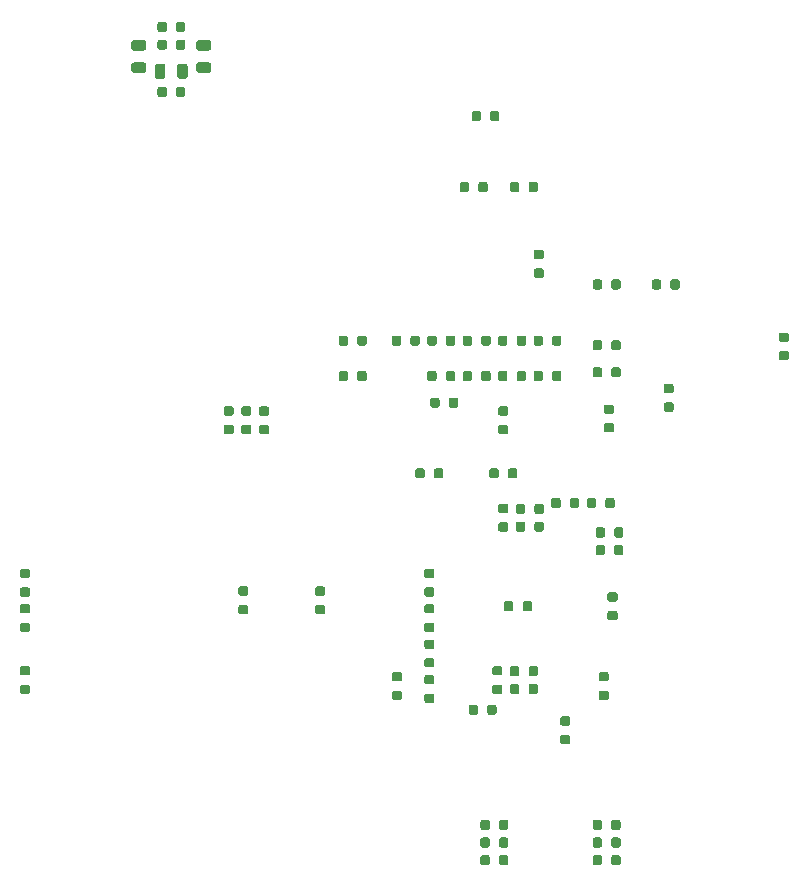
<source format=gbp>
G04 #@! TF.GenerationSoftware,KiCad,Pcbnew,5.1.0*
G04 #@! TF.CreationDate,2019-05-15T13:00:21+02:00*
G04 #@! TF.ProjectId,ice40_breakout,69636534-305f-4627-9265-616b6f75742e,rev?*
G04 #@! TF.SameCoordinates,Original*
G04 #@! TF.FileFunction,Paste,Bot*
G04 #@! TF.FilePolarity,Positive*
%FSLAX46Y46*%
G04 Gerber Fmt 4.6, Leading zero omitted, Abs format (unit mm)*
G04 Created by KiCad (PCBNEW 5.1.0) date 2019-05-15 13:00:21*
%MOMM*%
%LPD*%
G04 APERTURE LIST*
%ADD10C,0.100000*%
%ADD11C,0.787500*%
%ADD12C,0.877500*%
G04 APERTURE END LIST*
D10*
G36*
X167749922Y-74819698D02*
G01*
X167769033Y-74822533D01*
X167787775Y-74827227D01*
X167805966Y-74833736D01*
X167823431Y-74841997D01*
X167840003Y-74851929D01*
X167855521Y-74863439D01*
X167869837Y-74876413D01*
X167882811Y-74890729D01*
X167894321Y-74906247D01*
X167904253Y-74922819D01*
X167912514Y-74940284D01*
X167919023Y-74958475D01*
X167923717Y-74977217D01*
X167926552Y-74996328D01*
X167927500Y-75015625D01*
X167927500Y-75409375D01*
X167926552Y-75428672D01*
X167923717Y-75447783D01*
X167919023Y-75466525D01*
X167912514Y-75484716D01*
X167904253Y-75502181D01*
X167894321Y-75518753D01*
X167882811Y-75534271D01*
X167869837Y-75548587D01*
X167855521Y-75561561D01*
X167840003Y-75573071D01*
X167823431Y-75583003D01*
X167805966Y-75591264D01*
X167787775Y-75597773D01*
X167769033Y-75602467D01*
X167749922Y-75605302D01*
X167730625Y-75606250D01*
X167269375Y-75606250D01*
X167250078Y-75605302D01*
X167230967Y-75602467D01*
X167212225Y-75597773D01*
X167194034Y-75591264D01*
X167176569Y-75583003D01*
X167159997Y-75573071D01*
X167144479Y-75561561D01*
X167130163Y-75548587D01*
X167117189Y-75534271D01*
X167105679Y-75518753D01*
X167095747Y-75502181D01*
X167087486Y-75484716D01*
X167080977Y-75466525D01*
X167076283Y-75447783D01*
X167073448Y-75428672D01*
X167072500Y-75409375D01*
X167072500Y-75015625D01*
X167073448Y-74996328D01*
X167076283Y-74977217D01*
X167080977Y-74958475D01*
X167087486Y-74940284D01*
X167095747Y-74922819D01*
X167105679Y-74906247D01*
X167117189Y-74890729D01*
X167130163Y-74876413D01*
X167144479Y-74863439D01*
X167159997Y-74851929D01*
X167176569Y-74841997D01*
X167194034Y-74833736D01*
X167212225Y-74827227D01*
X167230967Y-74822533D01*
X167250078Y-74819698D01*
X167269375Y-74818750D01*
X167730625Y-74818750D01*
X167749922Y-74819698D01*
X167749922Y-74819698D01*
G37*
D11*
X167500000Y-75212500D03*
D10*
G36*
X167749922Y-76394698D02*
G01*
X167769033Y-76397533D01*
X167787775Y-76402227D01*
X167805966Y-76408736D01*
X167823431Y-76416997D01*
X167840003Y-76426929D01*
X167855521Y-76438439D01*
X167869837Y-76451413D01*
X167882811Y-76465729D01*
X167894321Y-76481247D01*
X167904253Y-76497819D01*
X167912514Y-76515284D01*
X167919023Y-76533475D01*
X167923717Y-76552217D01*
X167926552Y-76571328D01*
X167927500Y-76590625D01*
X167927500Y-76984375D01*
X167926552Y-77003672D01*
X167923717Y-77022783D01*
X167919023Y-77041525D01*
X167912514Y-77059716D01*
X167904253Y-77077181D01*
X167894321Y-77093753D01*
X167882811Y-77109271D01*
X167869837Y-77123587D01*
X167855521Y-77136561D01*
X167840003Y-77148071D01*
X167823431Y-77158003D01*
X167805966Y-77166264D01*
X167787775Y-77172773D01*
X167769033Y-77177467D01*
X167749922Y-77180302D01*
X167730625Y-77181250D01*
X167269375Y-77181250D01*
X167250078Y-77180302D01*
X167230967Y-77177467D01*
X167212225Y-77172773D01*
X167194034Y-77166264D01*
X167176569Y-77158003D01*
X167159997Y-77148071D01*
X167144479Y-77136561D01*
X167130163Y-77123587D01*
X167117189Y-77109271D01*
X167105679Y-77093753D01*
X167095747Y-77077181D01*
X167087486Y-77059716D01*
X167080977Y-77041525D01*
X167076283Y-77022783D01*
X167073448Y-77003672D01*
X167072500Y-76984375D01*
X167072500Y-76590625D01*
X167073448Y-76571328D01*
X167076283Y-76552217D01*
X167080977Y-76533475D01*
X167087486Y-76515284D01*
X167095747Y-76497819D01*
X167105679Y-76481247D01*
X167117189Y-76465729D01*
X167130163Y-76451413D01*
X167144479Y-76438439D01*
X167159997Y-76426929D01*
X167176569Y-76416997D01*
X167194034Y-76408736D01*
X167212225Y-76402227D01*
X167230967Y-76397533D01*
X167250078Y-76394698D01*
X167269375Y-76393750D01*
X167730625Y-76393750D01*
X167749922Y-76394698D01*
X167749922Y-76394698D01*
G37*
D11*
X167500000Y-76787500D03*
D10*
G36*
X153249922Y-98394698D02*
G01*
X153269033Y-98397533D01*
X153287775Y-98402227D01*
X153305966Y-98408736D01*
X153323431Y-98416997D01*
X153340003Y-98426929D01*
X153355521Y-98438439D01*
X153369837Y-98451413D01*
X153382811Y-98465729D01*
X153394321Y-98481247D01*
X153404253Y-98497819D01*
X153412514Y-98515284D01*
X153419023Y-98533475D01*
X153423717Y-98552217D01*
X153426552Y-98571328D01*
X153427500Y-98590625D01*
X153427500Y-98984375D01*
X153426552Y-99003672D01*
X153423717Y-99022783D01*
X153419023Y-99041525D01*
X153412514Y-99059716D01*
X153404253Y-99077181D01*
X153394321Y-99093753D01*
X153382811Y-99109271D01*
X153369837Y-99123587D01*
X153355521Y-99136561D01*
X153340003Y-99148071D01*
X153323431Y-99158003D01*
X153305966Y-99166264D01*
X153287775Y-99172773D01*
X153269033Y-99177467D01*
X153249922Y-99180302D01*
X153230625Y-99181250D01*
X152769375Y-99181250D01*
X152750078Y-99180302D01*
X152730967Y-99177467D01*
X152712225Y-99172773D01*
X152694034Y-99166264D01*
X152676569Y-99158003D01*
X152659997Y-99148071D01*
X152644479Y-99136561D01*
X152630163Y-99123587D01*
X152617189Y-99109271D01*
X152605679Y-99093753D01*
X152595747Y-99077181D01*
X152587486Y-99059716D01*
X152580977Y-99041525D01*
X152576283Y-99022783D01*
X152573448Y-99003672D01*
X152572500Y-98984375D01*
X152572500Y-98590625D01*
X152573448Y-98571328D01*
X152576283Y-98552217D01*
X152580977Y-98533475D01*
X152587486Y-98515284D01*
X152595747Y-98497819D01*
X152605679Y-98481247D01*
X152617189Y-98465729D01*
X152630163Y-98451413D01*
X152644479Y-98438439D01*
X152659997Y-98426929D01*
X152676569Y-98416997D01*
X152694034Y-98408736D01*
X152712225Y-98402227D01*
X152730967Y-98397533D01*
X152750078Y-98394698D01*
X152769375Y-98393750D01*
X153230625Y-98393750D01*
X153249922Y-98394698D01*
X153249922Y-98394698D01*
G37*
D11*
X153000000Y-98787500D03*
D10*
G36*
X153249922Y-96819698D02*
G01*
X153269033Y-96822533D01*
X153287775Y-96827227D01*
X153305966Y-96833736D01*
X153323431Y-96841997D01*
X153340003Y-96851929D01*
X153355521Y-96863439D01*
X153369837Y-96876413D01*
X153382811Y-96890729D01*
X153394321Y-96906247D01*
X153404253Y-96922819D01*
X153412514Y-96940284D01*
X153419023Y-96958475D01*
X153423717Y-96977217D01*
X153426552Y-96996328D01*
X153427500Y-97015625D01*
X153427500Y-97409375D01*
X153426552Y-97428672D01*
X153423717Y-97447783D01*
X153419023Y-97466525D01*
X153412514Y-97484716D01*
X153404253Y-97502181D01*
X153394321Y-97518753D01*
X153382811Y-97534271D01*
X153369837Y-97548587D01*
X153355521Y-97561561D01*
X153340003Y-97573071D01*
X153323431Y-97583003D01*
X153305966Y-97591264D01*
X153287775Y-97597773D01*
X153269033Y-97602467D01*
X153249922Y-97605302D01*
X153230625Y-97606250D01*
X152769375Y-97606250D01*
X152750078Y-97605302D01*
X152730967Y-97602467D01*
X152712225Y-97597773D01*
X152694034Y-97591264D01*
X152676569Y-97583003D01*
X152659997Y-97573071D01*
X152644479Y-97561561D01*
X152630163Y-97548587D01*
X152617189Y-97534271D01*
X152605679Y-97518753D01*
X152595747Y-97502181D01*
X152587486Y-97484716D01*
X152580977Y-97466525D01*
X152576283Y-97447783D01*
X152573448Y-97428672D01*
X152572500Y-97409375D01*
X152572500Y-97015625D01*
X152573448Y-96996328D01*
X152576283Y-96977217D01*
X152580977Y-96958475D01*
X152587486Y-96940284D01*
X152595747Y-96922819D01*
X152605679Y-96906247D01*
X152617189Y-96890729D01*
X152630163Y-96876413D01*
X152644479Y-96863439D01*
X152659997Y-96851929D01*
X152676569Y-96841997D01*
X152694034Y-96833736D01*
X152712225Y-96827227D01*
X152730967Y-96822533D01*
X152750078Y-96819698D01*
X152769375Y-96818750D01*
X153230625Y-96818750D01*
X153249922Y-96819698D01*
X153249922Y-96819698D01*
G37*
D11*
X153000000Y-97212500D03*
D10*
G36*
X114953378Y-52071056D02*
G01*
X114974673Y-52074215D01*
X114995556Y-52079446D01*
X115015826Y-52086699D01*
X115035288Y-52095904D01*
X115053753Y-52106971D01*
X115071045Y-52119796D01*
X115086997Y-52134253D01*
X115101454Y-52150205D01*
X115114279Y-52167497D01*
X115125346Y-52185962D01*
X115134551Y-52205424D01*
X115141804Y-52225694D01*
X115147035Y-52246577D01*
X115150194Y-52267872D01*
X115151250Y-52289375D01*
X115151250Y-53110625D01*
X115150194Y-53132128D01*
X115147035Y-53153423D01*
X115141804Y-53174306D01*
X115134551Y-53194576D01*
X115125346Y-53214038D01*
X115114279Y-53232503D01*
X115101454Y-53249795D01*
X115086997Y-53265747D01*
X115071045Y-53280204D01*
X115053753Y-53293029D01*
X115035288Y-53304096D01*
X115015826Y-53313301D01*
X114995556Y-53320554D01*
X114974673Y-53325785D01*
X114953378Y-53328944D01*
X114931875Y-53330000D01*
X114493125Y-53330000D01*
X114471622Y-53328944D01*
X114450327Y-53325785D01*
X114429444Y-53320554D01*
X114409174Y-53313301D01*
X114389712Y-53304096D01*
X114371247Y-53293029D01*
X114353955Y-53280204D01*
X114338003Y-53265747D01*
X114323546Y-53249795D01*
X114310721Y-53232503D01*
X114299654Y-53214038D01*
X114290449Y-53194576D01*
X114283196Y-53174306D01*
X114277965Y-53153423D01*
X114274806Y-53132128D01*
X114273750Y-53110625D01*
X114273750Y-52289375D01*
X114274806Y-52267872D01*
X114277965Y-52246577D01*
X114283196Y-52225694D01*
X114290449Y-52205424D01*
X114299654Y-52185962D01*
X114310721Y-52167497D01*
X114323546Y-52150205D01*
X114338003Y-52134253D01*
X114353955Y-52119796D01*
X114371247Y-52106971D01*
X114389712Y-52095904D01*
X114409174Y-52086699D01*
X114429444Y-52079446D01*
X114450327Y-52074215D01*
X114471622Y-52071056D01*
X114493125Y-52070000D01*
X114931875Y-52070000D01*
X114953378Y-52071056D01*
X114953378Y-52071056D01*
G37*
D12*
X114712500Y-52700000D03*
D10*
G36*
X116828378Y-52071056D02*
G01*
X116849673Y-52074215D01*
X116870556Y-52079446D01*
X116890826Y-52086699D01*
X116910288Y-52095904D01*
X116928753Y-52106971D01*
X116946045Y-52119796D01*
X116961997Y-52134253D01*
X116976454Y-52150205D01*
X116989279Y-52167497D01*
X117000346Y-52185962D01*
X117009551Y-52205424D01*
X117016804Y-52225694D01*
X117022035Y-52246577D01*
X117025194Y-52267872D01*
X117026250Y-52289375D01*
X117026250Y-53110625D01*
X117025194Y-53132128D01*
X117022035Y-53153423D01*
X117016804Y-53174306D01*
X117009551Y-53194576D01*
X117000346Y-53214038D01*
X116989279Y-53232503D01*
X116976454Y-53249795D01*
X116961997Y-53265747D01*
X116946045Y-53280204D01*
X116928753Y-53293029D01*
X116910288Y-53304096D01*
X116890826Y-53313301D01*
X116870556Y-53320554D01*
X116849673Y-53325785D01*
X116828378Y-53328944D01*
X116806875Y-53330000D01*
X116368125Y-53330000D01*
X116346622Y-53328944D01*
X116325327Y-53325785D01*
X116304444Y-53320554D01*
X116284174Y-53313301D01*
X116264712Y-53304096D01*
X116246247Y-53293029D01*
X116228955Y-53280204D01*
X116213003Y-53265747D01*
X116198546Y-53249795D01*
X116185721Y-53232503D01*
X116174654Y-53214038D01*
X116165449Y-53194576D01*
X116158196Y-53174306D01*
X116152965Y-53153423D01*
X116149806Y-53132128D01*
X116148750Y-53110625D01*
X116148750Y-52289375D01*
X116149806Y-52267872D01*
X116152965Y-52246577D01*
X116158196Y-52225694D01*
X116165449Y-52205424D01*
X116174654Y-52185962D01*
X116185721Y-52167497D01*
X116198546Y-52150205D01*
X116213003Y-52134253D01*
X116228955Y-52119796D01*
X116246247Y-52106971D01*
X116264712Y-52095904D01*
X116284174Y-52086699D01*
X116304444Y-52079446D01*
X116325327Y-52074215D01*
X116346622Y-52071056D01*
X116368125Y-52070000D01*
X116806875Y-52070000D01*
X116828378Y-52071056D01*
X116828378Y-52071056D01*
G37*
D12*
X116587500Y-52700000D03*
D10*
G36*
X118832128Y-50074806D02*
G01*
X118853423Y-50077965D01*
X118874306Y-50083196D01*
X118894576Y-50090449D01*
X118914038Y-50099654D01*
X118932503Y-50110721D01*
X118949795Y-50123546D01*
X118965747Y-50138003D01*
X118980204Y-50153955D01*
X118993029Y-50171247D01*
X119004096Y-50189712D01*
X119013301Y-50209174D01*
X119020554Y-50229444D01*
X119025785Y-50250327D01*
X119028944Y-50271622D01*
X119030000Y-50293125D01*
X119030000Y-50731875D01*
X119028944Y-50753378D01*
X119025785Y-50774673D01*
X119020554Y-50795556D01*
X119013301Y-50815826D01*
X119004096Y-50835288D01*
X118993029Y-50853753D01*
X118980204Y-50871045D01*
X118965747Y-50886997D01*
X118949795Y-50901454D01*
X118932503Y-50914279D01*
X118914038Y-50925346D01*
X118894576Y-50934551D01*
X118874306Y-50941804D01*
X118853423Y-50947035D01*
X118832128Y-50950194D01*
X118810625Y-50951250D01*
X117989375Y-50951250D01*
X117967872Y-50950194D01*
X117946577Y-50947035D01*
X117925694Y-50941804D01*
X117905424Y-50934551D01*
X117885962Y-50925346D01*
X117867497Y-50914279D01*
X117850205Y-50901454D01*
X117834253Y-50886997D01*
X117819796Y-50871045D01*
X117806971Y-50853753D01*
X117795904Y-50835288D01*
X117786699Y-50815826D01*
X117779446Y-50795556D01*
X117774215Y-50774673D01*
X117771056Y-50753378D01*
X117770000Y-50731875D01*
X117770000Y-50293125D01*
X117771056Y-50271622D01*
X117774215Y-50250327D01*
X117779446Y-50229444D01*
X117786699Y-50209174D01*
X117795904Y-50189712D01*
X117806971Y-50171247D01*
X117819796Y-50153955D01*
X117834253Y-50138003D01*
X117850205Y-50123546D01*
X117867497Y-50110721D01*
X117885962Y-50099654D01*
X117905424Y-50090449D01*
X117925694Y-50083196D01*
X117946577Y-50077965D01*
X117967872Y-50074806D01*
X117989375Y-50073750D01*
X118810625Y-50073750D01*
X118832128Y-50074806D01*
X118832128Y-50074806D01*
G37*
D12*
X118400000Y-50512500D03*
D10*
G36*
X118832128Y-51949806D02*
G01*
X118853423Y-51952965D01*
X118874306Y-51958196D01*
X118894576Y-51965449D01*
X118914038Y-51974654D01*
X118932503Y-51985721D01*
X118949795Y-51998546D01*
X118965747Y-52013003D01*
X118980204Y-52028955D01*
X118993029Y-52046247D01*
X119004096Y-52064712D01*
X119013301Y-52084174D01*
X119020554Y-52104444D01*
X119025785Y-52125327D01*
X119028944Y-52146622D01*
X119030000Y-52168125D01*
X119030000Y-52606875D01*
X119028944Y-52628378D01*
X119025785Y-52649673D01*
X119020554Y-52670556D01*
X119013301Y-52690826D01*
X119004096Y-52710288D01*
X118993029Y-52728753D01*
X118980204Y-52746045D01*
X118965747Y-52761997D01*
X118949795Y-52776454D01*
X118932503Y-52789279D01*
X118914038Y-52800346D01*
X118894576Y-52809551D01*
X118874306Y-52816804D01*
X118853423Y-52822035D01*
X118832128Y-52825194D01*
X118810625Y-52826250D01*
X117989375Y-52826250D01*
X117967872Y-52825194D01*
X117946577Y-52822035D01*
X117925694Y-52816804D01*
X117905424Y-52809551D01*
X117885962Y-52800346D01*
X117867497Y-52789279D01*
X117850205Y-52776454D01*
X117834253Y-52761997D01*
X117819796Y-52746045D01*
X117806971Y-52728753D01*
X117795904Y-52710288D01*
X117786699Y-52690826D01*
X117779446Y-52670556D01*
X117774215Y-52649673D01*
X117771056Y-52628378D01*
X117770000Y-52606875D01*
X117770000Y-52168125D01*
X117771056Y-52146622D01*
X117774215Y-52125327D01*
X117779446Y-52104444D01*
X117786699Y-52084174D01*
X117795904Y-52064712D01*
X117806971Y-52046247D01*
X117819796Y-52028955D01*
X117834253Y-52013003D01*
X117850205Y-51998546D01*
X117867497Y-51985721D01*
X117885962Y-51974654D01*
X117905424Y-51965449D01*
X117925694Y-51958196D01*
X117946577Y-51952965D01*
X117967872Y-51949806D01*
X117989375Y-51948750D01*
X118810625Y-51948750D01*
X118832128Y-51949806D01*
X118832128Y-51949806D01*
G37*
D12*
X118400000Y-52387500D03*
D10*
G36*
X113332128Y-50074806D02*
G01*
X113353423Y-50077965D01*
X113374306Y-50083196D01*
X113394576Y-50090449D01*
X113414038Y-50099654D01*
X113432503Y-50110721D01*
X113449795Y-50123546D01*
X113465747Y-50138003D01*
X113480204Y-50153955D01*
X113493029Y-50171247D01*
X113504096Y-50189712D01*
X113513301Y-50209174D01*
X113520554Y-50229444D01*
X113525785Y-50250327D01*
X113528944Y-50271622D01*
X113530000Y-50293125D01*
X113530000Y-50731875D01*
X113528944Y-50753378D01*
X113525785Y-50774673D01*
X113520554Y-50795556D01*
X113513301Y-50815826D01*
X113504096Y-50835288D01*
X113493029Y-50853753D01*
X113480204Y-50871045D01*
X113465747Y-50886997D01*
X113449795Y-50901454D01*
X113432503Y-50914279D01*
X113414038Y-50925346D01*
X113394576Y-50934551D01*
X113374306Y-50941804D01*
X113353423Y-50947035D01*
X113332128Y-50950194D01*
X113310625Y-50951250D01*
X112489375Y-50951250D01*
X112467872Y-50950194D01*
X112446577Y-50947035D01*
X112425694Y-50941804D01*
X112405424Y-50934551D01*
X112385962Y-50925346D01*
X112367497Y-50914279D01*
X112350205Y-50901454D01*
X112334253Y-50886997D01*
X112319796Y-50871045D01*
X112306971Y-50853753D01*
X112295904Y-50835288D01*
X112286699Y-50815826D01*
X112279446Y-50795556D01*
X112274215Y-50774673D01*
X112271056Y-50753378D01*
X112270000Y-50731875D01*
X112270000Y-50293125D01*
X112271056Y-50271622D01*
X112274215Y-50250327D01*
X112279446Y-50229444D01*
X112286699Y-50209174D01*
X112295904Y-50189712D01*
X112306971Y-50171247D01*
X112319796Y-50153955D01*
X112334253Y-50138003D01*
X112350205Y-50123546D01*
X112367497Y-50110721D01*
X112385962Y-50099654D01*
X112405424Y-50090449D01*
X112425694Y-50083196D01*
X112446577Y-50077965D01*
X112467872Y-50074806D01*
X112489375Y-50073750D01*
X113310625Y-50073750D01*
X113332128Y-50074806D01*
X113332128Y-50074806D01*
G37*
D12*
X112900000Y-50512500D03*
D10*
G36*
X113332128Y-51949806D02*
G01*
X113353423Y-51952965D01*
X113374306Y-51958196D01*
X113394576Y-51965449D01*
X113414038Y-51974654D01*
X113432503Y-51985721D01*
X113449795Y-51998546D01*
X113465747Y-52013003D01*
X113480204Y-52028955D01*
X113493029Y-52046247D01*
X113504096Y-52064712D01*
X113513301Y-52084174D01*
X113520554Y-52104444D01*
X113525785Y-52125327D01*
X113528944Y-52146622D01*
X113530000Y-52168125D01*
X113530000Y-52606875D01*
X113528944Y-52628378D01*
X113525785Y-52649673D01*
X113520554Y-52670556D01*
X113513301Y-52690826D01*
X113504096Y-52710288D01*
X113493029Y-52728753D01*
X113480204Y-52746045D01*
X113465747Y-52761997D01*
X113449795Y-52776454D01*
X113432503Y-52789279D01*
X113414038Y-52800346D01*
X113394576Y-52809551D01*
X113374306Y-52816804D01*
X113353423Y-52822035D01*
X113332128Y-52825194D01*
X113310625Y-52826250D01*
X112489375Y-52826250D01*
X112467872Y-52825194D01*
X112446577Y-52822035D01*
X112425694Y-52816804D01*
X112405424Y-52809551D01*
X112385962Y-52800346D01*
X112367497Y-52789279D01*
X112350205Y-52776454D01*
X112334253Y-52761997D01*
X112319796Y-52746045D01*
X112306971Y-52728753D01*
X112295904Y-52710288D01*
X112286699Y-52690826D01*
X112279446Y-52670556D01*
X112274215Y-52649673D01*
X112271056Y-52628378D01*
X112270000Y-52606875D01*
X112270000Y-52168125D01*
X112271056Y-52146622D01*
X112274215Y-52125327D01*
X112279446Y-52104444D01*
X112286699Y-52084174D01*
X112295904Y-52064712D01*
X112306971Y-52046247D01*
X112319796Y-52028955D01*
X112334253Y-52013003D01*
X112350205Y-51998546D01*
X112367497Y-51985721D01*
X112385962Y-51974654D01*
X112405424Y-51965449D01*
X112425694Y-51958196D01*
X112446577Y-51952965D01*
X112467872Y-51949806D01*
X112489375Y-51948750D01*
X113310625Y-51948750D01*
X113332128Y-51949806D01*
X113332128Y-51949806D01*
G37*
D12*
X112900000Y-52387500D03*
D10*
G36*
X134999922Y-103569698D02*
G01*
X135019033Y-103572533D01*
X135037775Y-103577227D01*
X135055966Y-103583736D01*
X135073431Y-103591997D01*
X135090003Y-103601929D01*
X135105521Y-103613439D01*
X135119837Y-103626413D01*
X135132811Y-103640729D01*
X135144321Y-103656247D01*
X135154253Y-103672819D01*
X135162514Y-103690284D01*
X135169023Y-103708475D01*
X135173717Y-103727217D01*
X135176552Y-103746328D01*
X135177500Y-103765625D01*
X135177500Y-104159375D01*
X135176552Y-104178672D01*
X135173717Y-104197783D01*
X135169023Y-104216525D01*
X135162514Y-104234716D01*
X135154253Y-104252181D01*
X135144321Y-104268753D01*
X135132811Y-104284271D01*
X135119837Y-104298587D01*
X135105521Y-104311561D01*
X135090003Y-104323071D01*
X135073431Y-104333003D01*
X135055966Y-104341264D01*
X135037775Y-104347773D01*
X135019033Y-104352467D01*
X134999922Y-104355302D01*
X134980625Y-104356250D01*
X134519375Y-104356250D01*
X134500078Y-104355302D01*
X134480967Y-104352467D01*
X134462225Y-104347773D01*
X134444034Y-104341264D01*
X134426569Y-104333003D01*
X134409997Y-104323071D01*
X134394479Y-104311561D01*
X134380163Y-104298587D01*
X134367189Y-104284271D01*
X134355679Y-104268753D01*
X134345747Y-104252181D01*
X134337486Y-104234716D01*
X134330977Y-104216525D01*
X134326283Y-104197783D01*
X134323448Y-104178672D01*
X134322500Y-104159375D01*
X134322500Y-103765625D01*
X134323448Y-103746328D01*
X134326283Y-103727217D01*
X134330977Y-103708475D01*
X134337486Y-103690284D01*
X134345747Y-103672819D01*
X134355679Y-103656247D01*
X134367189Y-103640729D01*
X134380163Y-103626413D01*
X134394479Y-103613439D01*
X134409997Y-103601929D01*
X134426569Y-103591997D01*
X134444034Y-103583736D01*
X134462225Y-103577227D01*
X134480967Y-103572533D01*
X134500078Y-103569698D01*
X134519375Y-103568750D01*
X134980625Y-103568750D01*
X134999922Y-103569698D01*
X134999922Y-103569698D01*
G37*
D11*
X134750000Y-103962500D03*
D10*
G36*
X134999922Y-105144698D02*
G01*
X135019033Y-105147533D01*
X135037775Y-105152227D01*
X135055966Y-105158736D01*
X135073431Y-105166997D01*
X135090003Y-105176929D01*
X135105521Y-105188439D01*
X135119837Y-105201413D01*
X135132811Y-105215729D01*
X135144321Y-105231247D01*
X135154253Y-105247819D01*
X135162514Y-105265284D01*
X135169023Y-105283475D01*
X135173717Y-105302217D01*
X135176552Y-105321328D01*
X135177500Y-105340625D01*
X135177500Y-105734375D01*
X135176552Y-105753672D01*
X135173717Y-105772783D01*
X135169023Y-105791525D01*
X135162514Y-105809716D01*
X135154253Y-105827181D01*
X135144321Y-105843753D01*
X135132811Y-105859271D01*
X135119837Y-105873587D01*
X135105521Y-105886561D01*
X135090003Y-105898071D01*
X135073431Y-105908003D01*
X135055966Y-105916264D01*
X135037775Y-105922773D01*
X135019033Y-105927467D01*
X134999922Y-105930302D01*
X134980625Y-105931250D01*
X134519375Y-105931250D01*
X134500078Y-105930302D01*
X134480967Y-105927467D01*
X134462225Y-105922773D01*
X134444034Y-105916264D01*
X134426569Y-105908003D01*
X134409997Y-105898071D01*
X134394479Y-105886561D01*
X134380163Y-105873587D01*
X134367189Y-105859271D01*
X134355679Y-105843753D01*
X134345747Y-105827181D01*
X134337486Y-105809716D01*
X134330977Y-105791525D01*
X134326283Y-105772783D01*
X134323448Y-105753672D01*
X134322500Y-105734375D01*
X134322500Y-105340625D01*
X134323448Y-105321328D01*
X134326283Y-105302217D01*
X134330977Y-105283475D01*
X134337486Y-105265284D01*
X134345747Y-105247819D01*
X134355679Y-105231247D01*
X134367189Y-105215729D01*
X134380163Y-105201413D01*
X134394479Y-105188439D01*
X134409997Y-105176929D01*
X134426569Y-105166997D01*
X134444034Y-105158736D01*
X134462225Y-105152227D01*
X134480967Y-105147533D01*
X134500078Y-105144698D01*
X134519375Y-105143750D01*
X134980625Y-105143750D01*
X134999922Y-105144698D01*
X134999922Y-105144698D01*
G37*
D11*
X134750000Y-105537500D03*
D10*
G36*
X137749922Y-94819698D02*
G01*
X137769033Y-94822533D01*
X137787775Y-94827227D01*
X137805966Y-94833736D01*
X137823431Y-94841997D01*
X137840003Y-94851929D01*
X137855521Y-94863439D01*
X137869837Y-94876413D01*
X137882811Y-94890729D01*
X137894321Y-94906247D01*
X137904253Y-94922819D01*
X137912514Y-94940284D01*
X137919023Y-94958475D01*
X137923717Y-94977217D01*
X137926552Y-94996328D01*
X137927500Y-95015625D01*
X137927500Y-95409375D01*
X137926552Y-95428672D01*
X137923717Y-95447783D01*
X137919023Y-95466525D01*
X137912514Y-95484716D01*
X137904253Y-95502181D01*
X137894321Y-95518753D01*
X137882811Y-95534271D01*
X137869837Y-95548587D01*
X137855521Y-95561561D01*
X137840003Y-95573071D01*
X137823431Y-95583003D01*
X137805966Y-95591264D01*
X137787775Y-95597773D01*
X137769033Y-95602467D01*
X137749922Y-95605302D01*
X137730625Y-95606250D01*
X137269375Y-95606250D01*
X137250078Y-95605302D01*
X137230967Y-95602467D01*
X137212225Y-95597773D01*
X137194034Y-95591264D01*
X137176569Y-95583003D01*
X137159997Y-95573071D01*
X137144479Y-95561561D01*
X137130163Y-95548587D01*
X137117189Y-95534271D01*
X137105679Y-95518753D01*
X137095747Y-95502181D01*
X137087486Y-95484716D01*
X137080977Y-95466525D01*
X137076283Y-95447783D01*
X137073448Y-95428672D01*
X137072500Y-95409375D01*
X137072500Y-95015625D01*
X137073448Y-94996328D01*
X137076283Y-94977217D01*
X137080977Y-94958475D01*
X137087486Y-94940284D01*
X137095747Y-94922819D01*
X137105679Y-94906247D01*
X137117189Y-94890729D01*
X137130163Y-94876413D01*
X137144479Y-94863439D01*
X137159997Y-94851929D01*
X137176569Y-94841997D01*
X137194034Y-94833736D01*
X137212225Y-94827227D01*
X137230967Y-94822533D01*
X137250078Y-94819698D01*
X137269375Y-94818750D01*
X137730625Y-94818750D01*
X137749922Y-94819698D01*
X137749922Y-94819698D01*
G37*
D11*
X137500000Y-95212500D03*
D10*
G36*
X137749922Y-96394698D02*
G01*
X137769033Y-96397533D01*
X137787775Y-96402227D01*
X137805966Y-96408736D01*
X137823431Y-96416997D01*
X137840003Y-96426929D01*
X137855521Y-96438439D01*
X137869837Y-96451413D01*
X137882811Y-96465729D01*
X137894321Y-96481247D01*
X137904253Y-96497819D01*
X137912514Y-96515284D01*
X137919023Y-96533475D01*
X137923717Y-96552217D01*
X137926552Y-96571328D01*
X137927500Y-96590625D01*
X137927500Y-96984375D01*
X137926552Y-97003672D01*
X137923717Y-97022783D01*
X137919023Y-97041525D01*
X137912514Y-97059716D01*
X137904253Y-97077181D01*
X137894321Y-97093753D01*
X137882811Y-97109271D01*
X137869837Y-97123587D01*
X137855521Y-97136561D01*
X137840003Y-97148071D01*
X137823431Y-97158003D01*
X137805966Y-97166264D01*
X137787775Y-97172773D01*
X137769033Y-97177467D01*
X137749922Y-97180302D01*
X137730625Y-97181250D01*
X137269375Y-97181250D01*
X137250078Y-97180302D01*
X137230967Y-97177467D01*
X137212225Y-97172773D01*
X137194034Y-97166264D01*
X137176569Y-97158003D01*
X137159997Y-97148071D01*
X137144479Y-97136561D01*
X137130163Y-97123587D01*
X137117189Y-97109271D01*
X137105679Y-97093753D01*
X137095747Y-97077181D01*
X137087486Y-97059716D01*
X137080977Y-97041525D01*
X137076283Y-97022783D01*
X137073448Y-97003672D01*
X137072500Y-96984375D01*
X137072500Y-96590625D01*
X137073448Y-96571328D01*
X137076283Y-96552217D01*
X137080977Y-96533475D01*
X137087486Y-96515284D01*
X137095747Y-96497819D01*
X137105679Y-96481247D01*
X137117189Y-96465729D01*
X137130163Y-96451413D01*
X137144479Y-96438439D01*
X137159997Y-96426929D01*
X137176569Y-96416997D01*
X137194034Y-96408736D01*
X137212225Y-96402227D01*
X137230967Y-96397533D01*
X137250078Y-96394698D01*
X137269375Y-96393750D01*
X137730625Y-96393750D01*
X137749922Y-96394698D01*
X137749922Y-96394698D01*
G37*
D11*
X137500000Y-96787500D03*
D10*
G36*
X137749922Y-100819698D02*
G01*
X137769033Y-100822533D01*
X137787775Y-100827227D01*
X137805966Y-100833736D01*
X137823431Y-100841997D01*
X137840003Y-100851929D01*
X137855521Y-100863439D01*
X137869837Y-100876413D01*
X137882811Y-100890729D01*
X137894321Y-100906247D01*
X137904253Y-100922819D01*
X137912514Y-100940284D01*
X137919023Y-100958475D01*
X137923717Y-100977217D01*
X137926552Y-100996328D01*
X137927500Y-101015625D01*
X137927500Y-101409375D01*
X137926552Y-101428672D01*
X137923717Y-101447783D01*
X137919023Y-101466525D01*
X137912514Y-101484716D01*
X137904253Y-101502181D01*
X137894321Y-101518753D01*
X137882811Y-101534271D01*
X137869837Y-101548587D01*
X137855521Y-101561561D01*
X137840003Y-101573071D01*
X137823431Y-101583003D01*
X137805966Y-101591264D01*
X137787775Y-101597773D01*
X137769033Y-101602467D01*
X137749922Y-101605302D01*
X137730625Y-101606250D01*
X137269375Y-101606250D01*
X137250078Y-101605302D01*
X137230967Y-101602467D01*
X137212225Y-101597773D01*
X137194034Y-101591264D01*
X137176569Y-101583003D01*
X137159997Y-101573071D01*
X137144479Y-101561561D01*
X137130163Y-101548587D01*
X137117189Y-101534271D01*
X137105679Y-101518753D01*
X137095747Y-101502181D01*
X137087486Y-101484716D01*
X137080977Y-101466525D01*
X137076283Y-101447783D01*
X137073448Y-101428672D01*
X137072500Y-101409375D01*
X137072500Y-101015625D01*
X137073448Y-100996328D01*
X137076283Y-100977217D01*
X137080977Y-100958475D01*
X137087486Y-100940284D01*
X137095747Y-100922819D01*
X137105679Y-100906247D01*
X137117189Y-100890729D01*
X137130163Y-100876413D01*
X137144479Y-100863439D01*
X137159997Y-100851929D01*
X137176569Y-100841997D01*
X137194034Y-100833736D01*
X137212225Y-100827227D01*
X137230967Y-100822533D01*
X137250078Y-100819698D01*
X137269375Y-100818750D01*
X137730625Y-100818750D01*
X137749922Y-100819698D01*
X137749922Y-100819698D01*
G37*
D11*
X137500000Y-101212500D03*
D10*
G36*
X137749922Y-102394698D02*
G01*
X137769033Y-102397533D01*
X137787775Y-102402227D01*
X137805966Y-102408736D01*
X137823431Y-102416997D01*
X137840003Y-102426929D01*
X137855521Y-102438439D01*
X137869837Y-102451413D01*
X137882811Y-102465729D01*
X137894321Y-102481247D01*
X137904253Y-102497819D01*
X137912514Y-102515284D01*
X137919023Y-102533475D01*
X137923717Y-102552217D01*
X137926552Y-102571328D01*
X137927500Y-102590625D01*
X137927500Y-102984375D01*
X137926552Y-103003672D01*
X137923717Y-103022783D01*
X137919023Y-103041525D01*
X137912514Y-103059716D01*
X137904253Y-103077181D01*
X137894321Y-103093753D01*
X137882811Y-103109271D01*
X137869837Y-103123587D01*
X137855521Y-103136561D01*
X137840003Y-103148071D01*
X137823431Y-103158003D01*
X137805966Y-103166264D01*
X137787775Y-103172773D01*
X137769033Y-103177467D01*
X137749922Y-103180302D01*
X137730625Y-103181250D01*
X137269375Y-103181250D01*
X137250078Y-103180302D01*
X137230967Y-103177467D01*
X137212225Y-103172773D01*
X137194034Y-103166264D01*
X137176569Y-103158003D01*
X137159997Y-103148071D01*
X137144479Y-103136561D01*
X137130163Y-103123587D01*
X137117189Y-103109271D01*
X137105679Y-103093753D01*
X137095747Y-103077181D01*
X137087486Y-103059716D01*
X137080977Y-103041525D01*
X137076283Y-103022783D01*
X137073448Y-103003672D01*
X137072500Y-102984375D01*
X137072500Y-102590625D01*
X137073448Y-102571328D01*
X137076283Y-102552217D01*
X137080977Y-102533475D01*
X137087486Y-102515284D01*
X137095747Y-102497819D01*
X137105679Y-102481247D01*
X137117189Y-102465729D01*
X137130163Y-102451413D01*
X137144479Y-102438439D01*
X137159997Y-102426929D01*
X137176569Y-102416997D01*
X137194034Y-102408736D01*
X137212225Y-102402227D01*
X137230967Y-102397533D01*
X137250078Y-102394698D01*
X137269375Y-102393750D01*
X137730625Y-102393750D01*
X137749922Y-102394698D01*
X137749922Y-102394698D01*
G37*
D11*
X137500000Y-102787500D03*
D10*
G36*
X143178672Y-86323448D02*
G01*
X143197783Y-86326283D01*
X143216525Y-86330977D01*
X143234716Y-86337486D01*
X143252181Y-86345747D01*
X143268753Y-86355679D01*
X143284271Y-86367189D01*
X143298587Y-86380163D01*
X143311561Y-86394479D01*
X143323071Y-86409997D01*
X143333003Y-86426569D01*
X143341264Y-86444034D01*
X143347773Y-86462225D01*
X143352467Y-86480967D01*
X143355302Y-86500078D01*
X143356250Y-86519375D01*
X143356250Y-86980625D01*
X143355302Y-86999922D01*
X143352467Y-87019033D01*
X143347773Y-87037775D01*
X143341264Y-87055966D01*
X143333003Y-87073431D01*
X143323071Y-87090003D01*
X143311561Y-87105521D01*
X143298587Y-87119837D01*
X143284271Y-87132811D01*
X143268753Y-87144321D01*
X143252181Y-87154253D01*
X143234716Y-87162514D01*
X143216525Y-87169023D01*
X143197783Y-87173717D01*
X143178672Y-87176552D01*
X143159375Y-87177500D01*
X142765625Y-87177500D01*
X142746328Y-87176552D01*
X142727217Y-87173717D01*
X142708475Y-87169023D01*
X142690284Y-87162514D01*
X142672819Y-87154253D01*
X142656247Y-87144321D01*
X142640729Y-87132811D01*
X142626413Y-87119837D01*
X142613439Y-87105521D01*
X142601929Y-87090003D01*
X142591997Y-87073431D01*
X142583736Y-87055966D01*
X142577227Y-87037775D01*
X142572533Y-87019033D01*
X142569698Y-86999922D01*
X142568750Y-86980625D01*
X142568750Y-86519375D01*
X142569698Y-86500078D01*
X142572533Y-86480967D01*
X142577227Y-86462225D01*
X142583736Y-86444034D01*
X142591997Y-86426569D01*
X142601929Y-86409997D01*
X142613439Y-86394479D01*
X142626413Y-86380163D01*
X142640729Y-86367189D01*
X142656247Y-86355679D01*
X142672819Y-86345747D01*
X142690284Y-86337486D01*
X142708475Y-86330977D01*
X142727217Y-86326283D01*
X142746328Y-86323448D01*
X142765625Y-86322500D01*
X143159375Y-86322500D01*
X143178672Y-86323448D01*
X143178672Y-86323448D01*
G37*
D11*
X142962500Y-86750000D03*
D10*
G36*
X144753672Y-86323448D02*
G01*
X144772783Y-86326283D01*
X144791525Y-86330977D01*
X144809716Y-86337486D01*
X144827181Y-86345747D01*
X144843753Y-86355679D01*
X144859271Y-86367189D01*
X144873587Y-86380163D01*
X144886561Y-86394479D01*
X144898071Y-86409997D01*
X144908003Y-86426569D01*
X144916264Y-86444034D01*
X144922773Y-86462225D01*
X144927467Y-86480967D01*
X144930302Y-86500078D01*
X144931250Y-86519375D01*
X144931250Y-86980625D01*
X144930302Y-86999922D01*
X144927467Y-87019033D01*
X144922773Y-87037775D01*
X144916264Y-87055966D01*
X144908003Y-87073431D01*
X144898071Y-87090003D01*
X144886561Y-87105521D01*
X144873587Y-87119837D01*
X144859271Y-87132811D01*
X144843753Y-87144321D01*
X144827181Y-87154253D01*
X144809716Y-87162514D01*
X144791525Y-87169023D01*
X144772783Y-87173717D01*
X144753672Y-87176552D01*
X144734375Y-87177500D01*
X144340625Y-87177500D01*
X144321328Y-87176552D01*
X144302217Y-87173717D01*
X144283475Y-87169023D01*
X144265284Y-87162514D01*
X144247819Y-87154253D01*
X144231247Y-87144321D01*
X144215729Y-87132811D01*
X144201413Y-87119837D01*
X144188439Y-87105521D01*
X144176929Y-87090003D01*
X144166997Y-87073431D01*
X144158736Y-87055966D01*
X144152227Y-87037775D01*
X144147533Y-87019033D01*
X144144698Y-86999922D01*
X144143750Y-86980625D01*
X144143750Y-86519375D01*
X144144698Y-86500078D01*
X144147533Y-86480967D01*
X144152227Y-86462225D01*
X144158736Y-86444034D01*
X144166997Y-86426569D01*
X144176929Y-86409997D01*
X144188439Y-86394479D01*
X144201413Y-86380163D01*
X144215729Y-86367189D01*
X144231247Y-86355679D01*
X144247819Y-86345747D01*
X144265284Y-86337486D01*
X144283475Y-86330977D01*
X144302217Y-86326283D01*
X144321328Y-86323448D01*
X144340625Y-86322500D01*
X144734375Y-86322500D01*
X144753672Y-86323448D01*
X144753672Y-86323448D01*
G37*
D11*
X144537500Y-86750000D03*
D10*
G36*
X148428672Y-88823448D02*
G01*
X148447783Y-88826283D01*
X148466525Y-88830977D01*
X148484716Y-88837486D01*
X148502181Y-88845747D01*
X148518753Y-88855679D01*
X148534271Y-88867189D01*
X148548587Y-88880163D01*
X148561561Y-88894479D01*
X148573071Y-88909997D01*
X148583003Y-88926569D01*
X148591264Y-88944034D01*
X148597773Y-88962225D01*
X148602467Y-88980967D01*
X148605302Y-89000078D01*
X148606250Y-89019375D01*
X148606250Y-89480625D01*
X148605302Y-89499922D01*
X148602467Y-89519033D01*
X148597773Y-89537775D01*
X148591264Y-89555966D01*
X148583003Y-89573431D01*
X148573071Y-89590003D01*
X148561561Y-89605521D01*
X148548587Y-89619837D01*
X148534271Y-89632811D01*
X148518753Y-89644321D01*
X148502181Y-89654253D01*
X148484716Y-89662514D01*
X148466525Y-89669023D01*
X148447783Y-89673717D01*
X148428672Y-89676552D01*
X148409375Y-89677500D01*
X148015625Y-89677500D01*
X147996328Y-89676552D01*
X147977217Y-89673717D01*
X147958475Y-89669023D01*
X147940284Y-89662514D01*
X147922819Y-89654253D01*
X147906247Y-89644321D01*
X147890729Y-89632811D01*
X147876413Y-89619837D01*
X147863439Y-89605521D01*
X147851929Y-89590003D01*
X147841997Y-89573431D01*
X147833736Y-89555966D01*
X147827227Y-89537775D01*
X147822533Y-89519033D01*
X147819698Y-89499922D01*
X147818750Y-89480625D01*
X147818750Y-89019375D01*
X147819698Y-89000078D01*
X147822533Y-88980967D01*
X147827227Y-88962225D01*
X147833736Y-88944034D01*
X147841997Y-88926569D01*
X147851929Y-88909997D01*
X147863439Y-88894479D01*
X147876413Y-88880163D01*
X147890729Y-88867189D01*
X147906247Y-88855679D01*
X147922819Y-88845747D01*
X147940284Y-88837486D01*
X147958475Y-88830977D01*
X147977217Y-88826283D01*
X147996328Y-88823448D01*
X148015625Y-88822500D01*
X148409375Y-88822500D01*
X148428672Y-88823448D01*
X148428672Y-88823448D01*
G37*
D11*
X148212500Y-89250000D03*
D10*
G36*
X150003672Y-88823448D02*
G01*
X150022783Y-88826283D01*
X150041525Y-88830977D01*
X150059716Y-88837486D01*
X150077181Y-88845747D01*
X150093753Y-88855679D01*
X150109271Y-88867189D01*
X150123587Y-88880163D01*
X150136561Y-88894479D01*
X150148071Y-88909997D01*
X150158003Y-88926569D01*
X150166264Y-88944034D01*
X150172773Y-88962225D01*
X150177467Y-88980967D01*
X150180302Y-89000078D01*
X150181250Y-89019375D01*
X150181250Y-89480625D01*
X150180302Y-89499922D01*
X150177467Y-89519033D01*
X150172773Y-89537775D01*
X150166264Y-89555966D01*
X150158003Y-89573431D01*
X150148071Y-89590003D01*
X150136561Y-89605521D01*
X150123587Y-89619837D01*
X150109271Y-89632811D01*
X150093753Y-89644321D01*
X150077181Y-89654253D01*
X150059716Y-89662514D01*
X150041525Y-89669023D01*
X150022783Y-89673717D01*
X150003672Y-89676552D01*
X149984375Y-89677500D01*
X149590625Y-89677500D01*
X149571328Y-89676552D01*
X149552217Y-89673717D01*
X149533475Y-89669023D01*
X149515284Y-89662514D01*
X149497819Y-89654253D01*
X149481247Y-89644321D01*
X149465729Y-89632811D01*
X149451413Y-89619837D01*
X149438439Y-89605521D01*
X149426929Y-89590003D01*
X149416997Y-89573431D01*
X149408736Y-89555966D01*
X149402227Y-89537775D01*
X149397533Y-89519033D01*
X149394698Y-89499922D01*
X149393750Y-89480625D01*
X149393750Y-89019375D01*
X149394698Y-89000078D01*
X149397533Y-88980967D01*
X149402227Y-88962225D01*
X149408736Y-88944034D01*
X149416997Y-88926569D01*
X149426929Y-88909997D01*
X149438439Y-88894479D01*
X149451413Y-88880163D01*
X149465729Y-88867189D01*
X149481247Y-88855679D01*
X149497819Y-88845747D01*
X149515284Y-88837486D01*
X149533475Y-88830977D01*
X149552217Y-88826283D01*
X149571328Y-88823448D01*
X149590625Y-88822500D01*
X149984375Y-88822500D01*
X150003672Y-88823448D01*
X150003672Y-88823448D01*
G37*
D11*
X149787500Y-89250000D03*
D10*
G36*
X152178672Y-91323448D02*
G01*
X152197783Y-91326283D01*
X152216525Y-91330977D01*
X152234716Y-91337486D01*
X152252181Y-91345747D01*
X152268753Y-91355679D01*
X152284271Y-91367189D01*
X152298587Y-91380163D01*
X152311561Y-91394479D01*
X152323071Y-91409997D01*
X152333003Y-91426569D01*
X152341264Y-91444034D01*
X152347773Y-91462225D01*
X152352467Y-91480967D01*
X152355302Y-91500078D01*
X152356250Y-91519375D01*
X152356250Y-91980625D01*
X152355302Y-91999922D01*
X152352467Y-92019033D01*
X152347773Y-92037775D01*
X152341264Y-92055966D01*
X152333003Y-92073431D01*
X152323071Y-92090003D01*
X152311561Y-92105521D01*
X152298587Y-92119837D01*
X152284271Y-92132811D01*
X152268753Y-92144321D01*
X152252181Y-92154253D01*
X152234716Y-92162514D01*
X152216525Y-92169023D01*
X152197783Y-92173717D01*
X152178672Y-92176552D01*
X152159375Y-92177500D01*
X151765625Y-92177500D01*
X151746328Y-92176552D01*
X151727217Y-92173717D01*
X151708475Y-92169023D01*
X151690284Y-92162514D01*
X151672819Y-92154253D01*
X151656247Y-92144321D01*
X151640729Y-92132811D01*
X151626413Y-92119837D01*
X151613439Y-92105521D01*
X151601929Y-92090003D01*
X151591997Y-92073431D01*
X151583736Y-92055966D01*
X151577227Y-92037775D01*
X151572533Y-92019033D01*
X151569698Y-91999922D01*
X151568750Y-91980625D01*
X151568750Y-91519375D01*
X151569698Y-91500078D01*
X151572533Y-91480967D01*
X151577227Y-91462225D01*
X151583736Y-91444034D01*
X151591997Y-91426569D01*
X151601929Y-91409997D01*
X151613439Y-91394479D01*
X151626413Y-91380163D01*
X151640729Y-91367189D01*
X151656247Y-91355679D01*
X151672819Y-91345747D01*
X151690284Y-91337486D01*
X151708475Y-91330977D01*
X151727217Y-91326283D01*
X151746328Y-91323448D01*
X151765625Y-91322500D01*
X152159375Y-91322500D01*
X152178672Y-91323448D01*
X152178672Y-91323448D01*
G37*
D11*
X151962500Y-91750000D03*
D10*
G36*
X153753672Y-91323448D02*
G01*
X153772783Y-91326283D01*
X153791525Y-91330977D01*
X153809716Y-91337486D01*
X153827181Y-91345747D01*
X153843753Y-91355679D01*
X153859271Y-91367189D01*
X153873587Y-91380163D01*
X153886561Y-91394479D01*
X153898071Y-91409997D01*
X153908003Y-91426569D01*
X153916264Y-91444034D01*
X153922773Y-91462225D01*
X153927467Y-91480967D01*
X153930302Y-91500078D01*
X153931250Y-91519375D01*
X153931250Y-91980625D01*
X153930302Y-91999922D01*
X153927467Y-92019033D01*
X153922773Y-92037775D01*
X153916264Y-92055966D01*
X153908003Y-92073431D01*
X153898071Y-92090003D01*
X153886561Y-92105521D01*
X153873587Y-92119837D01*
X153859271Y-92132811D01*
X153843753Y-92144321D01*
X153827181Y-92154253D01*
X153809716Y-92162514D01*
X153791525Y-92169023D01*
X153772783Y-92173717D01*
X153753672Y-92176552D01*
X153734375Y-92177500D01*
X153340625Y-92177500D01*
X153321328Y-92176552D01*
X153302217Y-92173717D01*
X153283475Y-92169023D01*
X153265284Y-92162514D01*
X153247819Y-92154253D01*
X153231247Y-92144321D01*
X153215729Y-92132811D01*
X153201413Y-92119837D01*
X153188439Y-92105521D01*
X153176929Y-92090003D01*
X153166997Y-92073431D01*
X153158736Y-92055966D01*
X153152227Y-92037775D01*
X153147533Y-92019033D01*
X153144698Y-91999922D01*
X153143750Y-91980625D01*
X153143750Y-91519375D01*
X153144698Y-91500078D01*
X153147533Y-91480967D01*
X153152227Y-91462225D01*
X153158736Y-91444034D01*
X153166997Y-91426569D01*
X153176929Y-91409997D01*
X153188439Y-91394479D01*
X153201413Y-91380163D01*
X153215729Y-91367189D01*
X153231247Y-91355679D01*
X153247819Y-91345747D01*
X153265284Y-91337486D01*
X153283475Y-91330977D01*
X153302217Y-91326283D01*
X153321328Y-91323448D01*
X153340625Y-91322500D01*
X153734375Y-91322500D01*
X153753672Y-91323448D01*
X153753672Y-91323448D01*
G37*
D11*
X153537500Y-91750000D03*
D10*
G36*
X152499922Y-105144698D02*
G01*
X152519033Y-105147533D01*
X152537775Y-105152227D01*
X152555966Y-105158736D01*
X152573431Y-105166997D01*
X152590003Y-105176929D01*
X152605521Y-105188439D01*
X152619837Y-105201413D01*
X152632811Y-105215729D01*
X152644321Y-105231247D01*
X152654253Y-105247819D01*
X152662514Y-105265284D01*
X152669023Y-105283475D01*
X152673717Y-105302217D01*
X152676552Y-105321328D01*
X152677500Y-105340625D01*
X152677500Y-105734375D01*
X152676552Y-105753672D01*
X152673717Y-105772783D01*
X152669023Y-105791525D01*
X152662514Y-105809716D01*
X152654253Y-105827181D01*
X152644321Y-105843753D01*
X152632811Y-105859271D01*
X152619837Y-105873587D01*
X152605521Y-105886561D01*
X152590003Y-105898071D01*
X152573431Y-105908003D01*
X152555966Y-105916264D01*
X152537775Y-105922773D01*
X152519033Y-105927467D01*
X152499922Y-105930302D01*
X152480625Y-105931250D01*
X152019375Y-105931250D01*
X152000078Y-105930302D01*
X151980967Y-105927467D01*
X151962225Y-105922773D01*
X151944034Y-105916264D01*
X151926569Y-105908003D01*
X151909997Y-105898071D01*
X151894479Y-105886561D01*
X151880163Y-105873587D01*
X151867189Y-105859271D01*
X151855679Y-105843753D01*
X151845747Y-105827181D01*
X151837486Y-105809716D01*
X151830977Y-105791525D01*
X151826283Y-105772783D01*
X151823448Y-105753672D01*
X151822500Y-105734375D01*
X151822500Y-105340625D01*
X151823448Y-105321328D01*
X151826283Y-105302217D01*
X151830977Y-105283475D01*
X151837486Y-105265284D01*
X151845747Y-105247819D01*
X151855679Y-105231247D01*
X151867189Y-105215729D01*
X151880163Y-105201413D01*
X151894479Y-105188439D01*
X151909997Y-105176929D01*
X151926569Y-105166997D01*
X151944034Y-105158736D01*
X151962225Y-105152227D01*
X151980967Y-105147533D01*
X152000078Y-105144698D01*
X152019375Y-105143750D01*
X152480625Y-105143750D01*
X152499922Y-105144698D01*
X152499922Y-105144698D01*
G37*
D11*
X152250000Y-105537500D03*
D10*
G36*
X152499922Y-103569698D02*
G01*
X152519033Y-103572533D01*
X152537775Y-103577227D01*
X152555966Y-103583736D01*
X152573431Y-103591997D01*
X152590003Y-103601929D01*
X152605521Y-103613439D01*
X152619837Y-103626413D01*
X152632811Y-103640729D01*
X152644321Y-103656247D01*
X152654253Y-103672819D01*
X152662514Y-103690284D01*
X152669023Y-103708475D01*
X152673717Y-103727217D01*
X152676552Y-103746328D01*
X152677500Y-103765625D01*
X152677500Y-104159375D01*
X152676552Y-104178672D01*
X152673717Y-104197783D01*
X152669023Y-104216525D01*
X152662514Y-104234716D01*
X152654253Y-104252181D01*
X152644321Y-104268753D01*
X152632811Y-104284271D01*
X152619837Y-104298587D01*
X152605521Y-104311561D01*
X152590003Y-104323071D01*
X152573431Y-104333003D01*
X152555966Y-104341264D01*
X152537775Y-104347773D01*
X152519033Y-104352467D01*
X152499922Y-104355302D01*
X152480625Y-104356250D01*
X152019375Y-104356250D01*
X152000078Y-104355302D01*
X151980967Y-104352467D01*
X151962225Y-104347773D01*
X151944034Y-104341264D01*
X151926569Y-104333003D01*
X151909997Y-104323071D01*
X151894479Y-104311561D01*
X151880163Y-104298587D01*
X151867189Y-104284271D01*
X151855679Y-104268753D01*
X151845747Y-104252181D01*
X151837486Y-104234716D01*
X151830977Y-104216525D01*
X151826283Y-104197783D01*
X151823448Y-104178672D01*
X151822500Y-104159375D01*
X151822500Y-103765625D01*
X151823448Y-103746328D01*
X151826283Y-103727217D01*
X151830977Y-103708475D01*
X151837486Y-103690284D01*
X151845747Y-103672819D01*
X151855679Y-103656247D01*
X151867189Y-103640729D01*
X151880163Y-103626413D01*
X151894479Y-103613439D01*
X151909997Y-103601929D01*
X151926569Y-103591997D01*
X151944034Y-103583736D01*
X151962225Y-103577227D01*
X151980967Y-103572533D01*
X152000078Y-103569698D01*
X152019375Y-103568750D01*
X152480625Y-103568750D01*
X152499922Y-103569698D01*
X152499922Y-103569698D01*
G37*
D11*
X152250000Y-103962500D03*
D10*
G36*
X149249922Y-107319698D02*
G01*
X149269033Y-107322533D01*
X149287775Y-107327227D01*
X149305966Y-107333736D01*
X149323431Y-107341997D01*
X149340003Y-107351929D01*
X149355521Y-107363439D01*
X149369837Y-107376413D01*
X149382811Y-107390729D01*
X149394321Y-107406247D01*
X149404253Y-107422819D01*
X149412514Y-107440284D01*
X149419023Y-107458475D01*
X149423717Y-107477217D01*
X149426552Y-107496328D01*
X149427500Y-107515625D01*
X149427500Y-107909375D01*
X149426552Y-107928672D01*
X149423717Y-107947783D01*
X149419023Y-107966525D01*
X149412514Y-107984716D01*
X149404253Y-108002181D01*
X149394321Y-108018753D01*
X149382811Y-108034271D01*
X149369837Y-108048587D01*
X149355521Y-108061561D01*
X149340003Y-108073071D01*
X149323431Y-108083003D01*
X149305966Y-108091264D01*
X149287775Y-108097773D01*
X149269033Y-108102467D01*
X149249922Y-108105302D01*
X149230625Y-108106250D01*
X148769375Y-108106250D01*
X148750078Y-108105302D01*
X148730967Y-108102467D01*
X148712225Y-108097773D01*
X148694034Y-108091264D01*
X148676569Y-108083003D01*
X148659997Y-108073071D01*
X148644479Y-108061561D01*
X148630163Y-108048587D01*
X148617189Y-108034271D01*
X148605679Y-108018753D01*
X148595747Y-108002181D01*
X148587486Y-107984716D01*
X148580977Y-107966525D01*
X148576283Y-107947783D01*
X148573448Y-107928672D01*
X148572500Y-107909375D01*
X148572500Y-107515625D01*
X148573448Y-107496328D01*
X148576283Y-107477217D01*
X148580977Y-107458475D01*
X148587486Y-107440284D01*
X148595747Y-107422819D01*
X148605679Y-107406247D01*
X148617189Y-107390729D01*
X148630163Y-107376413D01*
X148644479Y-107363439D01*
X148659997Y-107351929D01*
X148676569Y-107341997D01*
X148694034Y-107333736D01*
X148712225Y-107327227D01*
X148730967Y-107322533D01*
X148750078Y-107319698D01*
X148769375Y-107318750D01*
X149230625Y-107318750D01*
X149249922Y-107319698D01*
X149249922Y-107319698D01*
G37*
D11*
X149000000Y-107712500D03*
D10*
G36*
X149249922Y-108894698D02*
G01*
X149269033Y-108897533D01*
X149287775Y-108902227D01*
X149305966Y-108908736D01*
X149323431Y-108916997D01*
X149340003Y-108926929D01*
X149355521Y-108938439D01*
X149369837Y-108951413D01*
X149382811Y-108965729D01*
X149394321Y-108981247D01*
X149404253Y-108997819D01*
X149412514Y-109015284D01*
X149419023Y-109033475D01*
X149423717Y-109052217D01*
X149426552Y-109071328D01*
X149427500Y-109090625D01*
X149427500Y-109484375D01*
X149426552Y-109503672D01*
X149423717Y-109522783D01*
X149419023Y-109541525D01*
X149412514Y-109559716D01*
X149404253Y-109577181D01*
X149394321Y-109593753D01*
X149382811Y-109609271D01*
X149369837Y-109623587D01*
X149355521Y-109636561D01*
X149340003Y-109648071D01*
X149323431Y-109658003D01*
X149305966Y-109666264D01*
X149287775Y-109672773D01*
X149269033Y-109677467D01*
X149249922Y-109680302D01*
X149230625Y-109681250D01*
X148769375Y-109681250D01*
X148750078Y-109680302D01*
X148730967Y-109677467D01*
X148712225Y-109672773D01*
X148694034Y-109666264D01*
X148676569Y-109658003D01*
X148659997Y-109648071D01*
X148644479Y-109636561D01*
X148630163Y-109623587D01*
X148617189Y-109609271D01*
X148605679Y-109593753D01*
X148595747Y-109577181D01*
X148587486Y-109559716D01*
X148580977Y-109541525D01*
X148576283Y-109522783D01*
X148573448Y-109503672D01*
X148572500Y-109484375D01*
X148572500Y-109090625D01*
X148573448Y-109071328D01*
X148576283Y-109052217D01*
X148580977Y-109033475D01*
X148587486Y-109015284D01*
X148595747Y-108997819D01*
X148605679Y-108981247D01*
X148617189Y-108965729D01*
X148630163Y-108951413D01*
X148644479Y-108938439D01*
X148659997Y-108926929D01*
X148676569Y-108916997D01*
X148694034Y-108908736D01*
X148712225Y-108902227D01*
X148730967Y-108897533D01*
X148750078Y-108894698D01*
X148769375Y-108893750D01*
X149230625Y-108893750D01*
X149249922Y-108894698D01*
X149249922Y-108894698D01*
G37*
D11*
X149000000Y-109287500D03*
D10*
G36*
X141428672Y-106323448D02*
G01*
X141447783Y-106326283D01*
X141466525Y-106330977D01*
X141484716Y-106337486D01*
X141502181Y-106345747D01*
X141518753Y-106355679D01*
X141534271Y-106367189D01*
X141548587Y-106380163D01*
X141561561Y-106394479D01*
X141573071Y-106409997D01*
X141583003Y-106426569D01*
X141591264Y-106444034D01*
X141597773Y-106462225D01*
X141602467Y-106480967D01*
X141605302Y-106500078D01*
X141606250Y-106519375D01*
X141606250Y-106980625D01*
X141605302Y-106999922D01*
X141602467Y-107019033D01*
X141597773Y-107037775D01*
X141591264Y-107055966D01*
X141583003Y-107073431D01*
X141573071Y-107090003D01*
X141561561Y-107105521D01*
X141548587Y-107119837D01*
X141534271Y-107132811D01*
X141518753Y-107144321D01*
X141502181Y-107154253D01*
X141484716Y-107162514D01*
X141466525Y-107169023D01*
X141447783Y-107173717D01*
X141428672Y-107176552D01*
X141409375Y-107177500D01*
X141015625Y-107177500D01*
X140996328Y-107176552D01*
X140977217Y-107173717D01*
X140958475Y-107169023D01*
X140940284Y-107162514D01*
X140922819Y-107154253D01*
X140906247Y-107144321D01*
X140890729Y-107132811D01*
X140876413Y-107119837D01*
X140863439Y-107105521D01*
X140851929Y-107090003D01*
X140841997Y-107073431D01*
X140833736Y-107055966D01*
X140827227Y-107037775D01*
X140822533Y-107019033D01*
X140819698Y-106999922D01*
X140818750Y-106980625D01*
X140818750Y-106519375D01*
X140819698Y-106500078D01*
X140822533Y-106480967D01*
X140827227Y-106462225D01*
X140833736Y-106444034D01*
X140841997Y-106426569D01*
X140851929Y-106409997D01*
X140863439Y-106394479D01*
X140876413Y-106380163D01*
X140890729Y-106367189D01*
X140906247Y-106355679D01*
X140922819Y-106345747D01*
X140940284Y-106337486D01*
X140958475Y-106330977D01*
X140977217Y-106326283D01*
X140996328Y-106323448D01*
X141015625Y-106322500D01*
X141409375Y-106322500D01*
X141428672Y-106323448D01*
X141428672Y-106323448D01*
G37*
D11*
X141212500Y-106750000D03*
D10*
G36*
X143003672Y-106323448D02*
G01*
X143022783Y-106326283D01*
X143041525Y-106330977D01*
X143059716Y-106337486D01*
X143077181Y-106345747D01*
X143093753Y-106355679D01*
X143109271Y-106367189D01*
X143123587Y-106380163D01*
X143136561Y-106394479D01*
X143148071Y-106409997D01*
X143158003Y-106426569D01*
X143166264Y-106444034D01*
X143172773Y-106462225D01*
X143177467Y-106480967D01*
X143180302Y-106500078D01*
X143181250Y-106519375D01*
X143181250Y-106980625D01*
X143180302Y-106999922D01*
X143177467Y-107019033D01*
X143172773Y-107037775D01*
X143166264Y-107055966D01*
X143158003Y-107073431D01*
X143148071Y-107090003D01*
X143136561Y-107105521D01*
X143123587Y-107119837D01*
X143109271Y-107132811D01*
X143093753Y-107144321D01*
X143077181Y-107154253D01*
X143059716Y-107162514D01*
X143041525Y-107169023D01*
X143022783Y-107173717D01*
X143003672Y-107176552D01*
X142984375Y-107177500D01*
X142590625Y-107177500D01*
X142571328Y-107176552D01*
X142552217Y-107173717D01*
X142533475Y-107169023D01*
X142515284Y-107162514D01*
X142497819Y-107154253D01*
X142481247Y-107144321D01*
X142465729Y-107132811D01*
X142451413Y-107119837D01*
X142438439Y-107105521D01*
X142426929Y-107090003D01*
X142416997Y-107073431D01*
X142408736Y-107055966D01*
X142402227Y-107037775D01*
X142397533Y-107019033D01*
X142394698Y-106999922D01*
X142393750Y-106980625D01*
X142393750Y-106519375D01*
X142394698Y-106500078D01*
X142397533Y-106480967D01*
X142402227Y-106462225D01*
X142408736Y-106444034D01*
X142416997Y-106426569D01*
X142426929Y-106409997D01*
X142438439Y-106394479D01*
X142451413Y-106380163D01*
X142465729Y-106367189D01*
X142481247Y-106355679D01*
X142497819Y-106345747D01*
X142515284Y-106337486D01*
X142533475Y-106330977D01*
X142552217Y-106326283D01*
X142571328Y-106323448D01*
X142590625Y-106322500D01*
X142984375Y-106322500D01*
X143003672Y-106323448D01*
X143003672Y-106323448D01*
G37*
D11*
X142787500Y-106750000D03*
D10*
G36*
X151428672Y-88823448D02*
G01*
X151447783Y-88826283D01*
X151466525Y-88830977D01*
X151484716Y-88837486D01*
X151502181Y-88845747D01*
X151518753Y-88855679D01*
X151534271Y-88867189D01*
X151548587Y-88880163D01*
X151561561Y-88894479D01*
X151573071Y-88909997D01*
X151583003Y-88926569D01*
X151591264Y-88944034D01*
X151597773Y-88962225D01*
X151602467Y-88980967D01*
X151605302Y-89000078D01*
X151606250Y-89019375D01*
X151606250Y-89480625D01*
X151605302Y-89499922D01*
X151602467Y-89519033D01*
X151597773Y-89537775D01*
X151591264Y-89555966D01*
X151583003Y-89573431D01*
X151573071Y-89590003D01*
X151561561Y-89605521D01*
X151548587Y-89619837D01*
X151534271Y-89632811D01*
X151518753Y-89644321D01*
X151502181Y-89654253D01*
X151484716Y-89662514D01*
X151466525Y-89669023D01*
X151447783Y-89673717D01*
X151428672Y-89676552D01*
X151409375Y-89677500D01*
X151015625Y-89677500D01*
X150996328Y-89676552D01*
X150977217Y-89673717D01*
X150958475Y-89669023D01*
X150940284Y-89662514D01*
X150922819Y-89654253D01*
X150906247Y-89644321D01*
X150890729Y-89632811D01*
X150876413Y-89619837D01*
X150863439Y-89605521D01*
X150851929Y-89590003D01*
X150841997Y-89573431D01*
X150833736Y-89555966D01*
X150827227Y-89537775D01*
X150822533Y-89519033D01*
X150819698Y-89499922D01*
X150818750Y-89480625D01*
X150818750Y-89019375D01*
X150819698Y-89000078D01*
X150822533Y-88980967D01*
X150827227Y-88962225D01*
X150833736Y-88944034D01*
X150841997Y-88926569D01*
X150851929Y-88909997D01*
X150863439Y-88894479D01*
X150876413Y-88880163D01*
X150890729Y-88867189D01*
X150906247Y-88855679D01*
X150922819Y-88845747D01*
X150940284Y-88837486D01*
X150958475Y-88830977D01*
X150977217Y-88826283D01*
X150996328Y-88823448D01*
X151015625Y-88822500D01*
X151409375Y-88822500D01*
X151428672Y-88823448D01*
X151428672Y-88823448D01*
G37*
D11*
X151212500Y-89250000D03*
D10*
G36*
X153003672Y-88823448D02*
G01*
X153022783Y-88826283D01*
X153041525Y-88830977D01*
X153059716Y-88837486D01*
X153077181Y-88845747D01*
X153093753Y-88855679D01*
X153109271Y-88867189D01*
X153123587Y-88880163D01*
X153136561Y-88894479D01*
X153148071Y-88909997D01*
X153158003Y-88926569D01*
X153166264Y-88944034D01*
X153172773Y-88962225D01*
X153177467Y-88980967D01*
X153180302Y-89000078D01*
X153181250Y-89019375D01*
X153181250Y-89480625D01*
X153180302Y-89499922D01*
X153177467Y-89519033D01*
X153172773Y-89537775D01*
X153166264Y-89555966D01*
X153158003Y-89573431D01*
X153148071Y-89590003D01*
X153136561Y-89605521D01*
X153123587Y-89619837D01*
X153109271Y-89632811D01*
X153093753Y-89644321D01*
X153077181Y-89654253D01*
X153059716Y-89662514D01*
X153041525Y-89669023D01*
X153022783Y-89673717D01*
X153003672Y-89676552D01*
X152984375Y-89677500D01*
X152590625Y-89677500D01*
X152571328Y-89676552D01*
X152552217Y-89673717D01*
X152533475Y-89669023D01*
X152515284Y-89662514D01*
X152497819Y-89654253D01*
X152481247Y-89644321D01*
X152465729Y-89632811D01*
X152451413Y-89619837D01*
X152438439Y-89605521D01*
X152426929Y-89590003D01*
X152416997Y-89573431D01*
X152408736Y-89555966D01*
X152402227Y-89537775D01*
X152397533Y-89519033D01*
X152394698Y-89499922D01*
X152393750Y-89480625D01*
X152393750Y-89019375D01*
X152394698Y-89000078D01*
X152397533Y-88980967D01*
X152402227Y-88962225D01*
X152408736Y-88944034D01*
X152416997Y-88926569D01*
X152426929Y-88909997D01*
X152438439Y-88894479D01*
X152451413Y-88880163D01*
X152465729Y-88867189D01*
X152481247Y-88855679D01*
X152497819Y-88845747D01*
X152515284Y-88837486D01*
X152533475Y-88830977D01*
X152552217Y-88826283D01*
X152571328Y-88823448D01*
X152590625Y-88822500D01*
X152984375Y-88822500D01*
X153003672Y-88823448D01*
X153003672Y-88823448D01*
G37*
D11*
X152787500Y-89250000D03*
D10*
G36*
X137749922Y-99394698D02*
G01*
X137769033Y-99397533D01*
X137787775Y-99402227D01*
X137805966Y-99408736D01*
X137823431Y-99416997D01*
X137840003Y-99426929D01*
X137855521Y-99438439D01*
X137869837Y-99451413D01*
X137882811Y-99465729D01*
X137894321Y-99481247D01*
X137904253Y-99497819D01*
X137912514Y-99515284D01*
X137919023Y-99533475D01*
X137923717Y-99552217D01*
X137926552Y-99571328D01*
X137927500Y-99590625D01*
X137927500Y-99984375D01*
X137926552Y-100003672D01*
X137923717Y-100022783D01*
X137919023Y-100041525D01*
X137912514Y-100059716D01*
X137904253Y-100077181D01*
X137894321Y-100093753D01*
X137882811Y-100109271D01*
X137869837Y-100123587D01*
X137855521Y-100136561D01*
X137840003Y-100148071D01*
X137823431Y-100158003D01*
X137805966Y-100166264D01*
X137787775Y-100172773D01*
X137769033Y-100177467D01*
X137749922Y-100180302D01*
X137730625Y-100181250D01*
X137269375Y-100181250D01*
X137250078Y-100180302D01*
X137230967Y-100177467D01*
X137212225Y-100172773D01*
X137194034Y-100166264D01*
X137176569Y-100158003D01*
X137159997Y-100148071D01*
X137144479Y-100136561D01*
X137130163Y-100123587D01*
X137117189Y-100109271D01*
X137105679Y-100093753D01*
X137095747Y-100077181D01*
X137087486Y-100059716D01*
X137080977Y-100041525D01*
X137076283Y-100022783D01*
X137073448Y-100003672D01*
X137072500Y-99984375D01*
X137072500Y-99590625D01*
X137073448Y-99571328D01*
X137076283Y-99552217D01*
X137080977Y-99533475D01*
X137087486Y-99515284D01*
X137095747Y-99497819D01*
X137105679Y-99481247D01*
X137117189Y-99465729D01*
X137130163Y-99451413D01*
X137144479Y-99438439D01*
X137159997Y-99426929D01*
X137176569Y-99416997D01*
X137194034Y-99408736D01*
X137212225Y-99402227D01*
X137230967Y-99397533D01*
X137250078Y-99394698D01*
X137269375Y-99393750D01*
X137730625Y-99393750D01*
X137749922Y-99394698D01*
X137749922Y-99394698D01*
G37*
D11*
X137500000Y-99787500D03*
D10*
G36*
X137749922Y-97819698D02*
G01*
X137769033Y-97822533D01*
X137787775Y-97827227D01*
X137805966Y-97833736D01*
X137823431Y-97841997D01*
X137840003Y-97851929D01*
X137855521Y-97863439D01*
X137869837Y-97876413D01*
X137882811Y-97890729D01*
X137894321Y-97906247D01*
X137904253Y-97922819D01*
X137912514Y-97940284D01*
X137919023Y-97958475D01*
X137923717Y-97977217D01*
X137926552Y-97996328D01*
X137927500Y-98015625D01*
X137927500Y-98409375D01*
X137926552Y-98428672D01*
X137923717Y-98447783D01*
X137919023Y-98466525D01*
X137912514Y-98484716D01*
X137904253Y-98502181D01*
X137894321Y-98518753D01*
X137882811Y-98534271D01*
X137869837Y-98548587D01*
X137855521Y-98561561D01*
X137840003Y-98573071D01*
X137823431Y-98583003D01*
X137805966Y-98591264D01*
X137787775Y-98597773D01*
X137769033Y-98602467D01*
X137749922Y-98605302D01*
X137730625Y-98606250D01*
X137269375Y-98606250D01*
X137250078Y-98605302D01*
X137230967Y-98602467D01*
X137212225Y-98597773D01*
X137194034Y-98591264D01*
X137176569Y-98583003D01*
X137159997Y-98573071D01*
X137144479Y-98561561D01*
X137130163Y-98548587D01*
X137117189Y-98534271D01*
X137105679Y-98518753D01*
X137095747Y-98502181D01*
X137087486Y-98484716D01*
X137080977Y-98466525D01*
X137076283Y-98447783D01*
X137073448Y-98428672D01*
X137072500Y-98409375D01*
X137072500Y-98015625D01*
X137073448Y-97996328D01*
X137076283Y-97977217D01*
X137080977Y-97958475D01*
X137087486Y-97940284D01*
X137095747Y-97922819D01*
X137105679Y-97906247D01*
X137117189Y-97890729D01*
X137130163Y-97876413D01*
X137144479Y-97863439D01*
X137159997Y-97851929D01*
X137176569Y-97841997D01*
X137194034Y-97833736D01*
X137212225Y-97827227D01*
X137230967Y-97822533D01*
X137250078Y-97819698D01*
X137269375Y-97818750D01*
X137730625Y-97818750D01*
X137749922Y-97819698D01*
X137749922Y-97819698D01*
G37*
D11*
X137500000Y-98212500D03*
D10*
G36*
X137749922Y-103819698D02*
G01*
X137769033Y-103822533D01*
X137787775Y-103827227D01*
X137805966Y-103833736D01*
X137823431Y-103841997D01*
X137840003Y-103851929D01*
X137855521Y-103863439D01*
X137869837Y-103876413D01*
X137882811Y-103890729D01*
X137894321Y-103906247D01*
X137904253Y-103922819D01*
X137912514Y-103940284D01*
X137919023Y-103958475D01*
X137923717Y-103977217D01*
X137926552Y-103996328D01*
X137927500Y-104015625D01*
X137927500Y-104409375D01*
X137926552Y-104428672D01*
X137923717Y-104447783D01*
X137919023Y-104466525D01*
X137912514Y-104484716D01*
X137904253Y-104502181D01*
X137894321Y-104518753D01*
X137882811Y-104534271D01*
X137869837Y-104548587D01*
X137855521Y-104561561D01*
X137840003Y-104573071D01*
X137823431Y-104583003D01*
X137805966Y-104591264D01*
X137787775Y-104597773D01*
X137769033Y-104602467D01*
X137749922Y-104605302D01*
X137730625Y-104606250D01*
X137269375Y-104606250D01*
X137250078Y-104605302D01*
X137230967Y-104602467D01*
X137212225Y-104597773D01*
X137194034Y-104591264D01*
X137176569Y-104583003D01*
X137159997Y-104573071D01*
X137144479Y-104561561D01*
X137130163Y-104548587D01*
X137117189Y-104534271D01*
X137105679Y-104518753D01*
X137095747Y-104502181D01*
X137087486Y-104484716D01*
X137080977Y-104466525D01*
X137076283Y-104447783D01*
X137073448Y-104428672D01*
X137072500Y-104409375D01*
X137072500Y-104015625D01*
X137073448Y-103996328D01*
X137076283Y-103977217D01*
X137080977Y-103958475D01*
X137087486Y-103940284D01*
X137095747Y-103922819D01*
X137105679Y-103906247D01*
X137117189Y-103890729D01*
X137130163Y-103876413D01*
X137144479Y-103863439D01*
X137159997Y-103851929D01*
X137176569Y-103841997D01*
X137194034Y-103833736D01*
X137212225Y-103827227D01*
X137230967Y-103822533D01*
X137250078Y-103819698D01*
X137269375Y-103818750D01*
X137730625Y-103818750D01*
X137749922Y-103819698D01*
X137749922Y-103819698D01*
G37*
D11*
X137500000Y-104212500D03*
D10*
G36*
X137749922Y-105394698D02*
G01*
X137769033Y-105397533D01*
X137787775Y-105402227D01*
X137805966Y-105408736D01*
X137823431Y-105416997D01*
X137840003Y-105426929D01*
X137855521Y-105438439D01*
X137869837Y-105451413D01*
X137882811Y-105465729D01*
X137894321Y-105481247D01*
X137904253Y-105497819D01*
X137912514Y-105515284D01*
X137919023Y-105533475D01*
X137923717Y-105552217D01*
X137926552Y-105571328D01*
X137927500Y-105590625D01*
X137927500Y-105984375D01*
X137926552Y-106003672D01*
X137923717Y-106022783D01*
X137919023Y-106041525D01*
X137912514Y-106059716D01*
X137904253Y-106077181D01*
X137894321Y-106093753D01*
X137882811Y-106109271D01*
X137869837Y-106123587D01*
X137855521Y-106136561D01*
X137840003Y-106148071D01*
X137823431Y-106158003D01*
X137805966Y-106166264D01*
X137787775Y-106172773D01*
X137769033Y-106177467D01*
X137749922Y-106180302D01*
X137730625Y-106181250D01*
X137269375Y-106181250D01*
X137250078Y-106180302D01*
X137230967Y-106177467D01*
X137212225Y-106172773D01*
X137194034Y-106166264D01*
X137176569Y-106158003D01*
X137159997Y-106148071D01*
X137144479Y-106136561D01*
X137130163Y-106123587D01*
X137117189Y-106109271D01*
X137105679Y-106093753D01*
X137095747Y-106077181D01*
X137087486Y-106059716D01*
X137080977Y-106041525D01*
X137076283Y-106022783D01*
X137073448Y-106003672D01*
X137072500Y-105984375D01*
X137072500Y-105590625D01*
X137073448Y-105571328D01*
X137076283Y-105552217D01*
X137080977Y-105533475D01*
X137087486Y-105515284D01*
X137095747Y-105497819D01*
X137105679Y-105481247D01*
X137117189Y-105465729D01*
X137130163Y-105451413D01*
X137144479Y-105438439D01*
X137159997Y-105426929D01*
X137176569Y-105416997D01*
X137194034Y-105408736D01*
X137212225Y-105402227D01*
X137230967Y-105397533D01*
X137250078Y-105394698D01*
X137269375Y-105393750D01*
X137730625Y-105393750D01*
X137749922Y-105394698D01*
X137749922Y-105394698D01*
G37*
D11*
X137500000Y-105787500D03*
D10*
G36*
X152178672Y-92823448D02*
G01*
X152197783Y-92826283D01*
X152216525Y-92830977D01*
X152234716Y-92837486D01*
X152252181Y-92845747D01*
X152268753Y-92855679D01*
X152284271Y-92867189D01*
X152298587Y-92880163D01*
X152311561Y-92894479D01*
X152323071Y-92909997D01*
X152333003Y-92926569D01*
X152341264Y-92944034D01*
X152347773Y-92962225D01*
X152352467Y-92980967D01*
X152355302Y-93000078D01*
X152356250Y-93019375D01*
X152356250Y-93480625D01*
X152355302Y-93499922D01*
X152352467Y-93519033D01*
X152347773Y-93537775D01*
X152341264Y-93555966D01*
X152333003Y-93573431D01*
X152323071Y-93590003D01*
X152311561Y-93605521D01*
X152298587Y-93619837D01*
X152284271Y-93632811D01*
X152268753Y-93644321D01*
X152252181Y-93654253D01*
X152234716Y-93662514D01*
X152216525Y-93669023D01*
X152197783Y-93673717D01*
X152178672Y-93676552D01*
X152159375Y-93677500D01*
X151765625Y-93677500D01*
X151746328Y-93676552D01*
X151727217Y-93673717D01*
X151708475Y-93669023D01*
X151690284Y-93662514D01*
X151672819Y-93654253D01*
X151656247Y-93644321D01*
X151640729Y-93632811D01*
X151626413Y-93619837D01*
X151613439Y-93605521D01*
X151601929Y-93590003D01*
X151591997Y-93573431D01*
X151583736Y-93555966D01*
X151577227Y-93537775D01*
X151572533Y-93519033D01*
X151569698Y-93499922D01*
X151568750Y-93480625D01*
X151568750Y-93019375D01*
X151569698Y-93000078D01*
X151572533Y-92980967D01*
X151577227Y-92962225D01*
X151583736Y-92944034D01*
X151591997Y-92926569D01*
X151601929Y-92909997D01*
X151613439Y-92894479D01*
X151626413Y-92880163D01*
X151640729Y-92867189D01*
X151656247Y-92855679D01*
X151672819Y-92845747D01*
X151690284Y-92837486D01*
X151708475Y-92830977D01*
X151727217Y-92826283D01*
X151746328Y-92823448D01*
X151765625Y-92822500D01*
X152159375Y-92822500D01*
X152178672Y-92823448D01*
X152178672Y-92823448D01*
G37*
D11*
X151962500Y-93250000D03*
D10*
G36*
X153753672Y-92823448D02*
G01*
X153772783Y-92826283D01*
X153791525Y-92830977D01*
X153809716Y-92837486D01*
X153827181Y-92845747D01*
X153843753Y-92855679D01*
X153859271Y-92867189D01*
X153873587Y-92880163D01*
X153886561Y-92894479D01*
X153898071Y-92909997D01*
X153908003Y-92926569D01*
X153916264Y-92944034D01*
X153922773Y-92962225D01*
X153927467Y-92980967D01*
X153930302Y-93000078D01*
X153931250Y-93019375D01*
X153931250Y-93480625D01*
X153930302Y-93499922D01*
X153927467Y-93519033D01*
X153922773Y-93537775D01*
X153916264Y-93555966D01*
X153908003Y-93573431D01*
X153898071Y-93590003D01*
X153886561Y-93605521D01*
X153873587Y-93619837D01*
X153859271Y-93632811D01*
X153843753Y-93644321D01*
X153827181Y-93654253D01*
X153809716Y-93662514D01*
X153791525Y-93669023D01*
X153772783Y-93673717D01*
X153753672Y-93676552D01*
X153734375Y-93677500D01*
X153340625Y-93677500D01*
X153321328Y-93676552D01*
X153302217Y-93673717D01*
X153283475Y-93669023D01*
X153265284Y-93662514D01*
X153247819Y-93654253D01*
X153231247Y-93644321D01*
X153215729Y-93632811D01*
X153201413Y-93619837D01*
X153188439Y-93605521D01*
X153176929Y-93590003D01*
X153166997Y-93573431D01*
X153158736Y-93555966D01*
X153152227Y-93537775D01*
X153147533Y-93519033D01*
X153144698Y-93499922D01*
X153143750Y-93480625D01*
X153143750Y-93019375D01*
X153144698Y-93000078D01*
X153147533Y-92980967D01*
X153152227Y-92962225D01*
X153158736Y-92944034D01*
X153166997Y-92926569D01*
X153176929Y-92909997D01*
X153188439Y-92894479D01*
X153201413Y-92880163D01*
X153215729Y-92867189D01*
X153231247Y-92855679D01*
X153247819Y-92845747D01*
X153265284Y-92837486D01*
X153283475Y-92830977D01*
X153302217Y-92826283D01*
X153321328Y-92823448D01*
X153340625Y-92822500D01*
X153734375Y-92822500D01*
X153753672Y-92823448D01*
X153753672Y-92823448D01*
G37*
D11*
X153537500Y-93250000D03*
D10*
G36*
X153503672Y-70323448D02*
G01*
X153522783Y-70326283D01*
X153541525Y-70330977D01*
X153559716Y-70337486D01*
X153577181Y-70345747D01*
X153593753Y-70355679D01*
X153609271Y-70367189D01*
X153623587Y-70380163D01*
X153636561Y-70394479D01*
X153648071Y-70409997D01*
X153658003Y-70426569D01*
X153666264Y-70444034D01*
X153672773Y-70462225D01*
X153677467Y-70480967D01*
X153680302Y-70500078D01*
X153681250Y-70519375D01*
X153681250Y-70980625D01*
X153680302Y-70999922D01*
X153677467Y-71019033D01*
X153672773Y-71037775D01*
X153666264Y-71055966D01*
X153658003Y-71073431D01*
X153648071Y-71090003D01*
X153636561Y-71105521D01*
X153623587Y-71119837D01*
X153609271Y-71132811D01*
X153593753Y-71144321D01*
X153577181Y-71154253D01*
X153559716Y-71162514D01*
X153541525Y-71169023D01*
X153522783Y-71173717D01*
X153503672Y-71176552D01*
X153484375Y-71177500D01*
X153090625Y-71177500D01*
X153071328Y-71176552D01*
X153052217Y-71173717D01*
X153033475Y-71169023D01*
X153015284Y-71162514D01*
X152997819Y-71154253D01*
X152981247Y-71144321D01*
X152965729Y-71132811D01*
X152951413Y-71119837D01*
X152938439Y-71105521D01*
X152926929Y-71090003D01*
X152916997Y-71073431D01*
X152908736Y-71055966D01*
X152902227Y-71037775D01*
X152897533Y-71019033D01*
X152894698Y-70999922D01*
X152893750Y-70980625D01*
X152893750Y-70519375D01*
X152894698Y-70500078D01*
X152897533Y-70480967D01*
X152902227Y-70462225D01*
X152908736Y-70444034D01*
X152916997Y-70426569D01*
X152926929Y-70409997D01*
X152938439Y-70394479D01*
X152951413Y-70380163D01*
X152965729Y-70367189D01*
X152981247Y-70355679D01*
X152997819Y-70345747D01*
X153015284Y-70337486D01*
X153033475Y-70330977D01*
X153052217Y-70326283D01*
X153071328Y-70323448D01*
X153090625Y-70322500D01*
X153484375Y-70322500D01*
X153503672Y-70323448D01*
X153503672Y-70323448D01*
G37*
D11*
X153287500Y-70750000D03*
D10*
G36*
X151928672Y-70323448D02*
G01*
X151947783Y-70326283D01*
X151966525Y-70330977D01*
X151984716Y-70337486D01*
X152002181Y-70345747D01*
X152018753Y-70355679D01*
X152034271Y-70367189D01*
X152048587Y-70380163D01*
X152061561Y-70394479D01*
X152073071Y-70409997D01*
X152083003Y-70426569D01*
X152091264Y-70444034D01*
X152097773Y-70462225D01*
X152102467Y-70480967D01*
X152105302Y-70500078D01*
X152106250Y-70519375D01*
X152106250Y-70980625D01*
X152105302Y-70999922D01*
X152102467Y-71019033D01*
X152097773Y-71037775D01*
X152091264Y-71055966D01*
X152083003Y-71073431D01*
X152073071Y-71090003D01*
X152061561Y-71105521D01*
X152048587Y-71119837D01*
X152034271Y-71132811D01*
X152018753Y-71144321D01*
X152002181Y-71154253D01*
X151984716Y-71162514D01*
X151966525Y-71169023D01*
X151947783Y-71173717D01*
X151928672Y-71176552D01*
X151909375Y-71177500D01*
X151515625Y-71177500D01*
X151496328Y-71176552D01*
X151477217Y-71173717D01*
X151458475Y-71169023D01*
X151440284Y-71162514D01*
X151422819Y-71154253D01*
X151406247Y-71144321D01*
X151390729Y-71132811D01*
X151376413Y-71119837D01*
X151363439Y-71105521D01*
X151351929Y-71090003D01*
X151341997Y-71073431D01*
X151333736Y-71055966D01*
X151327227Y-71037775D01*
X151322533Y-71019033D01*
X151319698Y-70999922D01*
X151318750Y-70980625D01*
X151318750Y-70519375D01*
X151319698Y-70500078D01*
X151322533Y-70480967D01*
X151327227Y-70462225D01*
X151333736Y-70444034D01*
X151341997Y-70426569D01*
X151351929Y-70409997D01*
X151363439Y-70394479D01*
X151376413Y-70380163D01*
X151390729Y-70367189D01*
X151406247Y-70355679D01*
X151422819Y-70345747D01*
X151440284Y-70337486D01*
X151458475Y-70330977D01*
X151477217Y-70326283D01*
X151496328Y-70323448D01*
X151515625Y-70322500D01*
X151909375Y-70322500D01*
X151928672Y-70323448D01*
X151928672Y-70323448D01*
G37*
D11*
X151712500Y-70750000D03*
D10*
G36*
X153503672Y-77773448D02*
G01*
X153522783Y-77776283D01*
X153541525Y-77780977D01*
X153559716Y-77787486D01*
X153577181Y-77795747D01*
X153593753Y-77805679D01*
X153609271Y-77817189D01*
X153623587Y-77830163D01*
X153636561Y-77844479D01*
X153648071Y-77859997D01*
X153658003Y-77876569D01*
X153666264Y-77894034D01*
X153672773Y-77912225D01*
X153677467Y-77930967D01*
X153680302Y-77950078D01*
X153681250Y-77969375D01*
X153681250Y-78430625D01*
X153680302Y-78449922D01*
X153677467Y-78469033D01*
X153672773Y-78487775D01*
X153666264Y-78505966D01*
X153658003Y-78523431D01*
X153648071Y-78540003D01*
X153636561Y-78555521D01*
X153623587Y-78569837D01*
X153609271Y-78582811D01*
X153593753Y-78594321D01*
X153577181Y-78604253D01*
X153559716Y-78612514D01*
X153541525Y-78619023D01*
X153522783Y-78623717D01*
X153503672Y-78626552D01*
X153484375Y-78627500D01*
X153090625Y-78627500D01*
X153071328Y-78626552D01*
X153052217Y-78623717D01*
X153033475Y-78619023D01*
X153015284Y-78612514D01*
X152997819Y-78604253D01*
X152981247Y-78594321D01*
X152965729Y-78582811D01*
X152951413Y-78569837D01*
X152938439Y-78555521D01*
X152926929Y-78540003D01*
X152916997Y-78523431D01*
X152908736Y-78505966D01*
X152902227Y-78487775D01*
X152897533Y-78469033D01*
X152894698Y-78449922D01*
X152893750Y-78430625D01*
X152893750Y-77969375D01*
X152894698Y-77950078D01*
X152897533Y-77930967D01*
X152902227Y-77912225D01*
X152908736Y-77894034D01*
X152916997Y-77876569D01*
X152926929Y-77859997D01*
X152938439Y-77844479D01*
X152951413Y-77830163D01*
X152965729Y-77817189D01*
X152981247Y-77805679D01*
X152997819Y-77795747D01*
X153015284Y-77787486D01*
X153033475Y-77780977D01*
X153052217Y-77776283D01*
X153071328Y-77773448D01*
X153090625Y-77772500D01*
X153484375Y-77772500D01*
X153503672Y-77773448D01*
X153503672Y-77773448D01*
G37*
D11*
X153287500Y-78200000D03*
D10*
G36*
X151928672Y-77773448D02*
G01*
X151947783Y-77776283D01*
X151966525Y-77780977D01*
X151984716Y-77787486D01*
X152002181Y-77795747D01*
X152018753Y-77805679D01*
X152034271Y-77817189D01*
X152048587Y-77830163D01*
X152061561Y-77844479D01*
X152073071Y-77859997D01*
X152083003Y-77876569D01*
X152091264Y-77894034D01*
X152097773Y-77912225D01*
X152102467Y-77930967D01*
X152105302Y-77950078D01*
X152106250Y-77969375D01*
X152106250Y-78430625D01*
X152105302Y-78449922D01*
X152102467Y-78469033D01*
X152097773Y-78487775D01*
X152091264Y-78505966D01*
X152083003Y-78523431D01*
X152073071Y-78540003D01*
X152061561Y-78555521D01*
X152048587Y-78569837D01*
X152034271Y-78582811D01*
X152018753Y-78594321D01*
X152002181Y-78604253D01*
X151984716Y-78612514D01*
X151966525Y-78619023D01*
X151947783Y-78623717D01*
X151928672Y-78626552D01*
X151909375Y-78627500D01*
X151515625Y-78627500D01*
X151496328Y-78626552D01*
X151477217Y-78623717D01*
X151458475Y-78619023D01*
X151440284Y-78612514D01*
X151422819Y-78604253D01*
X151406247Y-78594321D01*
X151390729Y-78582811D01*
X151376413Y-78569837D01*
X151363439Y-78555521D01*
X151351929Y-78540003D01*
X151341997Y-78523431D01*
X151333736Y-78505966D01*
X151327227Y-78487775D01*
X151322533Y-78469033D01*
X151319698Y-78449922D01*
X151318750Y-78430625D01*
X151318750Y-77969375D01*
X151319698Y-77950078D01*
X151322533Y-77930967D01*
X151327227Y-77912225D01*
X151333736Y-77894034D01*
X151341997Y-77876569D01*
X151351929Y-77859997D01*
X151363439Y-77844479D01*
X151376413Y-77830163D01*
X151390729Y-77817189D01*
X151406247Y-77805679D01*
X151422819Y-77795747D01*
X151440284Y-77787486D01*
X151458475Y-77780977D01*
X151477217Y-77776283D01*
X151496328Y-77773448D01*
X151515625Y-77772500D01*
X151909375Y-77772500D01*
X151928672Y-77773448D01*
X151928672Y-77773448D01*
G37*
D11*
X151712500Y-78200000D03*
D10*
G36*
X156928672Y-70323448D02*
G01*
X156947783Y-70326283D01*
X156966525Y-70330977D01*
X156984716Y-70337486D01*
X157002181Y-70345747D01*
X157018753Y-70355679D01*
X157034271Y-70367189D01*
X157048587Y-70380163D01*
X157061561Y-70394479D01*
X157073071Y-70409997D01*
X157083003Y-70426569D01*
X157091264Y-70444034D01*
X157097773Y-70462225D01*
X157102467Y-70480967D01*
X157105302Y-70500078D01*
X157106250Y-70519375D01*
X157106250Y-70980625D01*
X157105302Y-70999922D01*
X157102467Y-71019033D01*
X157097773Y-71037775D01*
X157091264Y-71055966D01*
X157083003Y-71073431D01*
X157073071Y-71090003D01*
X157061561Y-71105521D01*
X157048587Y-71119837D01*
X157034271Y-71132811D01*
X157018753Y-71144321D01*
X157002181Y-71154253D01*
X156984716Y-71162514D01*
X156966525Y-71169023D01*
X156947783Y-71173717D01*
X156928672Y-71176552D01*
X156909375Y-71177500D01*
X156515625Y-71177500D01*
X156496328Y-71176552D01*
X156477217Y-71173717D01*
X156458475Y-71169023D01*
X156440284Y-71162514D01*
X156422819Y-71154253D01*
X156406247Y-71144321D01*
X156390729Y-71132811D01*
X156376413Y-71119837D01*
X156363439Y-71105521D01*
X156351929Y-71090003D01*
X156341997Y-71073431D01*
X156333736Y-71055966D01*
X156327227Y-71037775D01*
X156322533Y-71019033D01*
X156319698Y-70999922D01*
X156318750Y-70980625D01*
X156318750Y-70519375D01*
X156319698Y-70500078D01*
X156322533Y-70480967D01*
X156327227Y-70462225D01*
X156333736Y-70444034D01*
X156341997Y-70426569D01*
X156351929Y-70409997D01*
X156363439Y-70394479D01*
X156376413Y-70380163D01*
X156390729Y-70367189D01*
X156406247Y-70355679D01*
X156422819Y-70345747D01*
X156440284Y-70337486D01*
X156458475Y-70330977D01*
X156477217Y-70326283D01*
X156496328Y-70323448D01*
X156515625Y-70322500D01*
X156909375Y-70322500D01*
X156928672Y-70323448D01*
X156928672Y-70323448D01*
G37*
D11*
X156712500Y-70750000D03*
D10*
G36*
X158503672Y-70323448D02*
G01*
X158522783Y-70326283D01*
X158541525Y-70330977D01*
X158559716Y-70337486D01*
X158577181Y-70345747D01*
X158593753Y-70355679D01*
X158609271Y-70367189D01*
X158623587Y-70380163D01*
X158636561Y-70394479D01*
X158648071Y-70409997D01*
X158658003Y-70426569D01*
X158666264Y-70444034D01*
X158672773Y-70462225D01*
X158677467Y-70480967D01*
X158680302Y-70500078D01*
X158681250Y-70519375D01*
X158681250Y-70980625D01*
X158680302Y-70999922D01*
X158677467Y-71019033D01*
X158672773Y-71037775D01*
X158666264Y-71055966D01*
X158658003Y-71073431D01*
X158648071Y-71090003D01*
X158636561Y-71105521D01*
X158623587Y-71119837D01*
X158609271Y-71132811D01*
X158593753Y-71144321D01*
X158577181Y-71154253D01*
X158559716Y-71162514D01*
X158541525Y-71169023D01*
X158522783Y-71173717D01*
X158503672Y-71176552D01*
X158484375Y-71177500D01*
X158090625Y-71177500D01*
X158071328Y-71176552D01*
X158052217Y-71173717D01*
X158033475Y-71169023D01*
X158015284Y-71162514D01*
X157997819Y-71154253D01*
X157981247Y-71144321D01*
X157965729Y-71132811D01*
X157951413Y-71119837D01*
X157938439Y-71105521D01*
X157926929Y-71090003D01*
X157916997Y-71073431D01*
X157908736Y-71055966D01*
X157902227Y-71037775D01*
X157897533Y-71019033D01*
X157894698Y-70999922D01*
X157893750Y-70980625D01*
X157893750Y-70519375D01*
X157894698Y-70500078D01*
X157897533Y-70480967D01*
X157902227Y-70462225D01*
X157908736Y-70444034D01*
X157916997Y-70426569D01*
X157926929Y-70409997D01*
X157938439Y-70394479D01*
X157951413Y-70380163D01*
X157965729Y-70367189D01*
X157981247Y-70355679D01*
X157997819Y-70345747D01*
X158015284Y-70337486D01*
X158033475Y-70330977D01*
X158052217Y-70326283D01*
X158071328Y-70323448D01*
X158090625Y-70322500D01*
X158484375Y-70322500D01*
X158503672Y-70323448D01*
X158503672Y-70323448D01*
G37*
D11*
X158287500Y-70750000D03*
D10*
G36*
X157999922Y-80744698D02*
G01*
X158019033Y-80747533D01*
X158037775Y-80752227D01*
X158055966Y-80758736D01*
X158073431Y-80766997D01*
X158090003Y-80776929D01*
X158105521Y-80788439D01*
X158119837Y-80801413D01*
X158132811Y-80815729D01*
X158144321Y-80831247D01*
X158154253Y-80847819D01*
X158162514Y-80865284D01*
X158169023Y-80883475D01*
X158173717Y-80902217D01*
X158176552Y-80921328D01*
X158177500Y-80940625D01*
X158177500Y-81334375D01*
X158176552Y-81353672D01*
X158173717Y-81372783D01*
X158169023Y-81391525D01*
X158162514Y-81409716D01*
X158154253Y-81427181D01*
X158144321Y-81443753D01*
X158132811Y-81459271D01*
X158119837Y-81473587D01*
X158105521Y-81486561D01*
X158090003Y-81498071D01*
X158073431Y-81508003D01*
X158055966Y-81516264D01*
X158037775Y-81522773D01*
X158019033Y-81527467D01*
X157999922Y-81530302D01*
X157980625Y-81531250D01*
X157519375Y-81531250D01*
X157500078Y-81530302D01*
X157480967Y-81527467D01*
X157462225Y-81522773D01*
X157444034Y-81516264D01*
X157426569Y-81508003D01*
X157409997Y-81498071D01*
X157394479Y-81486561D01*
X157380163Y-81473587D01*
X157367189Y-81459271D01*
X157355679Y-81443753D01*
X157345747Y-81427181D01*
X157337486Y-81409716D01*
X157330977Y-81391525D01*
X157326283Y-81372783D01*
X157323448Y-81353672D01*
X157322500Y-81334375D01*
X157322500Y-80940625D01*
X157323448Y-80921328D01*
X157326283Y-80902217D01*
X157330977Y-80883475D01*
X157337486Y-80865284D01*
X157345747Y-80847819D01*
X157355679Y-80831247D01*
X157367189Y-80815729D01*
X157380163Y-80801413D01*
X157394479Y-80788439D01*
X157409997Y-80776929D01*
X157426569Y-80766997D01*
X157444034Y-80758736D01*
X157462225Y-80752227D01*
X157480967Y-80747533D01*
X157500078Y-80744698D01*
X157519375Y-80743750D01*
X157980625Y-80743750D01*
X157999922Y-80744698D01*
X157999922Y-80744698D01*
G37*
D11*
X157750000Y-81137500D03*
D10*
G36*
X157999922Y-79169698D02*
G01*
X158019033Y-79172533D01*
X158037775Y-79177227D01*
X158055966Y-79183736D01*
X158073431Y-79191997D01*
X158090003Y-79201929D01*
X158105521Y-79213439D01*
X158119837Y-79226413D01*
X158132811Y-79240729D01*
X158144321Y-79256247D01*
X158154253Y-79272819D01*
X158162514Y-79290284D01*
X158169023Y-79308475D01*
X158173717Y-79327217D01*
X158176552Y-79346328D01*
X158177500Y-79365625D01*
X158177500Y-79759375D01*
X158176552Y-79778672D01*
X158173717Y-79797783D01*
X158169023Y-79816525D01*
X158162514Y-79834716D01*
X158154253Y-79852181D01*
X158144321Y-79868753D01*
X158132811Y-79884271D01*
X158119837Y-79898587D01*
X158105521Y-79911561D01*
X158090003Y-79923071D01*
X158073431Y-79933003D01*
X158055966Y-79941264D01*
X158037775Y-79947773D01*
X158019033Y-79952467D01*
X157999922Y-79955302D01*
X157980625Y-79956250D01*
X157519375Y-79956250D01*
X157500078Y-79955302D01*
X157480967Y-79952467D01*
X157462225Y-79947773D01*
X157444034Y-79941264D01*
X157426569Y-79933003D01*
X157409997Y-79923071D01*
X157394479Y-79911561D01*
X157380163Y-79898587D01*
X157367189Y-79884271D01*
X157355679Y-79868753D01*
X157345747Y-79852181D01*
X157337486Y-79834716D01*
X157330977Y-79816525D01*
X157326283Y-79797783D01*
X157323448Y-79778672D01*
X157322500Y-79759375D01*
X157322500Y-79365625D01*
X157323448Y-79346328D01*
X157326283Y-79327217D01*
X157330977Y-79308475D01*
X157337486Y-79290284D01*
X157345747Y-79272819D01*
X157355679Y-79256247D01*
X157367189Y-79240729D01*
X157380163Y-79226413D01*
X157394479Y-79213439D01*
X157409997Y-79201929D01*
X157426569Y-79191997D01*
X157444034Y-79183736D01*
X157462225Y-79177227D01*
X157480967Y-79172533D01*
X157500078Y-79169698D01*
X157519375Y-79168750D01*
X157980625Y-79168750D01*
X157999922Y-79169698D01*
X157999922Y-79169698D01*
G37*
D11*
X157750000Y-79562500D03*
D10*
G36*
X121999922Y-97894698D02*
G01*
X122019033Y-97897533D01*
X122037775Y-97902227D01*
X122055966Y-97908736D01*
X122073431Y-97916997D01*
X122090003Y-97926929D01*
X122105521Y-97938439D01*
X122119837Y-97951413D01*
X122132811Y-97965729D01*
X122144321Y-97981247D01*
X122154253Y-97997819D01*
X122162514Y-98015284D01*
X122169023Y-98033475D01*
X122173717Y-98052217D01*
X122176552Y-98071328D01*
X122177500Y-98090625D01*
X122177500Y-98484375D01*
X122176552Y-98503672D01*
X122173717Y-98522783D01*
X122169023Y-98541525D01*
X122162514Y-98559716D01*
X122154253Y-98577181D01*
X122144321Y-98593753D01*
X122132811Y-98609271D01*
X122119837Y-98623587D01*
X122105521Y-98636561D01*
X122090003Y-98648071D01*
X122073431Y-98658003D01*
X122055966Y-98666264D01*
X122037775Y-98672773D01*
X122019033Y-98677467D01*
X121999922Y-98680302D01*
X121980625Y-98681250D01*
X121519375Y-98681250D01*
X121500078Y-98680302D01*
X121480967Y-98677467D01*
X121462225Y-98672773D01*
X121444034Y-98666264D01*
X121426569Y-98658003D01*
X121409997Y-98648071D01*
X121394479Y-98636561D01*
X121380163Y-98623587D01*
X121367189Y-98609271D01*
X121355679Y-98593753D01*
X121345747Y-98577181D01*
X121337486Y-98559716D01*
X121330977Y-98541525D01*
X121326283Y-98522783D01*
X121323448Y-98503672D01*
X121322500Y-98484375D01*
X121322500Y-98090625D01*
X121323448Y-98071328D01*
X121326283Y-98052217D01*
X121330977Y-98033475D01*
X121337486Y-98015284D01*
X121345747Y-97997819D01*
X121355679Y-97981247D01*
X121367189Y-97965729D01*
X121380163Y-97951413D01*
X121394479Y-97938439D01*
X121409997Y-97926929D01*
X121426569Y-97916997D01*
X121444034Y-97908736D01*
X121462225Y-97902227D01*
X121480967Y-97897533D01*
X121500078Y-97894698D01*
X121519375Y-97893750D01*
X121980625Y-97893750D01*
X121999922Y-97894698D01*
X121999922Y-97894698D01*
G37*
D11*
X121750000Y-98287500D03*
D10*
G36*
X121999922Y-96319698D02*
G01*
X122019033Y-96322533D01*
X122037775Y-96327227D01*
X122055966Y-96333736D01*
X122073431Y-96341997D01*
X122090003Y-96351929D01*
X122105521Y-96363439D01*
X122119837Y-96376413D01*
X122132811Y-96390729D01*
X122144321Y-96406247D01*
X122154253Y-96422819D01*
X122162514Y-96440284D01*
X122169023Y-96458475D01*
X122173717Y-96477217D01*
X122176552Y-96496328D01*
X122177500Y-96515625D01*
X122177500Y-96909375D01*
X122176552Y-96928672D01*
X122173717Y-96947783D01*
X122169023Y-96966525D01*
X122162514Y-96984716D01*
X122154253Y-97002181D01*
X122144321Y-97018753D01*
X122132811Y-97034271D01*
X122119837Y-97048587D01*
X122105521Y-97061561D01*
X122090003Y-97073071D01*
X122073431Y-97083003D01*
X122055966Y-97091264D01*
X122037775Y-97097773D01*
X122019033Y-97102467D01*
X121999922Y-97105302D01*
X121980625Y-97106250D01*
X121519375Y-97106250D01*
X121500078Y-97105302D01*
X121480967Y-97102467D01*
X121462225Y-97097773D01*
X121444034Y-97091264D01*
X121426569Y-97083003D01*
X121409997Y-97073071D01*
X121394479Y-97061561D01*
X121380163Y-97048587D01*
X121367189Y-97034271D01*
X121355679Y-97018753D01*
X121345747Y-97002181D01*
X121337486Y-96984716D01*
X121330977Y-96966525D01*
X121326283Y-96947783D01*
X121323448Y-96928672D01*
X121322500Y-96909375D01*
X121322500Y-96515625D01*
X121323448Y-96496328D01*
X121326283Y-96477217D01*
X121330977Y-96458475D01*
X121337486Y-96440284D01*
X121345747Y-96422819D01*
X121355679Y-96406247D01*
X121367189Y-96390729D01*
X121380163Y-96376413D01*
X121394479Y-96363439D01*
X121409997Y-96351929D01*
X121426569Y-96341997D01*
X121444034Y-96333736D01*
X121462225Y-96327227D01*
X121480967Y-96322533D01*
X121500078Y-96319698D01*
X121519375Y-96318750D01*
X121980625Y-96318750D01*
X121999922Y-96319698D01*
X121999922Y-96319698D01*
G37*
D11*
X121750000Y-96712500D03*
D10*
G36*
X115078672Y-54023448D02*
G01*
X115097783Y-54026283D01*
X115116525Y-54030977D01*
X115134716Y-54037486D01*
X115152181Y-54045747D01*
X115168753Y-54055679D01*
X115184271Y-54067189D01*
X115198587Y-54080163D01*
X115211561Y-54094479D01*
X115223071Y-54109997D01*
X115233003Y-54126569D01*
X115241264Y-54144034D01*
X115247773Y-54162225D01*
X115252467Y-54180967D01*
X115255302Y-54200078D01*
X115256250Y-54219375D01*
X115256250Y-54680625D01*
X115255302Y-54699922D01*
X115252467Y-54719033D01*
X115247773Y-54737775D01*
X115241264Y-54755966D01*
X115233003Y-54773431D01*
X115223071Y-54790003D01*
X115211561Y-54805521D01*
X115198587Y-54819837D01*
X115184271Y-54832811D01*
X115168753Y-54844321D01*
X115152181Y-54854253D01*
X115134716Y-54862514D01*
X115116525Y-54869023D01*
X115097783Y-54873717D01*
X115078672Y-54876552D01*
X115059375Y-54877500D01*
X114665625Y-54877500D01*
X114646328Y-54876552D01*
X114627217Y-54873717D01*
X114608475Y-54869023D01*
X114590284Y-54862514D01*
X114572819Y-54854253D01*
X114556247Y-54844321D01*
X114540729Y-54832811D01*
X114526413Y-54819837D01*
X114513439Y-54805521D01*
X114501929Y-54790003D01*
X114491997Y-54773431D01*
X114483736Y-54755966D01*
X114477227Y-54737775D01*
X114472533Y-54719033D01*
X114469698Y-54699922D01*
X114468750Y-54680625D01*
X114468750Y-54219375D01*
X114469698Y-54200078D01*
X114472533Y-54180967D01*
X114477227Y-54162225D01*
X114483736Y-54144034D01*
X114491997Y-54126569D01*
X114501929Y-54109997D01*
X114513439Y-54094479D01*
X114526413Y-54080163D01*
X114540729Y-54067189D01*
X114556247Y-54055679D01*
X114572819Y-54045747D01*
X114590284Y-54037486D01*
X114608475Y-54030977D01*
X114627217Y-54026283D01*
X114646328Y-54023448D01*
X114665625Y-54022500D01*
X115059375Y-54022500D01*
X115078672Y-54023448D01*
X115078672Y-54023448D01*
G37*
D11*
X114862500Y-54450000D03*
D10*
G36*
X116653672Y-54023448D02*
G01*
X116672783Y-54026283D01*
X116691525Y-54030977D01*
X116709716Y-54037486D01*
X116727181Y-54045747D01*
X116743753Y-54055679D01*
X116759271Y-54067189D01*
X116773587Y-54080163D01*
X116786561Y-54094479D01*
X116798071Y-54109997D01*
X116808003Y-54126569D01*
X116816264Y-54144034D01*
X116822773Y-54162225D01*
X116827467Y-54180967D01*
X116830302Y-54200078D01*
X116831250Y-54219375D01*
X116831250Y-54680625D01*
X116830302Y-54699922D01*
X116827467Y-54719033D01*
X116822773Y-54737775D01*
X116816264Y-54755966D01*
X116808003Y-54773431D01*
X116798071Y-54790003D01*
X116786561Y-54805521D01*
X116773587Y-54819837D01*
X116759271Y-54832811D01*
X116743753Y-54844321D01*
X116727181Y-54854253D01*
X116709716Y-54862514D01*
X116691525Y-54869023D01*
X116672783Y-54873717D01*
X116653672Y-54876552D01*
X116634375Y-54877500D01*
X116240625Y-54877500D01*
X116221328Y-54876552D01*
X116202217Y-54873717D01*
X116183475Y-54869023D01*
X116165284Y-54862514D01*
X116147819Y-54854253D01*
X116131247Y-54844321D01*
X116115729Y-54832811D01*
X116101413Y-54819837D01*
X116088439Y-54805521D01*
X116076929Y-54790003D01*
X116066997Y-54773431D01*
X116058736Y-54755966D01*
X116052227Y-54737775D01*
X116047533Y-54719033D01*
X116044698Y-54699922D01*
X116043750Y-54680625D01*
X116043750Y-54219375D01*
X116044698Y-54200078D01*
X116047533Y-54180967D01*
X116052227Y-54162225D01*
X116058736Y-54144034D01*
X116066997Y-54126569D01*
X116076929Y-54109997D01*
X116088439Y-54094479D01*
X116101413Y-54080163D01*
X116115729Y-54067189D01*
X116131247Y-54055679D01*
X116147819Y-54045747D01*
X116165284Y-54037486D01*
X116183475Y-54030977D01*
X116202217Y-54026283D01*
X116221328Y-54023448D01*
X116240625Y-54022500D01*
X116634375Y-54022500D01*
X116653672Y-54023448D01*
X116653672Y-54023448D01*
G37*
D11*
X116437500Y-54450000D03*
D10*
G36*
X144003672Y-119073448D02*
G01*
X144022783Y-119076283D01*
X144041525Y-119080977D01*
X144059716Y-119087486D01*
X144077181Y-119095747D01*
X144093753Y-119105679D01*
X144109271Y-119117189D01*
X144123587Y-119130163D01*
X144136561Y-119144479D01*
X144148071Y-119159997D01*
X144158003Y-119176569D01*
X144166264Y-119194034D01*
X144172773Y-119212225D01*
X144177467Y-119230967D01*
X144180302Y-119250078D01*
X144181250Y-119269375D01*
X144181250Y-119730625D01*
X144180302Y-119749922D01*
X144177467Y-119769033D01*
X144172773Y-119787775D01*
X144166264Y-119805966D01*
X144158003Y-119823431D01*
X144148071Y-119840003D01*
X144136561Y-119855521D01*
X144123587Y-119869837D01*
X144109271Y-119882811D01*
X144093753Y-119894321D01*
X144077181Y-119904253D01*
X144059716Y-119912514D01*
X144041525Y-119919023D01*
X144022783Y-119923717D01*
X144003672Y-119926552D01*
X143984375Y-119927500D01*
X143590625Y-119927500D01*
X143571328Y-119926552D01*
X143552217Y-119923717D01*
X143533475Y-119919023D01*
X143515284Y-119912514D01*
X143497819Y-119904253D01*
X143481247Y-119894321D01*
X143465729Y-119882811D01*
X143451413Y-119869837D01*
X143438439Y-119855521D01*
X143426929Y-119840003D01*
X143416997Y-119823431D01*
X143408736Y-119805966D01*
X143402227Y-119787775D01*
X143397533Y-119769033D01*
X143394698Y-119749922D01*
X143393750Y-119730625D01*
X143393750Y-119269375D01*
X143394698Y-119250078D01*
X143397533Y-119230967D01*
X143402227Y-119212225D01*
X143408736Y-119194034D01*
X143416997Y-119176569D01*
X143426929Y-119159997D01*
X143438439Y-119144479D01*
X143451413Y-119130163D01*
X143465729Y-119117189D01*
X143481247Y-119105679D01*
X143497819Y-119095747D01*
X143515284Y-119087486D01*
X143533475Y-119080977D01*
X143552217Y-119076283D01*
X143571328Y-119073448D01*
X143590625Y-119072500D01*
X143984375Y-119072500D01*
X144003672Y-119073448D01*
X144003672Y-119073448D01*
G37*
D11*
X143787500Y-119500000D03*
D10*
G36*
X142428672Y-119073448D02*
G01*
X142447783Y-119076283D01*
X142466525Y-119080977D01*
X142484716Y-119087486D01*
X142502181Y-119095747D01*
X142518753Y-119105679D01*
X142534271Y-119117189D01*
X142548587Y-119130163D01*
X142561561Y-119144479D01*
X142573071Y-119159997D01*
X142583003Y-119176569D01*
X142591264Y-119194034D01*
X142597773Y-119212225D01*
X142602467Y-119230967D01*
X142605302Y-119250078D01*
X142606250Y-119269375D01*
X142606250Y-119730625D01*
X142605302Y-119749922D01*
X142602467Y-119769033D01*
X142597773Y-119787775D01*
X142591264Y-119805966D01*
X142583003Y-119823431D01*
X142573071Y-119840003D01*
X142561561Y-119855521D01*
X142548587Y-119869837D01*
X142534271Y-119882811D01*
X142518753Y-119894321D01*
X142502181Y-119904253D01*
X142484716Y-119912514D01*
X142466525Y-119919023D01*
X142447783Y-119923717D01*
X142428672Y-119926552D01*
X142409375Y-119927500D01*
X142015625Y-119927500D01*
X141996328Y-119926552D01*
X141977217Y-119923717D01*
X141958475Y-119919023D01*
X141940284Y-119912514D01*
X141922819Y-119904253D01*
X141906247Y-119894321D01*
X141890729Y-119882811D01*
X141876413Y-119869837D01*
X141863439Y-119855521D01*
X141851929Y-119840003D01*
X141841997Y-119823431D01*
X141833736Y-119805966D01*
X141827227Y-119787775D01*
X141822533Y-119769033D01*
X141819698Y-119749922D01*
X141818750Y-119730625D01*
X141818750Y-119269375D01*
X141819698Y-119250078D01*
X141822533Y-119230967D01*
X141827227Y-119212225D01*
X141833736Y-119194034D01*
X141841997Y-119176569D01*
X141851929Y-119159997D01*
X141863439Y-119144479D01*
X141876413Y-119130163D01*
X141890729Y-119117189D01*
X141906247Y-119105679D01*
X141922819Y-119095747D01*
X141940284Y-119087486D01*
X141958475Y-119080977D01*
X141977217Y-119076283D01*
X141996328Y-119073448D01*
X142015625Y-119072500D01*
X142409375Y-119072500D01*
X142428672Y-119073448D01*
X142428672Y-119073448D01*
G37*
D11*
X142212500Y-119500000D03*
D10*
G36*
X147003672Y-90823448D02*
G01*
X147022783Y-90826283D01*
X147041525Y-90830977D01*
X147059716Y-90837486D01*
X147077181Y-90845747D01*
X147093753Y-90855679D01*
X147109271Y-90867189D01*
X147123587Y-90880163D01*
X147136561Y-90894479D01*
X147148071Y-90909997D01*
X147158003Y-90926569D01*
X147166264Y-90944034D01*
X147172773Y-90962225D01*
X147177467Y-90980967D01*
X147180302Y-91000078D01*
X147181250Y-91019375D01*
X147181250Y-91480625D01*
X147180302Y-91499922D01*
X147177467Y-91519033D01*
X147172773Y-91537775D01*
X147166264Y-91555966D01*
X147158003Y-91573431D01*
X147148071Y-91590003D01*
X147136561Y-91605521D01*
X147123587Y-91619837D01*
X147109271Y-91632811D01*
X147093753Y-91644321D01*
X147077181Y-91654253D01*
X147059716Y-91662514D01*
X147041525Y-91669023D01*
X147022783Y-91673717D01*
X147003672Y-91676552D01*
X146984375Y-91677500D01*
X146590625Y-91677500D01*
X146571328Y-91676552D01*
X146552217Y-91673717D01*
X146533475Y-91669023D01*
X146515284Y-91662514D01*
X146497819Y-91654253D01*
X146481247Y-91644321D01*
X146465729Y-91632811D01*
X146451413Y-91619837D01*
X146438439Y-91605521D01*
X146426929Y-91590003D01*
X146416997Y-91573431D01*
X146408736Y-91555966D01*
X146402227Y-91537775D01*
X146397533Y-91519033D01*
X146394698Y-91499922D01*
X146393750Y-91480625D01*
X146393750Y-91019375D01*
X146394698Y-91000078D01*
X146397533Y-90980967D01*
X146402227Y-90962225D01*
X146408736Y-90944034D01*
X146416997Y-90926569D01*
X146426929Y-90909997D01*
X146438439Y-90894479D01*
X146451413Y-90880163D01*
X146465729Y-90867189D01*
X146481247Y-90855679D01*
X146497819Y-90845747D01*
X146515284Y-90837486D01*
X146533475Y-90830977D01*
X146552217Y-90826283D01*
X146571328Y-90823448D01*
X146590625Y-90822500D01*
X146984375Y-90822500D01*
X147003672Y-90823448D01*
X147003672Y-90823448D01*
G37*
D11*
X146787500Y-91250000D03*
D10*
G36*
X145428672Y-90823448D02*
G01*
X145447783Y-90826283D01*
X145466525Y-90830977D01*
X145484716Y-90837486D01*
X145502181Y-90845747D01*
X145518753Y-90855679D01*
X145534271Y-90867189D01*
X145548587Y-90880163D01*
X145561561Y-90894479D01*
X145573071Y-90909997D01*
X145583003Y-90926569D01*
X145591264Y-90944034D01*
X145597773Y-90962225D01*
X145602467Y-90980967D01*
X145605302Y-91000078D01*
X145606250Y-91019375D01*
X145606250Y-91480625D01*
X145605302Y-91499922D01*
X145602467Y-91519033D01*
X145597773Y-91537775D01*
X145591264Y-91555966D01*
X145583003Y-91573431D01*
X145573071Y-91590003D01*
X145561561Y-91605521D01*
X145548587Y-91619837D01*
X145534271Y-91632811D01*
X145518753Y-91644321D01*
X145502181Y-91654253D01*
X145484716Y-91662514D01*
X145466525Y-91669023D01*
X145447783Y-91673717D01*
X145428672Y-91676552D01*
X145409375Y-91677500D01*
X145015625Y-91677500D01*
X144996328Y-91676552D01*
X144977217Y-91673717D01*
X144958475Y-91669023D01*
X144940284Y-91662514D01*
X144922819Y-91654253D01*
X144906247Y-91644321D01*
X144890729Y-91632811D01*
X144876413Y-91619837D01*
X144863439Y-91605521D01*
X144851929Y-91590003D01*
X144841997Y-91573431D01*
X144833736Y-91555966D01*
X144827227Y-91537775D01*
X144822533Y-91519033D01*
X144819698Y-91499922D01*
X144818750Y-91480625D01*
X144818750Y-91019375D01*
X144819698Y-91000078D01*
X144822533Y-90980967D01*
X144827227Y-90962225D01*
X144833736Y-90944034D01*
X144841997Y-90926569D01*
X144851929Y-90909997D01*
X144863439Y-90894479D01*
X144876413Y-90880163D01*
X144890729Y-90867189D01*
X144906247Y-90855679D01*
X144922819Y-90845747D01*
X144940284Y-90837486D01*
X144958475Y-90830977D01*
X144977217Y-90826283D01*
X144996328Y-90823448D01*
X145015625Y-90822500D01*
X145409375Y-90822500D01*
X145428672Y-90823448D01*
X145428672Y-90823448D01*
G37*
D11*
X145212500Y-91250000D03*
D10*
G36*
X147003672Y-89323448D02*
G01*
X147022783Y-89326283D01*
X147041525Y-89330977D01*
X147059716Y-89337486D01*
X147077181Y-89345747D01*
X147093753Y-89355679D01*
X147109271Y-89367189D01*
X147123587Y-89380163D01*
X147136561Y-89394479D01*
X147148071Y-89409997D01*
X147158003Y-89426569D01*
X147166264Y-89444034D01*
X147172773Y-89462225D01*
X147177467Y-89480967D01*
X147180302Y-89500078D01*
X147181250Y-89519375D01*
X147181250Y-89980625D01*
X147180302Y-89999922D01*
X147177467Y-90019033D01*
X147172773Y-90037775D01*
X147166264Y-90055966D01*
X147158003Y-90073431D01*
X147148071Y-90090003D01*
X147136561Y-90105521D01*
X147123587Y-90119837D01*
X147109271Y-90132811D01*
X147093753Y-90144321D01*
X147077181Y-90154253D01*
X147059716Y-90162514D01*
X147041525Y-90169023D01*
X147022783Y-90173717D01*
X147003672Y-90176552D01*
X146984375Y-90177500D01*
X146590625Y-90177500D01*
X146571328Y-90176552D01*
X146552217Y-90173717D01*
X146533475Y-90169023D01*
X146515284Y-90162514D01*
X146497819Y-90154253D01*
X146481247Y-90144321D01*
X146465729Y-90132811D01*
X146451413Y-90119837D01*
X146438439Y-90105521D01*
X146426929Y-90090003D01*
X146416997Y-90073431D01*
X146408736Y-90055966D01*
X146402227Y-90037775D01*
X146397533Y-90019033D01*
X146394698Y-89999922D01*
X146393750Y-89980625D01*
X146393750Y-89519375D01*
X146394698Y-89500078D01*
X146397533Y-89480967D01*
X146402227Y-89462225D01*
X146408736Y-89444034D01*
X146416997Y-89426569D01*
X146426929Y-89409997D01*
X146438439Y-89394479D01*
X146451413Y-89380163D01*
X146465729Y-89367189D01*
X146481247Y-89355679D01*
X146497819Y-89345747D01*
X146515284Y-89337486D01*
X146533475Y-89330977D01*
X146552217Y-89326283D01*
X146571328Y-89323448D01*
X146590625Y-89322500D01*
X146984375Y-89322500D01*
X147003672Y-89323448D01*
X147003672Y-89323448D01*
G37*
D11*
X146787500Y-89750000D03*
D10*
G36*
X145428672Y-89323448D02*
G01*
X145447783Y-89326283D01*
X145466525Y-89330977D01*
X145484716Y-89337486D01*
X145502181Y-89345747D01*
X145518753Y-89355679D01*
X145534271Y-89367189D01*
X145548587Y-89380163D01*
X145561561Y-89394479D01*
X145573071Y-89409997D01*
X145583003Y-89426569D01*
X145591264Y-89444034D01*
X145597773Y-89462225D01*
X145602467Y-89480967D01*
X145605302Y-89500078D01*
X145606250Y-89519375D01*
X145606250Y-89980625D01*
X145605302Y-89999922D01*
X145602467Y-90019033D01*
X145597773Y-90037775D01*
X145591264Y-90055966D01*
X145583003Y-90073431D01*
X145573071Y-90090003D01*
X145561561Y-90105521D01*
X145548587Y-90119837D01*
X145534271Y-90132811D01*
X145518753Y-90144321D01*
X145502181Y-90154253D01*
X145484716Y-90162514D01*
X145466525Y-90169023D01*
X145447783Y-90173717D01*
X145428672Y-90176552D01*
X145409375Y-90177500D01*
X145015625Y-90177500D01*
X144996328Y-90176552D01*
X144977217Y-90173717D01*
X144958475Y-90169023D01*
X144940284Y-90162514D01*
X144922819Y-90154253D01*
X144906247Y-90144321D01*
X144890729Y-90132811D01*
X144876413Y-90119837D01*
X144863439Y-90105521D01*
X144851929Y-90090003D01*
X144841997Y-90073431D01*
X144833736Y-90055966D01*
X144827227Y-90037775D01*
X144822533Y-90019033D01*
X144819698Y-89999922D01*
X144818750Y-89980625D01*
X144818750Y-89519375D01*
X144819698Y-89500078D01*
X144822533Y-89480967D01*
X144827227Y-89462225D01*
X144833736Y-89444034D01*
X144841997Y-89426569D01*
X144851929Y-89409997D01*
X144863439Y-89394479D01*
X144876413Y-89380163D01*
X144890729Y-89367189D01*
X144906247Y-89355679D01*
X144922819Y-89345747D01*
X144940284Y-89337486D01*
X144958475Y-89330977D01*
X144977217Y-89326283D01*
X144996328Y-89323448D01*
X145015625Y-89322500D01*
X145409375Y-89322500D01*
X145428672Y-89323448D01*
X145428672Y-89323448D01*
G37*
D11*
X145212500Y-89750000D03*
D10*
G36*
X146503672Y-103073448D02*
G01*
X146522783Y-103076283D01*
X146541525Y-103080977D01*
X146559716Y-103087486D01*
X146577181Y-103095747D01*
X146593753Y-103105679D01*
X146609271Y-103117189D01*
X146623587Y-103130163D01*
X146636561Y-103144479D01*
X146648071Y-103159997D01*
X146658003Y-103176569D01*
X146666264Y-103194034D01*
X146672773Y-103212225D01*
X146677467Y-103230967D01*
X146680302Y-103250078D01*
X146681250Y-103269375D01*
X146681250Y-103730625D01*
X146680302Y-103749922D01*
X146677467Y-103769033D01*
X146672773Y-103787775D01*
X146666264Y-103805966D01*
X146658003Y-103823431D01*
X146648071Y-103840003D01*
X146636561Y-103855521D01*
X146623587Y-103869837D01*
X146609271Y-103882811D01*
X146593753Y-103894321D01*
X146577181Y-103904253D01*
X146559716Y-103912514D01*
X146541525Y-103919023D01*
X146522783Y-103923717D01*
X146503672Y-103926552D01*
X146484375Y-103927500D01*
X146090625Y-103927500D01*
X146071328Y-103926552D01*
X146052217Y-103923717D01*
X146033475Y-103919023D01*
X146015284Y-103912514D01*
X145997819Y-103904253D01*
X145981247Y-103894321D01*
X145965729Y-103882811D01*
X145951413Y-103869837D01*
X145938439Y-103855521D01*
X145926929Y-103840003D01*
X145916997Y-103823431D01*
X145908736Y-103805966D01*
X145902227Y-103787775D01*
X145897533Y-103769033D01*
X145894698Y-103749922D01*
X145893750Y-103730625D01*
X145893750Y-103269375D01*
X145894698Y-103250078D01*
X145897533Y-103230967D01*
X145902227Y-103212225D01*
X145908736Y-103194034D01*
X145916997Y-103176569D01*
X145926929Y-103159997D01*
X145938439Y-103144479D01*
X145951413Y-103130163D01*
X145965729Y-103117189D01*
X145981247Y-103105679D01*
X145997819Y-103095747D01*
X146015284Y-103087486D01*
X146033475Y-103080977D01*
X146052217Y-103076283D01*
X146071328Y-103073448D01*
X146090625Y-103072500D01*
X146484375Y-103072500D01*
X146503672Y-103073448D01*
X146503672Y-103073448D01*
G37*
D11*
X146287500Y-103500000D03*
D10*
G36*
X144928672Y-103073448D02*
G01*
X144947783Y-103076283D01*
X144966525Y-103080977D01*
X144984716Y-103087486D01*
X145002181Y-103095747D01*
X145018753Y-103105679D01*
X145034271Y-103117189D01*
X145048587Y-103130163D01*
X145061561Y-103144479D01*
X145073071Y-103159997D01*
X145083003Y-103176569D01*
X145091264Y-103194034D01*
X145097773Y-103212225D01*
X145102467Y-103230967D01*
X145105302Y-103250078D01*
X145106250Y-103269375D01*
X145106250Y-103730625D01*
X145105302Y-103749922D01*
X145102467Y-103769033D01*
X145097773Y-103787775D01*
X145091264Y-103805966D01*
X145083003Y-103823431D01*
X145073071Y-103840003D01*
X145061561Y-103855521D01*
X145048587Y-103869837D01*
X145034271Y-103882811D01*
X145018753Y-103894321D01*
X145002181Y-103904253D01*
X144984716Y-103912514D01*
X144966525Y-103919023D01*
X144947783Y-103923717D01*
X144928672Y-103926552D01*
X144909375Y-103927500D01*
X144515625Y-103927500D01*
X144496328Y-103926552D01*
X144477217Y-103923717D01*
X144458475Y-103919023D01*
X144440284Y-103912514D01*
X144422819Y-103904253D01*
X144406247Y-103894321D01*
X144390729Y-103882811D01*
X144376413Y-103869837D01*
X144363439Y-103855521D01*
X144351929Y-103840003D01*
X144341997Y-103823431D01*
X144333736Y-103805966D01*
X144327227Y-103787775D01*
X144322533Y-103769033D01*
X144319698Y-103749922D01*
X144318750Y-103730625D01*
X144318750Y-103269375D01*
X144319698Y-103250078D01*
X144322533Y-103230967D01*
X144327227Y-103212225D01*
X144333736Y-103194034D01*
X144341997Y-103176569D01*
X144351929Y-103159997D01*
X144363439Y-103144479D01*
X144376413Y-103130163D01*
X144390729Y-103117189D01*
X144406247Y-103105679D01*
X144422819Y-103095747D01*
X144440284Y-103087486D01*
X144458475Y-103080977D01*
X144477217Y-103076283D01*
X144496328Y-103073448D01*
X144515625Y-103072500D01*
X144909375Y-103072500D01*
X144928672Y-103073448D01*
X144928672Y-103073448D01*
G37*
D11*
X144712500Y-103500000D03*
D10*
G36*
X146503672Y-104573448D02*
G01*
X146522783Y-104576283D01*
X146541525Y-104580977D01*
X146559716Y-104587486D01*
X146577181Y-104595747D01*
X146593753Y-104605679D01*
X146609271Y-104617189D01*
X146623587Y-104630163D01*
X146636561Y-104644479D01*
X146648071Y-104659997D01*
X146658003Y-104676569D01*
X146666264Y-104694034D01*
X146672773Y-104712225D01*
X146677467Y-104730967D01*
X146680302Y-104750078D01*
X146681250Y-104769375D01*
X146681250Y-105230625D01*
X146680302Y-105249922D01*
X146677467Y-105269033D01*
X146672773Y-105287775D01*
X146666264Y-105305966D01*
X146658003Y-105323431D01*
X146648071Y-105340003D01*
X146636561Y-105355521D01*
X146623587Y-105369837D01*
X146609271Y-105382811D01*
X146593753Y-105394321D01*
X146577181Y-105404253D01*
X146559716Y-105412514D01*
X146541525Y-105419023D01*
X146522783Y-105423717D01*
X146503672Y-105426552D01*
X146484375Y-105427500D01*
X146090625Y-105427500D01*
X146071328Y-105426552D01*
X146052217Y-105423717D01*
X146033475Y-105419023D01*
X146015284Y-105412514D01*
X145997819Y-105404253D01*
X145981247Y-105394321D01*
X145965729Y-105382811D01*
X145951413Y-105369837D01*
X145938439Y-105355521D01*
X145926929Y-105340003D01*
X145916997Y-105323431D01*
X145908736Y-105305966D01*
X145902227Y-105287775D01*
X145897533Y-105269033D01*
X145894698Y-105249922D01*
X145893750Y-105230625D01*
X145893750Y-104769375D01*
X145894698Y-104750078D01*
X145897533Y-104730967D01*
X145902227Y-104712225D01*
X145908736Y-104694034D01*
X145916997Y-104676569D01*
X145926929Y-104659997D01*
X145938439Y-104644479D01*
X145951413Y-104630163D01*
X145965729Y-104617189D01*
X145981247Y-104605679D01*
X145997819Y-104595747D01*
X146015284Y-104587486D01*
X146033475Y-104580977D01*
X146052217Y-104576283D01*
X146071328Y-104573448D01*
X146090625Y-104572500D01*
X146484375Y-104572500D01*
X146503672Y-104573448D01*
X146503672Y-104573448D01*
G37*
D11*
X146287500Y-105000000D03*
D10*
G36*
X144928672Y-104573448D02*
G01*
X144947783Y-104576283D01*
X144966525Y-104580977D01*
X144984716Y-104587486D01*
X145002181Y-104595747D01*
X145018753Y-104605679D01*
X145034271Y-104617189D01*
X145048587Y-104630163D01*
X145061561Y-104644479D01*
X145073071Y-104659997D01*
X145083003Y-104676569D01*
X145091264Y-104694034D01*
X145097773Y-104712225D01*
X145102467Y-104730967D01*
X145105302Y-104750078D01*
X145106250Y-104769375D01*
X145106250Y-105230625D01*
X145105302Y-105249922D01*
X145102467Y-105269033D01*
X145097773Y-105287775D01*
X145091264Y-105305966D01*
X145083003Y-105323431D01*
X145073071Y-105340003D01*
X145061561Y-105355521D01*
X145048587Y-105369837D01*
X145034271Y-105382811D01*
X145018753Y-105394321D01*
X145002181Y-105404253D01*
X144984716Y-105412514D01*
X144966525Y-105419023D01*
X144947783Y-105423717D01*
X144928672Y-105426552D01*
X144909375Y-105427500D01*
X144515625Y-105427500D01*
X144496328Y-105426552D01*
X144477217Y-105423717D01*
X144458475Y-105419023D01*
X144440284Y-105412514D01*
X144422819Y-105404253D01*
X144406247Y-105394321D01*
X144390729Y-105382811D01*
X144376413Y-105369837D01*
X144363439Y-105355521D01*
X144351929Y-105340003D01*
X144341997Y-105323431D01*
X144333736Y-105305966D01*
X144327227Y-105287775D01*
X144322533Y-105269033D01*
X144319698Y-105249922D01*
X144318750Y-105230625D01*
X144318750Y-104769375D01*
X144319698Y-104750078D01*
X144322533Y-104730967D01*
X144327227Y-104712225D01*
X144333736Y-104694034D01*
X144341997Y-104676569D01*
X144351929Y-104659997D01*
X144363439Y-104644479D01*
X144376413Y-104630163D01*
X144390729Y-104617189D01*
X144406247Y-104605679D01*
X144422819Y-104595747D01*
X144440284Y-104587486D01*
X144458475Y-104580977D01*
X144477217Y-104576283D01*
X144496328Y-104573448D01*
X144515625Y-104572500D01*
X144909375Y-104572500D01*
X144928672Y-104573448D01*
X144928672Y-104573448D01*
G37*
D11*
X144712500Y-105000000D03*
D10*
G36*
X146503672Y-62073448D02*
G01*
X146522783Y-62076283D01*
X146541525Y-62080977D01*
X146559716Y-62087486D01*
X146577181Y-62095747D01*
X146593753Y-62105679D01*
X146609271Y-62117189D01*
X146623587Y-62130163D01*
X146636561Y-62144479D01*
X146648071Y-62159997D01*
X146658003Y-62176569D01*
X146666264Y-62194034D01*
X146672773Y-62212225D01*
X146677467Y-62230967D01*
X146680302Y-62250078D01*
X146681250Y-62269375D01*
X146681250Y-62730625D01*
X146680302Y-62749922D01*
X146677467Y-62769033D01*
X146672773Y-62787775D01*
X146666264Y-62805966D01*
X146658003Y-62823431D01*
X146648071Y-62840003D01*
X146636561Y-62855521D01*
X146623587Y-62869837D01*
X146609271Y-62882811D01*
X146593753Y-62894321D01*
X146577181Y-62904253D01*
X146559716Y-62912514D01*
X146541525Y-62919023D01*
X146522783Y-62923717D01*
X146503672Y-62926552D01*
X146484375Y-62927500D01*
X146090625Y-62927500D01*
X146071328Y-62926552D01*
X146052217Y-62923717D01*
X146033475Y-62919023D01*
X146015284Y-62912514D01*
X145997819Y-62904253D01*
X145981247Y-62894321D01*
X145965729Y-62882811D01*
X145951413Y-62869837D01*
X145938439Y-62855521D01*
X145926929Y-62840003D01*
X145916997Y-62823431D01*
X145908736Y-62805966D01*
X145902227Y-62787775D01*
X145897533Y-62769033D01*
X145894698Y-62749922D01*
X145893750Y-62730625D01*
X145893750Y-62269375D01*
X145894698Y-62250078D01*
X145897533Y-62230967D01*
X145902227Y-62212225D01*
X145908736Y-62194034D01*
X145916997Y-62176569D01*
X145926929Y-62159997D01*
X145938439Y-62144479D01*
X145951413Y-62130163D01*
X145965729Y-62117189D01*
X145981247Y-62105679D01*
X145997819Y-62095747D01*
X146015284Y-62087486D01*
X146033475Y-62080977D01*
X146052217Y-62076283D01*
X146071328Y-62073448D01*
X146090625Y-62072500D01*
X146484375Y-62072500D01*
X146503672Y-62073448D01*
X146503672Y-62073448D01*
G37*
D11*
X146287500Y-62500000D03*
D10*
G36*
X144928672Y-62073448D02*
G01*
X144947783Y-62076283D01*
X144966525Y-62080977D01*
X144984716Y-62087486D01*
X145002181Y-62095747D01*
X145018753Y-62105679D01*
X145034271Y-62117189D01*
X145048587Y-62130163D01*
X145061561Y-62144479D01*
X145073071Y-62159997D01*
X145083003Y-62176569D01*
X145091264Y-62194034D01*
X145097773Y-62212225D01*
X145102467Y-62230967D01*
X145105302Y-62250078D01*
X145106250Y-62269375D01*
X145106250Y-62730625D01*
X145105302Y-62749922D01*
X145102467Y-62769033D01*
X145097773Y-62787775D01*
X145091264Y-62805966D01*
X145083003Y-62823431D01*
X145073071Y-62840003D01*
X145061561Y-62855521D01*
X145048587Y-62869837D01*
X145034271Y-62882811D01*
X145018753Y-62894321D01*
X145002181Y-62904253D01*
X144984716Y-62912514D01*
X144966525Y-62919023D01*
X144947783Y-62923717D01*
X144928672Y-62926552D01*
X144909375Y-62927500D01*
X144515625Y-62927500D01*
X144496328Y-62926552D01*
X144477217Y-62923717D01*
X144458475Y-62919023D01*
X144440284Y-62912514D01*
X144422819Y-62904253D01*
X144406247Y-62894321D01*
X144390729Y-62882811D01*
X144376413Y-62869837D01*
X144363439Y-62855521D01*
X144351929Y-62840003D01*
X144341997Y-62823431D01*
X144333736Y-62805966D01*
X144327227Y-62787775D01*
X144322533Y-62769033D01*
X144319698Y-62749922D01*
X144318750Y-62730625D01*
X144318750Y-62269375D01*
X144319698Y-62250078D01*
X144322533Y-62230967D01*
X144327227Y-62212225D01*
X144333736Y-62194034D01*
X144341997Y-62176569D01*
X144351929Y-62159997D01*
X144363439Y-62144479D01*
X144376413Y-62130163D01*
X144390729Y-62117189D01*
X144406247Y-62105679D01*
X144422819Y-62095747D01*
X144440284Y-62087486D01*
X144458475Y-62080977D01*
X144477217Y-62076283D01*
X144496328Y-62073448D01*
X144515625Y-62072500D01*
X144909375Y-62072500D01*
X144928672Y-62073448D01*
X144928672Y-62073448D01*
G37*
D11*
X144712500Y-62500000D03*
D10*
G36*
X143253672Y-56073448D02*
G01*
X143272783Y-56076283D01*
X143291525Y-56080977D01*
X143309716Y-56087486D01*
X143327181Y-56095747D01*
X143343753Y-56105679D01*
X143359271Y-56117189D01*
X143373587Y-56130163D01*
X143386561Y-56144479D01*
X143398071Y-56159997D01*
X143408003Y-56176569D01*
X143416264Y-56194034D01*
X143422773Y-56212225D01*
X143427467Y-56230967D01*
X143430302Y-56250078D01*
X143431250Y-56269375D01*
X143431250Y-56730625D01*
X143430302Y-56749922D01*
X143427467Y-56769033D01*
X143422773Y-56787775D01*
X143416264Y-56805966D01*
X143408003Y-56823431D01*
X143398071Y-56840003D01*
X143386561Y-56855521D01*
X143373587Y-56869837D01*
X143359271Y-56882811D01*
X143343753Y-56894321D01*
X143327181Y-56904253D01*
X143309716Y-56912514D01*
X143291525Y-56919023D01*
X143272783Y-56923717D01*
X143253672Y-56926552D01*
X143234375Y-56927500D01*
X142840625Y-56927500D01*
X142821328Y-56926552D01*
X142802217Y-56923717D01*
X142783475Y-56919023D01*
X142765284Y-56912514D01*
X142747819Y-56904253D01*
X142731247Y-56894321D01*
X142715729Y-56882811D01*
X142701413Y-56869837D01*
X142688439Y-56855521D01*
X142676929Y-56840003D01*
X142666997Y-56823431D01*
X142658736Y-56805966D01*
X142652227Y-56787775D01*
X142647533Y-56769033D01*
X142644698Y-56749922D01*
X142643750Y-56730625D01*
X142643750Y-56269375D01*
X142644698Y-56250078D01*
X142647533Y-56230967D01*
X142652227Y-56212225D01*
X142658736Y-56194034D01*
X142666997Y-56176569D01*
X142676929Y-56159997D01*
X142688439Y-56144479D01*
X142701413Y-56130163D01*
X142715729Y-56117189D01*
X142731247Y-56105679D01*
X142747819Y-56095747D01*
X142765284Y-56087486D01*
X142783475Y-56080977D01*
X142802217Y-56076283D01*
X142821328Y-56073448D01*
X142840625Y-56072500D01*
X143234375Y-56072500D01*
X143253672Y-56073448D01*
X143253672Y-56073448D01*
G37*
D11*
X143037500Y-56500000D03*
D10*
G36*
X141678672Y-56073448D02*
G01*
X141697783Y-56076283D01*
X141716525Y-56080977D01*
X141734716Y-56087486D01*
X141752181Y-56095747D01*
X141768753Y-56105679D01*
X141784271Y-56117189D01*
X141798587Y-56130163D01*
X141811561Y-56144479D01*
X141823071Y-56159997D01*
X141833003Y-56176569D01*
X141841264Y-56194034D01*
X141847773Y-56212225D01*
X141852467Y-56230967D01*
X141855302Y-56250078D01*
X141856250Y-56269375D01*
X141856250Y-56730625D01*
X141855302Y-56749922D01*
X141852467Y-56769033D01*
X141847773Y-56787775D01*
X141841264Y-56805966D01*
X141833003Y-56823431D01*
X141823071Y-56840003D01*
X141811561Y-56855521D01*
X141798587Y-56869837D01*
X141784271Y-56882811D01*
X141768753Y-56894321D01*
X141752181Y-56904253D01*
X141734716Y-56912514D01*
X141716525Y-56919023D01*
X141697783Y-56923717D01*
X141678672Y-56926552D01*
X141659375Y-56927500D01*
X141265625Y-56927500D01*
X141246328Y-56926552D01*
X141227217Y-56923717D01*
X141208475Y-56919023D01*
X141190284Y-56912514D01*
X141172819Y-56904253D01*
X141156247Y-56894321D01*
X141140729Y-56882811D01*
X141126413Y-56869837D01*
X141113439Y-56855521D01*
X141101929Y-56840003D01*
X141091997Y-56823431D01*
X141083736Y-56805966D01*
X141077227Y-56787775D01*
X141072533Y-56769033D01*
X141069698Y-56749922D01*
X141068750Y-56730625D01*
X141068750Y-56269375D01*
X141069698Y-56250078D01*
X141072533Y-56230967D01*
X141077227Y-56212225D01*
X141083736Y-56194034D01*
X141091997Y-56176569D01*
X141101929Y-56159997D01*
X141113439Y-56144479D01*
X141126413Y-56130163D01*
X141140729Y-56117189D01*
X141156247Y-56105679D01*
X141172819Y-56095747D01*
X141190284Y-56087486D01*
X141208475Y-56080977D01*
X141227217Y-56076283D01*
X141246328Y-56073448D01*
X141265625Y-56072500D01*
X141659375Y-56072500D01*
X141678672Y-56073448D01*
X141678672Y-56073448D01*
G37*
D11*
X141462500Y-56500000D03*
D10*
G36*
X140678672Y-62073448D02*
G01*
X140697783Y-62076283D01*
X140716525Y-62080977D01*
X140734716Y-62087486D01*
X140752181Y-62095747D01*
X140768753Y-62105679D01*
X140784271Y-62117189D01*
X140798587Y-62130163D01*
X140811561Y-62144479D01*
X140823071Y-62159997D01*
X140833003Y-62176569D01*
X140841264Y-62194034D01*
X140847773Y-62212225D01*
X140852467Y-62230967D01*
X140855302Y-62250078D01*
X140856250Y-62269375D01*
X140856250Y-62730625D01*
X140855302Y-62749922D01*
X140852467Y-62769033D01*
X140847773Y-62787775D01*
X140841264Y-62805966D01*
X140833003Y-62823431D01*
X140823071Y-62840003D01*
X140811561Y-62855521D01*
X140798587Y-62869837D01*
X140784271Y-62882811D01*
X140768753Y-62894321D01*
X140752181Y-62904253D01*
X140734716Y-62912514D01*
X140716525Y-62919023D01*
X140697783Y-62923717D01*
X140678672Y-62926552D01*
X140659375Y-62927500D01*
X140265625Y-62927500D01*
X140246328Y-62926552D01*
X140227217Y-62923717D01*
X140208475Y-62919023D01*
X140190284Y-62912514D01*
X140172819Y-62904253D01*
X140156247Y-62894321D01*
X140140729Y-62882811D01*
X140126413Y-62869837D01*
X140113439Y-62855521D01*
X140101929Y-62840003D01*
X140091997Y-62823431D01*
X140083736Y-62805966D01*
X140077227Y-62787775D01*
X140072533Y-62769033D01*
X140069698Y-62749922D01*
X140068750Y-62730625D01*
X140068750Y-62269375D01*
X140069698Y-62250078D01*
X140072533Y-62230967D01*
X140077227Y-62212225D01*
X140083736Y-62194034D01*
X140091997Y-62176569D01*
X140101929Y-62159997D01*
X140113439Y-62144479D01*
X140126413Y-62130163D01*
X140140729Y-62117189D01*
X140156247Y-62105679D01*
X140172819Y-62095747D01*
X140190284Y-62087486D01*
X140208475Y-62080977D01*
X140227217Y-62076283D01*
X140246328Y-62073448D01*
X140265625Y-62072500D01*
X140659375Y-62072500D01*
X140678672Y-62073448D01*
X140678672Y-62073448D01*
G37*
D11*
X140462500Y-62500000D03*
D10*
G36*
X142253672Y-62073448D02*
G01*
X142272783Y-62076283D01*
X142291525Y-62080977D01*
X142309716Y-62087486D01*
X142327181Y-62095747D01*
X142343753Y-62105679D01*
X142359271Y-62117189D01*
X142373587Y-62130163D01*
X142386561Y-62144479D01*
X142398071Y-62159997D01*
X142408003Y-62176569D01*
X142416264Y-62194034D01*
X142422773Y-62212225D01*
X142427467Y-62230967D01*
X142430302Y-62250078D01*
X142431250Y-62269375D01*
X142431250Y-62730625D01*
X142430302Y-62749922D01*
X142427467Y-62769033D01*
X142422773Y-62787775D01*
X142416264Y-62805966D01*
X142408003Y-62823431D01*
X142398071Y-62840003D01*
X142386561Y-62855521D01*
X142373587Y-62869837D01*
X142359271Y-62882811D01*
X142343753Y-62894321D01*
X142327181Y-62904253D01*
X142309716Y-62912514D01*
X142291525Y-62919023D01*
X142272783Y-62923717D01*
X142253672Y-62926552D01*
X142234375Y-62927500D01*
X141840625Y-62927500D01*
X141821328Y-62926552D01*
X141802217Y-62923717D01*
X141783475Y-62919023D01*
X141765284Y-62912514D01*
X141747819Y-62904253D01*
X141731247Y-62894321D01*
X141715729Y-62882811D01*
X141701413Y-62869837D01*
X141688439Y-62855521D01*
X141676929Y-62840003D01*
X141666997Y-62823431D01*
X141658736Y-62805966D01*
X141652227Y-62787775D01*
X141647533Y-62769033D01*
X141644698Y-62749922D01*
X141643750Y-62730625D01*
X141643750Y-62269375D01*
X141644698Y-62250078D01*
X141647533Y-62230967D01*
X141652227Y-62212225D01*
X141658736Y-62194034D01*
X141666997Y-62176569D01*
X141676929Y-62159997D01*
X141688439Y-62144479D01*
X141701413Y-62130163D01*
X141715729Y-62117189D01*
X141731247Y-62105679D01*
X141747819Y-62095747D01*
X141765284Y-62087486D01*
X141783475Y-62080977D01*
X141802217Y-62076283D01*
X141821328Y-62073448D01*
X141840625Y-62072500D01*
X142234375Y-62072500D01*
X142253672Y-62073448D01*
X142253672Y-62073448D01*
G37*
D11*
X142037500Y-62500000D03*
D10*
G36*
X138503672Y-86323448D02*
G01*
X138522783Y-86326283D01*
X138541525Y-86330977D01*
X138559716Y-86337486D01*
X138577181Y-86345747D01*
X138593753Y-86355679D01*
X138609271Y-86367189D01*
X138623587Y-86380163D01*
X138636561Y-86394479D01*
X138648071Y-86409997D01*
X138658003Y-86426569D01*
X138666264Y-86444034D01*
X138672773Y-86462225D01*
X138677467Y-86480967D01*
X138680302Y-86500078D01*
X138681250Y-86519375D01*
X138681250Y-86980625D01*
X138680302Y-86999922D01*
X138677467Y-87019033D01*
X138672773Y-87037775D01*
X138666264Y-87055966D01*
X138658003Y-87073431D01*
X138648071Y-87090003D01*
X138636561Y-87105521D01*
X138623587Y-87119837D01*
X138609271Y-87132811D01*
X138593753Y-87144321D01*
X138577181Y-87154253D01*
X138559716Y-87162514D01*
X138541525Y-87169023D01*
X138522783Y-87173717D01*
X138503672Y-87176552D01*
X138484375Y-87177500D01*
X138090625Y-87177500D01*
X138071328Y-87176552D01*
X138052217Y-87173717D01*
X138033475Y-87169023D01*
X138015284Y-87162514D01*
X137997819Y-87154253D01*
X137981247Y-87144321D01*
X137965729Y-87132811D01*
X137951413Y-87119837D01*
X137938439Y-87105521D01*
X137926929Y-87090003D01*
X137916997Y-87073431D01*
X137908736Y-87055966D01*
X137902227Y-87037775D01*
X137897533Y-87019033D01*
X137894698Y-86999922D01*
X137893750Y-86980625D01*
X137893750Y-86519375D01*
X137894698Y-86500078D01*
X137897533Y-86480967D01*
X137902227Y-86462225D01*
X137908736Y-86444034D01*
X137916997Y-86426569D01*
X137926929Y-86409997D01*
X137938439Y-86394479D01*
X137951413Y-86380163D01*
X137965729Y-86367189D01*
X137981247Y-86355679D01*
X137997819Y-86345747D01*
X138015284Y-86337486D01*
X138033475Y-86330977D01*
X138052217Y-86326283D01*
X138071328Y-86323448D01*
X138090625Y-86322500D01*
X138484375Y-86322500D01*
X138503672Y-86323448D01*
X138503672Y-86323448D01*
G37*
D11*
X138287500Y-86750000D03*
D10*
G36*
X136928672Y-86323448D02*
G01*
X136947783Y-86326283D01*
X136966525Y-86330977D01*
X136984716Y-86337486D01*
X137002181Y-86345747D01*
X137018753Y-86355679D01*
X137034271Y-86367189D01*
X137048587Y-86380163D01*
X137061561Y-86394479D01*
X137073071Y-86409997D01*
X137083003Y-86426569D01*
X137091264Y-86444034D01*
X137097773Y-86462225D01*
X137102467Y-86480967D01*
X137105302Y-86500078D01*
X137106250Y-86519375D01*
X137106250Y-86980625D01*
X137105302Y-86999922D01*
X137102467Y-87019033D01*
X137097773Y-87037775D01*
X137091264Y-87055966D01*
X137083003Y-87073431D01*
X137073071Y-87090003D01*
X137061561Y-87105521D01*
X137048587Y-87119837D01*
X137034271Y-87132811D01*
X137018753Y-87144321D01*
X137002181Y-87154253D01*
X136984716Y-87162514D01*
X136966525Y-87169023D01*
X136947783Y-87173717D01*
X136928672Y-87176552D01*
X136909375Y-87177500D01*
X136515625Y-87177500D01*
X136496328Y-87176552D01*
X136477217Y-87173717D01*
X136458475Y-87169023D01*
X136440284Y-87162514D01*
X136422819Y-87154253D01*
X136406247Y-87144321D01*
X136390729Y-87132811D01*
X136376413Y-87119837D01*
X136363439Y-87105521D01*
X136351929Y-87090003D01*
X136341997Y-87073431D01*
X136333736Y-87055966D01*
X136327227Y-87037775D01*
X136322533Y-87019033D01*
X136319698Y-86999922D01*
X136318750Y-86980625D01*
X136318750Y-86519375D01*
X136319698Y-86500078D01*
X136322533Y-86480967D01*
X136327227Y-86462225D01*
X136333736Y-86444034D01*
X136341997Y-86426569D01*
X136351929Y-86409997D01*
X136363439Y-86394479D01*
X136376413Y-86380163D01*
X136390729Y-86367189D01*
X136406247Y-86355679D01*
X136422819Y-86345747D01*
X136440284Y-86337486D01*
X136458475Y-86330977D01*
X136477217Y-86326283D01*
X136496328Y-86323448D01*
X136515625Y-86322500D01*
X136909375Y-86322500D01*
X136928672Y-86323448D01*
X136928672Y-86323448D01*
G37*
D11*
X136712500Y-86750000D03*
D10*
G36*
X139753672Y-80323448D02*
G01*
X139772783Y-80326283D01*
X139791525Y-80330977D01*
X139809716Y-80337486D01*
X139827181Y-80345747D01*
X139843753Y-80355679D01*
X139859271Y-80367189D01*
X139873587Y-80380163D01*
X139886561Y-80394479D01*
X139898071Y-80409997D01*
X139908003Y-80426569D01*
X139916264Y-80444034D01*
X139922773Y-80462225D01*
X139927467Y-80480967D01*
X139930302Y-80500078D01*
X139931250Y-80519375D01*
X139931250Y-80980625D01*
X139930302Y-80999922D01*
X139927467Y-81019033D01*
X139922773Y-81037775D01*
X139916264Y-81055966D01*
X139908003Y-81073431D01*
X139898071Y-81090003D01*
X139886561Y-81105521D01*
X139873587Y-81119837D01*
X139859271Y-81132811D01*
X139843753Y-81144321D01*
X139827181Y-81154253D01*
X139809716Y-81162514D01*
X139791525Y-81169023D01*
X139772783Y-81173717D01*
X139753672Y-81176552D01*
X139734375Y-81177500D01*
X139340625Y-81177500D01*
X139321328Y-81176552D01*
X139302217Y-81173717D01*
X139283475Y-81169023D01*
X139265284Y-81162514D01*
X139247819Y-81154253D01*
X139231247Y-81144321D01*
X139215729Y-81132811D01*
X139201413Y-81119837D01*
X139188439Y-81105521D01*
X139176929Y-81090003D01*
X139166997Y-81073431D01*
X139158736Y-81055966D01*
X139152227Y-81037775D01*
X139147533Y-81019033D01*
X139144698Y-80999922D01*
X139143750Y-80980625D01*
X139143750Y-80519375D01*
X139144698Y-80500078D01*
X139147533Y-80480967D01*
X139152227Y-80462225D01*
X139158736Y-80444034D01*
X139166997Y-80426569D01*
X139176929Y-80409997D01*
X139188439Y-80394479D01*
X139201413Y-80380163D01*
X139215729Y-80367189D01*
X139231247Y-80355679D01*
X139247819Y-80345747D01*
X139265284Y-80337486D01*
X139283475Y-80330977D01*
X139302217Y-80326283D01*
X139321328Y-80323448D01*
X139340625Y-80322500D01*
X139734375Y-80322500D01*
X139753672Y-80323448D01*
X139753672Y-80323448D01*
G37*
D11*
X139537500Y-80750000D03*
D10*
G36*
X138178672Y-80323448D02*
G01*
X138197783Y-80326283D01*
X138216525Y-80330977D01*
X138234716Y-80337486D01*
X138252181Y-80345747D01*
X138268753Y-80355679D01*
X138284271Y-80367189D01*
X138298587Y-80380163D01*
X138311561Y-80394479D01*
X138323071Y-80409997D01*
X138333003Y-80426569D01*
X138341264Y-80444034D01*
X138347773Y-80462225D01*
X138352467Y-80480967D01*
X138355302Y-80500078D01*
X138356250Y-80519375D01*
X138356250Y-80980625D01*
X138355302Y-80999922D01*
X138352467Y-81019033D01*
X138347773Y-81037775D01*
X138341264Y-81055966D01*
X138333003Y-81073431D01*
X138323071Y-81090003D01*
X138311561Y-81105521D01*
X138298587Y-81119837D01*
X138284271Y-81132811D01*
X138268753Y-81144321D01*
X138252181Y-81154253D01*
X138234716Y-81162514D01*
X138216525Y-81169023D01*
X138197783Y-81173717D01*
X138178672Y-81176552D01*
X138159375Y-81177500D01*
X137765625Y-81177500D01*
X137746328Y-81176552D01*
X137727217Y-81173717D01*
X137708475Y-81169023D01*
X137690284Y-81162514D01*
X137672819Y-81154253D01*
X137656247Y-81144321D01*
X137640729Y-81132811D01*
X137626413Y-81119837D01*
X137613439Y-81105521D01*
X137601929Y-81090003D01*
X137591997Y-81073431D01*
X137583736Y-81055966D01*
X137577227Y-81037775D01*
X137572533Y-81019033D01*
X137569698Y-80999922D01*
X137568750Y-80980625D01*
X137568750Y-80519375D01*
X137569698Y-80500078D01*
X137572533Y-80480967D01*
X137577227Y-80462225D01*
X137583736Y-80444034D01*
X137591997Y-80426569D01*
X137601929Y-80409997D01*
X137613439Y-80394479D01*
X137626413Y-80380163D01*
X137640729Y-80367189D01*
X137656247Y-80355679D01*
X137672819Y-80345747D01*
X137690284Y-80337486D01*
X137708475Y-80330977D01*
X137727217Y-80326283D01*
X137746328Y-80323448D01*
X137765625Y-80322500D01*
X138159375Y-80322500D01*
X138178672Y-80323448D01*
X138178672Y-80323448D01*
G37*
D11*
X137962500Y-80750000D03*
D10*
G36*
X137928672Y-75073448D02*
G01*
X137947783Y-75076283D01*
X137966525Y-75080977D01*
X137984716Y-75087486D01*
X138002181Y-75095747D01*
X138018753Y-75105679D01*
X138034271Y-75117189D01*
X138048587Y-75130163D01*
X138061561Y-75144479D01*
X138073071Y-75159997D01*
X138083003Y-75176569D01*
X138091264Y-75194034D01*
X138097773Y-75212225D01*
X138102467Y-75230967D01*
X138105302Y-75250078D01*
X138106250Y-75269375D01*
X138106250Y-75730625D01*
X138105302Y-75749922D01*
X138102467Y-75769033D01*
X138097773Y-75787775D01*
X138091264Y-75805966D01*
X138083003Y-75823431D01*
X138073071Y-75840003D01*
X138061561Y-75855521D01*
X138048587Y-75869837D01*
X138034271Y-75882811D01*
X138018753Y-75894321D01*
X138002181Y-75904253D01*
X137984716Y-75912514D01*
X137966525Y-75919023D01*
X137947783Y-75923717D01*
X137928672Y-75926552D01*
X137909375Y-75927500D01*
X137515625Y-75927500D01*
X137496328Y-75926552D01*
X137477217Y-75923717D01*
X137458475Y-75919023D01*
X137440284Y-75912514D01*
X137422819Y-75904253D01*
X137406247Y-75894321D01*
X137390729Y-75882811D01*
X137376413Y-75869837D01*
X137363439Y-75855521D01*
X137351929Y-75840003D01*
X137341997Y-75823431D01*
X137333736Y-75805966D01*
X137327227Y-75787775D01*
X137322533Y-75769033D01*
X137319698Y-75749922D01*
X137318750Y-75730625D01*
X137318750Y-75269375D01*
X137319698Y-75250078D01*
X137322533Y-75230967D01*
X137327227Y-75212225D01*
X137333736Y-75194034D01*
X137341997Y-75176569D01*
X137351929Y-75159997D01*
X137363439Y-75144479D01*
X137376413Y-75130163D01*
X137390729Y-75117189D01*
X137406247Y-75105679D01*
X137422819Y-75095747D01*
X137440284Y-75087486D01*
X137458475Y-75080977D01*
X137477217Y-75076283D01*
X137496328Y-75073448D01*
X137515625Y-75072500D01*
X137909375Y-75072500D01*
X137928672Y-75073448D01*
X137928672Y-75073448D01*
G37*
D11*
X137712500Y-75500000D03*
D10*
G36*
X139503672Y-75073448D02*
G01*
X139522783Y-75076283D01*
X139541525Y-75080977D01*
X139559716Y-75087486D01*
X139577181Y-75095747D01*
X139593753Y-75105679D01*
X139609271Y-75117189D01*
X139623587Y-75130163D01*
X139636561Y-75144479D01*
X139648071Y-75159997D01*
X139658003Y-75176569D01*
X139666264Y-75194034D01*
X139672773Y-75212225D01*
X139677467Y-75230967D01*
X139680302Y-75250078D01*
X139681250Y-75269375D01*
X139681250Y-75730625D01*
X139680302Y-75749922D01*
X139677467Y-75769033D01*
X139672773Y-75787775D01*
X139666264Y-75805966D01*
X139658003Y-75823431D01*
X139648071Y-75840003D01*
X139636561Y-75855521D01*
X139623587Y-75869837D01*
X139609271Y-75882811D01*
X139593753Y-75894321D01*
X139577181Y-75904253D01*
X139559716Y-75912514D01*
X139541525Y-75919023D01*
X139522783Y-75923717D01*
X139503672Y-75926552D01*
X139484375Y-75927500D01*
X139090625Y-75927500D01*
X139071328Y-75926552D01*
X139052217Y-75923717D01*
X139033475Y-75919023D01*
X139015284Y-75912514D01*
X138997819Y-75904253D01*
X138981247Y-75894321D01*
X138965729Y-75882811D01*
X138951413Y-75869837D01*
X138938439Y-75855521D01*
X138926929Y-75840003D01*
X138916997Y-75823431D01*
X138908736Y-75805966D01*
X138902227Y-75787775D01*
X138897533Y-75769033D01*
X138894698Y-75749922D01*
X138893750Y-75730625D01*
X138893750Y-75269375D01*
X138894698Y-75250078D01*
X138897533Y-75230967D01*
X138902227Y-75212225D01*
X138908736Y-75194034D01*
X138916997Y-75176569D01*
X138926929Y-75159997D01*
X138938439Y-75144479D01*
X138951413Y-75130163D01*
X138965729Y-75117189D01*
X138981247Y-75105679D01*
X138997819Y-75095747D01*
X139015284Y-75087486D01*
X139033475Y-75080977D01*
X139052217Y-75076283D01*
X139071328Y-75073448D01*
X139090625Y-75072500D01*
X139484375Y-75072500D01*
X139503672Y-75073448D01*
X139503672Y-75073448D01*
G37*
D11*
X139287500Y-75500000D03*
D10*
G36*
X140928672Y-75073448D02*
G01*
X140947783Y-75076283D01*
X140966525Y-75080977D01*
X140984716Y-75087486D01*
X141002181Y-75095747D01*
X141018753Y-75105679D01*
X141034271Y-75117189D01*
X141048587Y-75130163D01*
X141061561Y-75144479D01*
X141073071Y-75159997D01*
X141083003Y-75176569D01*
X141091264Y-75194034D01*
X141097773Y-75212225D01*
X141102467Y-75230967D01*
X141105302Y-75250078D01*
X141106250Y-75269375D01*
X141106250Y-75730625D01*
X141105302Y-75749922D01*
X141102467Y-75769033D01*
X141097773Y-75787775D01*
X141091264Y-75805966D01*
X141083003Y-75823431D01*
X141073071Y-75840003D01*
X141061561Y-75855521D01*
X141048587Y-75869837D01*
X141034271Y-75882811D01*
X141018753Y-75894321D01*
X141002181Y-75904253D01*
X140984716Y-75912514D01*
X140966525Y-75919023D01*
X140947783Y-75923717D01*
X140928672Y-75926552D01*
X140909375Y-75927500D01*
X140515625Y-75927500D01*
X140496328Y-75926552D01*
X140477217Y-75923717D01*
X140458475Y-75919023D01*
X140440284Y-75912514D01*
X140422819Y-75904253D01*
X140406247Y-75894321D01*
X140390729Y-75882811D01*
X140376413Y-75869837D01*
X140363439Y-75855521D01*
X140351929Y-75840003D01*
X140341997Y-75823431D01*
X140333736Y-75805966D01*
X140327227Y-75787775D01*
X140322533Y-75769033D01*
X140319698Y-75749922D01*
X140318750Y-75730625D01*
X140318750Y-75269375D01*
X140319698Y-75250078D01*
X140322533Y-75230967D01*
X140327227Y-75212225D01*
X140333736Y-75194034D01*
X140341997Y-75176569D01*
X140351929Y-75159997D01*
X140363439Y-75144479D01*
X140376413Y-75130163D01*
X140390729Y-75117189D01*
X140406247Y-75105679D01*
X140422819Y-75095747D01*
X140440284Y-75087486D01*
X140458475Y-75080977D01*
X140477217Y-75076283D01*
X140496328Y-75073448D01*
X140515625Y-75072500D01*
X140909375Y-75072500D01*
X140928672Y-75073448D01*
X140928672Y-75073448D01*
G37*
D11*
X140712500Y-75500000D03*
D10*
G36*
X142503672Y-75073448D02*
G01*
X142522783Y-75076283D01*
X142541525Y-75080977D01*
X142559716Y-75087486D01*
X142577181Y-75095747D01*
X142593753Y-75105679D01*
X142609271Y-75117189D01*
X142623587Y-75130163D01*
X142636561Y-75144479D01*
X142648071Y-75159997D01*
X142658003Y-75176569D01*
X142666264Y-75194034D01*
X142672773Y-75212225D01*
X142677467Y-75230967D01*
X142680302Y-75250078D01*
X142681250Y-75269375D01*
X142681250Y-75730625D01*
X142680302Y-75749922D01*
X142677467Y-75769033D01*
X142672773Y-75787775D01*
X142666264Y-75805966D01*
X142658003Y-75823431D01*
X142648071Y-75840003D01*
X142636561Y-75855521D01*
X142623587Y-75869837D01*
X142609271Y-75882811D01*
X142593753Y-75894321D01*
X142577181Y-75904253D01*
X142559716Y-75912514D01*
X142541525Y-75919023D01*
X142522783Y-75923717D01*
X142503672Y-75926552D01*
X142484375Y-75927500D01*
X142090625Y-75927500D01*
X142071328Y-75926552D01*
X142052217Y-75923717D01*
X142033475Y-75919023D01*
X142015284Y-75912514D01*
X141997819Y-75904253D01*
X141981247Y-75894321D01*
X141965729Y-75882811D01*
X141951413Y-75869837D01*
X141938439Y-75855521D01*
X141926929Y-75840003D01*
X141916997Y-75823431D01*
X141908736Y-75805966D01*
X141902227Y-75787775D01*
X141897533Y-75769033D01*
X141894698Y-75749922D01*
X141893750Y-75730625D01*
X141893750Y-75269375D01*
X141894698Y-75250078D01*
X141897533Y-75230967D01*
X141902227Y-75212225D01*
X141908736Y-75194034D01*
X141916997Y-75176569D01*
X141926929Y-75159997D01*
X141938439Y-75144479D01*
X141951413Y-75130163D01*
X141965729Y-75117189D01*
X141981247Y-75105679D01*
X141997819Y-75095747D01*
X142015284Y-75087486D01*
X142033475Y-75080977D01*
X142052217Y-75076283D01*
X142071328Y-75073448D01*
X142090625Y-75072500D01*
X142484375Y-75072500D01*
X142503672Y-75073448D01*
X142503672Y-75073448D01*
G37*
D11*
X142287500Y-75500000D03*
D10*
G36*
X137928672Y-78073448D02*
G01*
X137947783Y-78076283D01*
X137966525Y-78080977D01*
X137984716Y-78087486D01*
X138002181Y-78095747D01*
X138018753Y-78105679D01*
X138034271Y-78117189D01*
X138048587Y-78130163D01*
X138061561Y-78144479D01*
X138073071Y-78159997D01*
X138083003Y-78176569D01*
X138091264Y-78194034D01*
X138097773Y-78212225D01*
X138102467Y-78230967D01*
X138105302Y-78250078D01*
X138106250Y-78269375D01*
X138106250Y-78730625D01*
X138105302Y-78749922D01*
X138102467Y-78769033D01*
X138097773Y-78787775D01*
X138091264Y-78805966D01*
X138083003Y-78823431D01*
X138073071Y-78840003D01*
X138061561Y-78855521D01*
X138048587Y-78869837D01*
X138034271Y-78882811D01*
X138018753Y-78894321D01*
X138002181Y-78904253D01*
X137984716Y-78912514D01*
X137966525Y-78919023D01*
X137947783Y-78923717D01*
X137928672Y-78926552D01*
X137909375Y-78927500D01*
X137515625Y-78927500D01*
X137496328Y-78926552D01*
X137477217Y-78923717D01*
X137458475Y-78919023D01*
X137440284Y-78912514D01*
X137422819Y-78904253D01*
X137406247Y-78894321D01*
X137390729Y-78882811D01*
X137376413Y-78869837D01*
X137363439Y-78855521D01*
X137351929Y-78840003D01*
X137341997Y-78823431D01*
X137333736Y-78805966D01*
X137327227Y-78787775D01*
X137322533Y-78769033D01*
X137319698Y-78749922D01*
X137318750Y-78730625D01*
X137318750Y-78269375D01*
X137319698Y-78250078D01*
X137322533Y-78230967D01*
X137327227Y-78212225D01*
X137333736Y-78194034D01*
X137341997Y-78176569D01*
X137351929Y-78159997D01*
X137363439Y-78144479D01*
X137376413Y-78130163D01*
X137390729Y-78117189D01*
X137406247Y-78105679D01*
X137422819Y-78095747D01*
X137440284Y-78087486D01*
X137458475Y-78080977D01*
X137477217Y-78076283D01*
X137496328Y-78073448D01*
X137515625Y-78072500D01*
X137909375Y-78072500D01*
X137928672Y-78073448D01*
X137928672Y-78073448D01*
G37*
D11*
X137712500Y-78500000D03*
D10*
G36*
X139503672Y-78073448D02*
G01*
X139522783Y-78076283D01*
X139541525Y-78080977D01*
X139559716Y-78087486D01*
X139577181Y-78095747D01*
X139593753Y-78105679D01*
X139609271Y-78117189D01*
X139623587Y-78130163D01*
X139636561Y-78144479D01*
X139648071Y-78159997D01*
X139658003Y-78176569D01*
X139666264Y-78194034D01*
X139672773Y-78212225D01*
X139677467Y-78230967D01*
X139680302Y-78250078D01*
X139681250Y-78269375D01*
X139681250Y-78730625D01*
X139680302Y-78749922D01*
X139677467Y-78769033D01*
X139672773Y-78787775D01*
X139666264Y-78805966D01*
X139658003Y-78823431D01*
X139648071Y-78840003D01*
X139636561Y-78855521D01*
X139623587Y-78869837D01*
X139609271Y-78882811D01*
X139593753Y-78894321D01*
X139577181Y-78904253D01*
X139559716Y-78912514D01*
X139541525Y-78919023D01*
X139522783Y-78923717D01*
X139503672Y-78926552D01*
X139484375Y-78927500D01*
X139090625Y-78927500D01*
X139071328Y-78926552D01*
X139052217Y-78923717D01*
X139033475Y-78919023D01*
X139015284Y-78912514D01*
X138997819Y-78904253D01*
X138981247Y-78894321D01*
X138965729Y-78882811D01*
X138951413Y-78869837D01*
X138938439Y-78855521D01*
X138926929Y-78840003D01*
X138916997Y-78823431D01*
X138908736Y-78805966D01*
X138902227Y-78787775D01*
X138897533Y-78769033D01*
X138894698Y-78749922D01*
X138893750Y-78730625D01*
X138893750Y-78269375D01*
X138894698Y-78250078D01*
X138897533Y-78230967D01*
X138902227Y-78212225D01*
X138908736Y-78194034D01*
X138916997Y-78176569D01*
X138926929Y-78159997D01*
X138938439Y-78144479D01*
X138951413Y-78130163D01*
X138965729Y-78117189D01*
X138981247Y-78105679D01*
X138997819Y-78095747D01*
X139015284Y-78087486D01*
X139033475Y-78080977D01*
X139052217Y-78076283D01*
X139071328Y-78073448D01*
X139090625Y-78072500D01*
X139484375Y-78072500D01*
X139503672Y-78073448D01*
X139503672Y-78073448D01*
G37*
D11*
X139287500Y-78500000D03*
D10*
G36*
X140928672Y-78073448D02*
G01*
X140947783Y-78076283D01*
X140966525Y-78080977D01*
X140984716Y-78087486D01*
X141002181Y-78095747D01*
X141018753Y-78105679D01*
X141034271Y-78117189D01*
X141048587Y-78130163D01*
X141061561Y-78144479D01*
X141073071Y-78159997D01*
X141083003Y-78176569D01*
X141091264Y-78194034D01*
X141097773Y-78212225D01*
X141102467Y-78230967D01*
X141105302Y-78250078D01*
X141106250Y-78269375D01*
X141106250Y-78730625D01*
X141105302Y-78749922D01*
X141102467Y-78769033D01*
X141097773Y-78787775D01*
X141091264Y-78805966D01*
X141083003Y-78823431D01*
X141073071Y-78840003D01*
X141061561Y-78855521D01*
X141048587Y-78869837D01*
X141034271Y-78882811D01*
X141018753Y-78894321D01*
X141002181Y-78904253D01*
X140984716Y-78912514D01*
X140966525Y-78919023D01*
X140947783Y-78923717D01*
X140928672Y-78926552D01*
X140909375Y-78927500D01*
X140515625Y-78927500D01*
X140496328Y-78926552D01*
X140477217Y-78923717D01*
X140458475Y-78919023D01*
X140440284Y-78912514D01*
X140422819Y-78904253D01*
X140406247Y-78894321D01*
X140390729Y-78882811D01*
X140376413Y-78869837D01*
X140363439Y-78855521D01*
X140351929Y-78840003D01*
X140341997Y-78823431D01*
X140333736Y-78805966D01*
X140327227Y-78787775D01*
X140322533Y-78769033D01*
X140319698Y-78749922D01*
X140318750Y-78730625D01*
X140318750Y-78269375D01*
X140319698Y-78250078D01*
X140322533Y-78230967D01*
X140327227Y-78212225D01*
X140333736Y-78194034D01*
X140341997Y-78176569D01*
X140351929Y-78159997D01*
X140363439Y-78144479D01*
X140376413Y-78130163D01*
X140390729Y-78117189D01*
X140406247Y-78105679D01*
X140422819Y-78095747D01*
X140440284Y-78087486D01*
X140458475Y-78080977D01*
X140477217Y-78076283D01*
X140496328Y-78073448D01*
X140515625Y-78072500D01*
X140909375Y-78072500D01*
X140928672Y-78073448D01*
X140928672Y-78073448D01*
G37*
D11*
X140712500Y-78500000D03*
D10*
G36*
X142503672Y-78073448D02*
G01*
X142522783Y-78076283D01*
X142541525Y-78080977D01*
X142559716Y-78087486D01*
X142577181Y-78095747D01*
X142593753Y-78105679D01*
X142609271Y-78117189D01*
X142623587Y-78130163D01*
X142636561Y-78144479D01*
X142648071Y-78159997D01*
X142658003Y-78176569D01*
X142666264Y-78194034D01*
X142672773Y-78212225D01*
X142677467Y-78230967D01*
X142680302Y-78250078D01*
X142681250Y-78269375D01*
X142681250Y-78730625D01*
X142680302Y-78749922D01*
X142677467Y-78769033D01*
X142672773Y-78787775D01*
X142666264Y-78805966D01*
X142658003Y-78823431D01*
X142648071Y-78840003D01*
X142636561Y-78855521D01*
X142623587Y-78869837D01*
X142609271Y-78882811D01*
X142593753Y-78894321D01*
X142577181Y-78904253D01*
X142559716Y-78912514D01*
X142541525Y-78919023D01*
X142522783Y-78923717D01*
X142503672Y-78926552D01*
X142484375Y-78927500D01*
X142090625Y-78927500D01*
X142071328Y-78926552D01*
X142052217Y-78923717D01*
X142033475Y-78919023D01*
X142015284Y-78912514D01*
X141997819Y-78904253D01*
X141981247Y-78894321D01*
X141965729Y-78882811D01*
X141951413Y-78869837D01*
X141938439Y-78855521D01*
X141926929Y-78840003D01*
X141916997Y-78823431D01*
X141908736Y-78805966D01*
X141902227Y-78787775D01*
X141897533Y-78769033D01*
X141894698Y-78749922D01*
X141893750Y-78730625D01*
X141893750Y-78269375D01*
X141894698Y-78250078D01*
X141897533Y-78230967D01*
X141902227Y-78212225D01*
X141908736Y-78194034D01*
X141916997Y-78176569D01*
X141926929Y-78159997D01*
X141938439Y-78144479D01*
X141951413Y-78130163D01*
X141965729Y-78117189D01*
X141981247Y-78105679D01*
X141997819Y-78095747D01*
X142015284Y-78087486D01*
X142033475Y-78080977D01*
X142052217Y-78076283D01*
X142071328Y-78073448D01*
X142090625Y-78072500D01*
X142484375Y-78072500D01*
X142503672Y-78073448D01*
X142503672Y-78073448D01*
G37*
D11*
X142287500Y-78500000D03*
D10*
G36*
X122249922Y-82644698D02*
G01*
X122269033Y-82647533D01*
X122287775Y-82652227D01*
X122305966Y-82658736D01*
X122323431Y-82666997D01*
X122340003Y-82676929D01*
X122355521Y-82688439D01*
X122369837Y-82701413D01*
X122382811Y-82715729D01*
X122394321Y-82731247D01*
X122404253Y-82747819D01*
X122412514Y-82765284D01*
X122419023Y-82783475D01*
X122423717Y-82802217D01*
X122426552Y-82821328D01*
X122427500Y-82840625D01*
X122427500Y-83234375D01*
X122426552Y-83253672D01*
X122423717Y-83272783D01*
X122419023Y-83291525D01*
X122412514Y-83309716D01*
X122404253Y-83327181D01*
X122394321Y-83343753D01*
X122382811Y-83359271D01*
X122369837Y-83373587D01*
X122355521Y-83386561D01*
X122340003Y-83398071D01*
X122323431Y-83408003D01*
X122305966Y-83416264D01*
X122287775Y-83422773D01*
X122269033Y-83427467D01*
X122249922Y-83430302D01*
X122230625Y-83431250D01*
X121769375Y-83431250D01*
X121750078Y-83430302D01*
X121730967Y-83427467D01*
X121712225Y-83422773D01*
X121694034Y-83416264D01*
X121676569Y-83408003D01*
X121659997Y-83398071D01*
X121644479Y-83386561D01*
X121630163Y-83373587D01*
X121617189Y-83359271D01*
X121605679Y-83343753D01*
X121595747Y-83327181D01*
X121587486Y-83309716D01*
X121580977Y-83291525D01*
X121576283Y-83272783D01*
X121573448Y-83253672D01*
X121572500Y-83234375D01*
X121572500Y-82840625D01*
X121573448Y-82821328D01*
X121576283Y-82802217D01*
X121580977Y-82783475D01*
X121587486Y-82765284D01*
X121595747Y-82747819D01*
X121605679Y-82731247D01*
X121617189Y-82715729D01*
X121630163Y-82701413D01*
X121644479Y-82688439D01*
X121659997Y-82676929D01*
X121676569Y-82666997D01*
X121694034Y-82658736D01*
X121712225Y-82652227D01*
X121730967Y-82647533D01*
X121750078Y-82644698D01*
X121769375Y-82643750D01*
X122230625Y-82643750D01*
X122249922Y-82644698D01*
X122249922Y-82644698D01*
G37*
D11*
X122000000Y-83037500D03*
D10*
G36*
X122249922Y-81069698D02*
G01*
X122269033Y-81072533D01*
X122287775Y-81077227D01*
X122305966Y-81083736D01*
X122323431Y-81091997D01*
X122340003Y-81101929D01*
X122355521Y-81113439D01*
X122369837Y-81126413D01*
X122382811Y-81140729D01*
X122394321Y-81156247D01*
X122404253Y-81172819D01*
X122412514Y-81190284D01*
X122419023Y-81208475D01*
X122423717Y-81227217D01*
X122426552Y-81246328D01*
X122427500Y-81265625D01*
X122427500Y-81659375D01*
X122426552Y-81678672D01*
X122423717Y-81697783D01*
X122419023Y-81716525D01*
X122412514Y-81734716D01*
X122404253Y-81752181D01*
X122394321Y-81768753D01*
X122382811Y-81784271D01*
X122369837Y-81798587D01*
X122355521Y-81811561D01*
X122340003Y-81823071D01*
X122323431Y-81833003D01*
X122305966Y-81841264D01*
X122287775Y-81847773D01*
X122269033Y-81852467D01*
X122249922Y-81855302D01*
X122230625Y-81856250D01*
X121769375Y-81856250D01*
X121750078Y-81855302D01*
X121730967Y-81852467D01*
X121712225Y-81847773D01*
X121694034Y-81841264D01*
X121676569Y-81833003D01*
X121659997Y-81823071D01*
X121644479Y-81811561D01*
X121630163Y-81798587D01*
X121617189Y-81784271D01*
X121605679Y-81768753D01*
X121595747Y-81752181D01*
X121587486Y-81734716D01*
X121580977Y-81716525D01*
X121576283Y-81697783D01*
X121573448Y-81678672D01*
X121572500Y-81659375D01*
X121572500Y-81265625D01*
X121573448Y-81246328D01*
X121576283Y-81227217D01*
X121580977Y-81208475D01*
X121587486Y-81190284D01*
X121595747Y-81172819D01*
X121605679Y-81156247D01*
X121617189Y-81140729D01*
X121630163Y-81126413D01*
X121644479Y-81113439D01*
X121659997Y-81101929D01*
X121676569Y-81091997D01*
X121694034Y-81083736D01*
X121712225Y-81077227D01*
X121730967Y-81072533D01*
X121750078Y-81069698D01*
X121769375Y-81068750D01*
X122230625Y-81068750D01*
X122249922Y-81069698D01*
X122249922Y-81069698D01*
G37*
D11*
X122000000Y-81462500D03*
D10*
G36*
X146999922Y-67819698D02*
G01*
X147019033Y-67822533D01*
X147037775Y-67827227D01*
X147055966Y-67833736D01*
X147073431Y-67841997D01*
X147090003Y-67851929D01*
X147105521Y-67863439D01*
X147119837Y-67876413D01*
X147132811Y-67890729D01*
X147144321Y-67906247D01*
X147154253Y-67922819D01*
X147162514Y-67940284D01*
X147169023Y-67958475D01*
X147173717Y-67977217D01*
X147176552Y-67996328D01*
X147177500Y-68015625D01*
X147177500Y-68409375D01*
X147176552Y-68428672D01*
X147173717Y-68447783D01*
X147169023Y-68466525D01*
X147162514Y-68484716D01*
X147154253Y-68502181D01*
X147144321Y-68518753D01*
X147132811Y-68534271D01*
X147119837Y-68548587D01*
X147105521Y-68561561D01*
X147090003Y-68573071D01*
X147073431Y-68583003D01*
X147055966Y-68591264D01*
X147037775Y-68597773D01*
X147019033Y-68602467D01*
X146999922Y-68605302D01*
X146980625Y-68606250D01*
X146519375Y-68606250D01*
X146500078Y-68605302D01*
X146480967Y-68602467D01*
X146462225Y-68597773D01*
X146444034Y-68591264D01*
X146426569Y-68583003D01*
X146409997Y-68573071D01*
X146394479Y-68561561D01*
X146380163Y-68548587D01*
X146367189Y-68534271D01*
X146355679Y-68518753D01*
X146345747Y-68502181D01*
X146337486Y-68484716D01*
X146330977Y-68466525D01*
X146326283Y-68447783D01*
X146323448Y-68428672D01*
X146322500Y-68409375D01*
X146322500Y-68015625D01*
X146323448Y-67996328D01*
X146326283Y-67977217D01*
X146330977Y-67958475D01*
X146337486Y-67940284D01*
X146345747Y-67922819D01*
X146355679Y-67906247D01*
X146367189Y-67890729D01*
X146380163Y-67876413D01*
X146394479Y-67863439D01*
X146409997Y-67851929D01*
X146426569Y-67841997D01*
X146444034Y-67833736D01*
X146462225Y-67827227D01*
X146480967Y-67822533D01*
X146500078Y-67819698D01*
X146519375Y-67818750D01*
X146980625Y-67818750D01*
X146999922Y-67819698D01*
X146999922Y-67819698D01*
G37*
D11*
X146750000Y-68212500D03*
D10*
G36*
X146999922Y-69394698D02*
G01*
X147019033Y-69397533D01*
X147037775Y-69402227D01*
X147055966Y-69408736D01*
X147073431Y-69416997D01*
X147090003Y-69426929D01*
X147105521Y-69438439D01*
X147119837Y-69451413D01*
X147132811Y-69465729D01*
X147144321Y-69481247D01*
X147154253Y-69497819D01*
X147162514Y-69515284D01*
X147169023Y-69533475D01*
X147173717Y-69552217D01*
X147176552Y-69571328D01*
X147177500Y-69590625D01*
X147177500Y-69984375D01*
X147176552Y-70003672D01*
X147173717Y-70022783D01*
X147169023Y-70041525D01*
X147162514Y-70059716D01*
X147154253Y-70077181D01*
X147144321Y-70093753D01*
X147132811Y-70109271D01*
X147119837Y-70123587D01*
X147105521Y-70136561D01*
X147090003Y-70148071D01*
X147073431Y-70158003D01*
X147055966Y-70166264D01*
X147037775Y-70172773D01*
X147019033Y-70177467D01*
X146999922Y-70180302D01*
X146980625Y-70181250D01*
X146519375Y-70181250D01*
X146500078Y-70180302D01*
X146480967Y-70177467D01*
X146462225Y-70172773D01*
X146444034Y-70166264D01*
X146426569Y-70158003D01*
X146409997Y-70148071D01*
X146394479Y-70136561D01*
X146380163Y-70123587D01*
X146367189Y-70109271D01*
X146355679Y-70093753D01*
X146345747Y-70077181D01*
X146337486Y-70059716D01*
X146330977Y-70041525D01*
X146326283Y-70022783D01*
X146323448Y-70003672D01*
X146322500Y-69984375D01*
X146322500Y-69590625D01*
X146323448Y-69571328D01*
X146326283Y-69552217D01*
X146330977Y-69533475D01*
X146337486Y-69515284D01*
X146345747Y-69497819D01*
X146355679Y-69481247D01*
X146367189Y-69465729D01*
X146380163Y-69451413D01*
X146394479Y-69438439D01*
X146409997Y-69426929D01*
X146426569Y-69416997D01*
X146444034Y-69408736D01*
X146462225Y-69402227D01*
X146480967Y-69397533D01*
X146500078Y-69394698D01*
X146519375Y-69393750D01*
X146980625Y-69393750D01*
X146999922Y-69394698D01*
X146999922Y-69394698D01*
G37*
D11*
X146750000Y-69787500D03*
D10*
G36*
X143999922Y-81069698D02*
G01*
X144019033Y-81072533D01*
X144037775Y-81077227D01*
X144055966Y-81083736D01*
X144073431Y-81091997D01*
X144090003Y-81101929D01*
X144105521Y-81113439D01*
X144119837Y-81126413D01*
X144132811Y-81140729D01*
X144144321Y-81156247D01*
X144154253Y-81172819D01*
X144162514Y-81190284D01*
X144169023Y-81208475D01*
X144173717Y-81227217D01*
X144176552Y-81246328D01*
X144177500Y-81265625D01*
X144177500Y-81659375D01*
X144176552Y-81678672D01*
X144173717Y-81697783D01*
X144169023Y-81716525D01*
X144162514Y-81734716D01*
X144154253Y-81752181D01*
X144144321Y-81768753D01*
X144132811Y-81784271D01*
X144119837Y-81798587D01*
X144105521Y-81811561D01*
X144090003Y-81823071D01*
X144073431Y-81833003D01*
X144055966Y-81841264D01*
X144037775Y-81847773D01*
X144019033Y-81852467D01*
X143999922Y-81855302D01*
X143980625Y-81856250D01*
X143519375Y-81856250D01*
X143500078Y-81855302D01*
X143480967Y-81852467D01*
X143462225Y-81847773D01*
X143444034Y-81841264D01*
X143426569Y-81833003D01*
X143409997Y-81823071D01*
X143394479Y-81811561D01*
X143380163Y-81798587D01*
X143367189Y-81784271D01*
X143355679Y-81768753D01*
X143345747Y-81752181D01*
X143337486Y-81734716D01*
X143330977Y-81716525D01*
X143326283Y-81697783D01*
X143323448Y-81678672D01*
X143322500Y-81659375D01*
X143322500Y-81265625D01*
X143323448Y-81246328D01*
X143326283Y-81227217D01*
X143330977Y-81208475D01*
X143337486Y-81190284D01*
X143345747Y-81172819D01*
X143355679Y-81156247D01*
X143367189Y-81140729D01*
X143380163Y-81126413D01*
X143394479Y-81113439D01*
X143409997Y-81101929D01*
X143426569Y-81091997D01*
X143444034Y-81083736D01*
X143462225Y-81077227D01*
X143480967Y-81072533D01*
X143500078Y-81069698D01*
X143519375Y-81068750D01*
X143980625Y-81068750D01*
X143999922Y-81069698D01*
X143999922Y-81069698D01*
G37*
D11*
X143750000Y-81462500D03*
D10*
G36*
X143999922Y-82644698D02*
G01*
X144019033Y-82647533D01*
X144037775Y-82652227D01*
X144055966Y-82658736D01*
X144073431Y-82666997D01*
X144090003Y-82676929D01*
X144105521Y-82688439D01*
X144119837Y-82701413D01*
X144132811Y-82715729D01*
X144144321Y-82731247D01*
X144154253Y-82747819D01*
X144162514Y-82765284D01*
X144169023Y-82783475D01*
X144173717Y-82802217D01*
X144176552Y-82821328D01*
X144177500Y-82840625D01*
X144177500Y-83234375D01*
X144176552Y-83253672D01*
X144173717Y-83272783D01*
X144169023Y-83291525D01*
X144162514Y-83309716D01*
X144154253Y-83327181D01*
X144144321Y-83343753D01*
X144132811Y-83359271D01*
X144119837Y-83373587D01*
X144105521Y-83386561D01*
X144090003Y-83398071D01*
X144073431Y-83408003D01*
X144055966Y-83416264D01*
X144037775Y-83422773D01*
X144019033Y-83427467D01*
X143999922Y-83430302D01*
X143980625Y-83431250D01*
X143519375Y-83431250D01*
X143500078Y-83430302D01*
X143480967Y-83427467D01*
X143462225Y-83422773D01*
X143444034Y-83416264D01*
X143426569Y-83408003D01*
X143409997Y-83398071D01*
X143394479Y-83386561D01*
X143380163Y-83373587D01*
X143367189Y-83359271D01*
X143355679Y-83343753D01*
X143345747Y-83327181D01*
X143337486Y-83309716D01*
X143330977Y-83291525D01*
X143326283Y-83272783D01*
X143323448Y-83253672D01*
X143322500Y-83234375D01*
X143322500Y-82840625D01*
X143323448Y-82821328D01*
X143326283Y-82802217D01*
X143330977Y-82783475D01*
X143337486Y-82765284D01*
X143345747Y-82747819D01*
X143355679Y-82731247D01*
X143367189Y-82715729D01*
X143380163Y-82701413D01*
X143394479Y-82688439D01*
X143409997Y-82676929D01*
X143426569Y-82666997D01*
X143444034Y-82658736D01*
X143462225Y-82652227D01*
X143480967Y-82647533D01*
X143500078Y-82644698D01*
X143519375Y-82643750D01*
X143980625Y-82643750D01*
X143999922Y-82644698D01*
X143999922Y-82644698D01*
G37*
D11*
X143750000Y-83037500D03*
D10*
G36*
X153503672Y-119073448D02*
G01*
X153522783Y-119076283D01*
X153541525Y-119080977D01*
X153559716Y-119087486D01*
X153577181Y-119095747D01*
X153593753Y-119105679D01*
X153609271Y-119117189D01*
X153623587Y-119130163D01*
X153636561Y-119144479D01*
X153648071Y-119159997D01*
X153658003Y-119176569D01*
X153666264Y-119194034D01*
X153672773Y-119212225D01*
X153677467Y-119230967D01*
X153680302Y-119250078D01*
X153681250Y-119269375D01*
X153681250Y-119730625D01*
X153680302Y-119749922D01*
X153677467Y-119769033D01*
X153672773Y-119787775D01*
X153666264Y-119805966D01*
X153658003Y-119823431D01*
X153648071Y-119840003D01*
X153636561Y-119855521D01*
X153623587Y-119869837D01*
X153609271Y-119882811D01*
X153593753Y-119894321D01*
X153577181Y-119904253D01*
X153559716Y-119912514D01*
X153541525Y-119919023D01*
X153522783Y-119923717D01*
X153503672Y-119926552D01*
X153484375Y-119927500D01*
X153090625Y-119927500D01*
X153071328Y-119926552D01*
X153052217Y-119923717D01*
X153033475Y-119919023D01*
X153015284Y-119912514D01*
X152997819Y-119904253D01*
X152981247Y-119894321D01*
X152965729Y-119882811D01*
X152951413Y-119869837D01*
X152938439Y-119855521D01*
X152926929Y-119840003D01*
X152916997Y-119823431D01*
X152908736Y-119805966D01*
X152902227Y-119787775D01*
X152897533Y-119769033D01*
X152894698Y-119749922D01*
X152893750Y-119730625D01*
X152893750Y-119269375D01*
X152894698Y-119250078D01*
X152897533Y-119230967D01*
X152902227Y-119212225D01*
X152908736Y-119194034D01*
X152916997Y-119176569D01*
X152926929Y-119159997D01*
X152938439Y-119144479D01*
X152951413Y-119130163D01*
X152965729Y-119117189D01*
X152981247Y-119105679D01*
X152997819Y-119095747D01*
X153015284Y-119087486D01*
X153033475Y-119080977D01*
X153052217Y-119076283D01*
X153071328Y-119073448D01*
X153090625Y-119072500D01*
X153484375Y-119072500D01*
X153503672Y-119073448D01*
X153503672Y-119073448D01*
G37*
D11*
X153287500Y-119500000D03*
D10*
G36*
X151928672Y-119073448D02*
G01*
X151947783Y-119076283D01*
X151966525Y-119080977D01*
X151984716Y-119087486D01*
X152002181Y-119095747D01*
X152018753Y-119105679D01*
X152034271Y-119117189D01*
X152048587Y-119130163D01*
X152061561Y-119144479D01*
X152073071Y-119159997D01*
X152083003Y-119176569D01*
X152091264Y-119194034D01*
X152097773Y-119212225D01*
X152102467Y-119230967D01*
X152105302Y-119250078D01*
X152106250Y-119269375D01*
X152106250Y-119730625D01*
X152105302Y-119749922D01*
X152102467Y-119769033D01*
X152097773Y-119787775D01*
X152091264Y-119805966D01*
X152083003Y-119823431D01*
X152073071Y-119840003D01*
X152061561Y-119855521D01*
X152048587Y-119869837D01*
X152034271Y-119882811D01*
X152018753Y-119894321D01*
X152002181Y-119904253D01*
X151984716Y-119912514D01*
X151966525Y-119919023D01*
X151947783Y-119923717D01*
X151928672Y-119926552D01*
X151909375Y-119927500D01*
X151515625Y-119927500D01*
X151496328Y-119926552D01*
X151477217Y-119923717D01*
X151458475Y-119919023D01*
X151440284Y-119912514D01*
X151422819Y-119904253D01*
X151406247Y-119894321D01*
X151390729Y-119882811D01*
X151376413Y-119869837D01*
X151363439Y-119855521D01*
X151351929Y-119840003D01*
X151341997Y-119823431D01*
X151333736Y-119805966D01*
X151327227Y-119787775D01*
X151322533Y-119769033D01*
X151319698Y-119749922D01*
X151318750Y-119730625D01*
X151318750Y-119269375D01*
X151319698Y-119250078D01*
X151322533Y-119230967D01*
X151327227Y-119212225D01*
X151333736Y-119194034D01*
X151341997Y-119176569D01*
X151351929Y-119159997D01*
X151363439Y-119144479D01*
X151376413Y-119130163D01*
X151390729Y-119117189D01*
X151406247Y-119105679D01*
X151422819Y-119095747D01*
X151440284Y-119087486D01*
X151458475Y-119080977D01*
X151477217Y-119076283D01*
X151496328Y-119073448D01*
X151515625Y-119072500D01*
X151909375Y-119072500D01*
X151928672Y-119073448D01*
X151928672Y-119073448D01*
G37*
D11*
X151712500Y-119500000D03*
D10*
G36*
X130428672Y-75073448D02*
G01*
X130447783Y-75076283D01*
X130466525Y-75080977D01*
X130484716Y-75087486D01*
X130502181Y-75095747D01*
X130518753Y-75105679D01*
X130534271Y-75117189D01*
X130548587Y-75130163D01*
X130561561Y-75144479D01*
X130573071Y-75159997D01*
X130583003Y-75176569D01*
X130591264Y-75194034D01*
X130597773Y-75212225D01*
X130602467Y-75230967D01*
X130605302Y-75250078D01*
X130606250Y-75269375D01*
X130606250Y-75730625D01*
X130605302Y-75749922D01*
X130602467Y-75769033D01*
X130597773Y-75787775D01*
X130591264Y-75805966D01*
X130583003Y-75823431D01*
X130573071Y-75840003D01*
X130561561Y-75855521D01*
X130548587Y-75869837D01*
X130534271Y-75882811D01*
X130518753Y-75894321D01*
X130502181Y-75904253D01*
X130484716Y-75912514D01*
X130466525Y-75919023D01*
X130447783Y-75923717D01*
X130428672Y-75926552D01*
X130409375Y-75927500D01*
X130015625Y-75927500D01*
X129996328Y-75926552D01*
X129977217Y-75923717D01*
X129958475Y-75919023D01*
X129940284Y-75912514D01*
X129922819Y-75904253D01*
X129906247Y-75894321D01*
X129890729Y-75882811D01*
X129876413Y-75869837D01*
X129863439Y-75855521D01*
X129851929Y-75840003D01*
X129841997Y-75823431D01*
X129833736Y-75805966D01*
X129827227Y-75787775D01*
X129822533Y-75769033D01*
X129819698Y-75749922D01*
X129818750Y-75730625D01*
X129818750Y-75269375D01*
X129819698Y-75250078D01*
X129822533Y-75230967D01*
X129827227Y-75212225D01*
X129833736Y-75194034D01*
X129841997Y-75176569D01*
X129851929Y-75159997D01*
X129863439Y-75144479D01*
X129876413Y-75130163D01*
X129890729Y-75117189D01*
X129906247Y-75105679D01*
X129922819Y-75095747D01*
X129940284Y-75087486D01*
X129958475Y-75080977D01*
X129977217Y-75076283D01*
X129996328Y-75073448D01*
X130015625Y-75072500D01*
X130409375Y-75072500D01*
X130428672Y-75073448D01*
X130428672Y-75073448D01*
G37*
D11*
X130212500Y-75500000D03*
D10*
G36*
X132003672Y-75073448D02*
G01*
X132022783Y-75076283D01*
X132041525Y-75080977D01*
X132059716Y-75087486D01*
X132077181Y-75095747D01*
X132093753Y-75105679D01*
X132109271Y-75117189D01*
X132123587Y-75130163D01*
X132136561Y-75144479D01*
X132148071Y-75159997D01*
X132158003Y-75176569D01*
X132166264Y-75194034D01*
X132172773Y-75212225D01*
X132177467Y-75230967D01*
X132180302Y-75250078D01*
X132181250Y-75269375D01*
X132181250Y-75730625D01*
X132180302Y-75749922D01*
X132177467Y-75769033D01*
X132172773Y-75787775D01*
X132166264Y-75805966D01*
X132158003Y-75823431D01*
X132148071Y-75840003D01*
X132136561Y-75855521D01*
X132123587Y-75869837D01*
X132109271Y-75882811D01*
X132093753Y-75894321D01*
X132077181Y-75904253D01*
X132059716Y-75912514D01*
X132041525Y-75919023D01*
X132022783Y-75923717D01*
X132003672Y-75926552D01*
X131984375Y-75927500D01*
X131590625Y-75927500D01*
X131571328Y-75926552D01*
X131552217Y-75923717D01*
X131533475Y-75919023D01*
X131515284Y-75912514D01*
X131497819Y-75904253D01*
X131481247Y-75894321D01*
X131465729Y-75882811D01*
X131451413Y-75869837D01*
X131438439Y-75855521D01*
X131426929Y-75840003D01*
X131416997Y-75823431D01*
X131408736Y-75805966D01*
X131402227Y-75787775D01*
X131397533Y-75769033D01*
X131394698Y-75749922D01*
X131393750Y-75730625D01*
X131393750Y-75269375D01*
X131394698Y-75250078D01*
X131397533Y-75230967D01*
X131402227Y-75212225D01*
X131408736Y-75194034D01*
X131416997Y-75176569D01*
X131426929Y-75159997D01*
X131438439Y-75144479D01*
X131451413Y-75130163D01*
X131465729Y-75117189D01*
X131481247Y-75105679D01*
X131497819Y-75095747D01*
X131515284Y-75087486D01*
X131533475Y-75080977D01*
X131552217Y-75076283D01*
X131571328Y-75073448D01*
X131590625Y-75072500D01*
X131984375Y-75072500D01*
X132003672Y-75073448D01*
X132003672Y-75073448D01*
G37*
D11*
X131787500Y-75500000D03*
D10*
G36*
X134928672Y-75073448D02*
G01*
X134947783Y-75076283D01*
X134966525Y-75080977D01*
X134984716Y-75087486D01*
X135002181Y-75095747D01*
X135018753Y-75105679D01*
X135034271Y-75117189D01*
X135048587Y-75130163D01*
X135061561Y-75144479D01*
X135073071Y-75159997D01*
X135083003Y-75176569D01*
X135091264Y-75194034D01*
X135097773Y-75212225D01*
X135102467Y-75230967D01*
X135105302Y-75250078D01*
X135106250Y-75269375D01*
X135106250Y-75730625D01*
X135105302Y-75749922D01*
X135102467Y-75769033D01*
X135097773Y-75787775D01*
X135091264Y-75805966D01*
X135083003Y-75823431D01*
X135073071Y-75840003D01*
X135061561Y-75855521D01*
X135048587Y-75869837D01*
X135034271Y-75882811D01*
X135018753Y-75894321D01*
X135002181Y-75904253D01*
X134984716Y-75912514D01*
X134966525Y-75919023D01*
X134947783Y-75923717D01*
X134928672Y-75926552D01*
X134909375Y-75927500D01*
X134515625Y-75927500D01*
X134496328Y-75926552D01*
X134477217Y-75923717D01*
X134458475Y-75919023D01*
X134440284Y-75912514D01*
X134422819Y-75904253D01*
X134406247Y-75894321D01*
X134390729Y-75882811D01*
X134376413Y-75869837D01*
X134363439Y-75855521D01*
X134351929Y-75840003D01*
X134341997Y-75823431D01*
X134333736Y-75805966D01*
X134327227Y-75787775D01*
X134322533Y-75769033D01*
X134319698Y-75749922D01*
X134318750Y-75730625D01*
X134318750Y-75269375D01*
X134319698Y-75250078D01*
X134322533Y-75230967D01*
X134327227Y-75212225D01*
X134333736Y-75194034D01*
X134341997Y-75176569D01*
X134351929Y-75159997D01*
X134363439Y-75144479D01*
X134376413Y-75130163D01*
X134390729Y-75117189D01*
X134406247Y-75105679D01*
X134422819Y-75095747D01*
X134440284Y-75087486D01*
X134458475Y-75080977D01*
X134477217Y-75076283D01*
X134496328Y-75073448D01*
X134515625Y-75072500D01*
X134909375Y-75072500D01*
X134928672Y-75073448D01*
X134928672Y-75073448D01*
G37*
D11*
X134712500Y-75500000D03*
D10*
G36*
X136503672Y-75073448D02*
G01*
X136522783Y-75076283D01*
X136541525Y-75080977D01*
X136559716Y-75087486D01*
X136577181Y-75095747D01*
X136593753Y-75105679D01*
X136609271Y-75117189D01*
X136623587Y-75130163D01*
X136636561Y-75144479D01*
X136648071Y-75159997D01*
X136658003Y-75176569D01*
X136666264Y-75194034D01*
X136672773Y-75212225D01*
X136677467Y-75230967D01*
X136680302Y-75250078D01*
X136681250Y-75269375D01*
X136681250Y-75730625D01*
X136680302Y-75749922D01*
X136677467Y-75769033D01*
X136672773Y-75787775D01*
X136666264Y-75805966D01*
X136658003Y-75823431D01*
X136648071Y-75840003D01*
X136636561Y-75855521D01*
X136623587Y-75869837D01*
X136609271Y-75882811D01*
X136593753Y-75894321D01*
X136577181Y-75904253D01*
X136559716Y-75912514D01*
X136541525Y-75919023D01*
X136522783Y-75923717D01*
X136503672Y-75926552D01*
X136484375Y-75927500D01*
X136090625Y-75927500D01*
X136071328Y-75926552D01*
X136052217Y-75923717D01*
X136033475Y-75919023D01*
X136015284Y-75912514D01*
X135997819Y-75904253D01*
X135981247Y-75894321D01*
X135965729Y-75882811D01*
X135951413Y-75869837D01*
X135938439Y-75855521D01*
X135926929Y-75840003D01*
X135916997Y-75823431D01*
X135908736Y-75805966D01*
X135902227Y-75787775D01*
X135897533Y-75769033D01*
X135894698Y-75749922D01*
X135893750Y-75730625D01*
X135893750Y-75269375D01*
X135894698Y-75250078D01*
X135897533Y-75230967D01*
X135902227Y-75212225D01*
X135908736Y-75194034D01*
X135916997Y-75176569D01*
X135926929Y-75159997D01*
X135938439Y-75144479D01*
X135951413Y-75130163D01*
X135965729Y-75117189D01*
X135981247Y-75105679D01*
X135997819Y-75095747D01*
X136015284Y-75087486D01*
X136033475Y-75080977D01*
X136052217Y-75076283D01*
X136071328Y-75073448D01*
X136090625Y-75072500D01*
X136484375Y-75072500D01*
X136503672Y-75073448D01*
X136503672Y-75073448D01*
G37*
D11*
X136287500Y-75500000D03*
D10*
G36*
X143928672Y-75073448D02*
G01*
X143947783Y-75076283D01*
X143966525Y-75080977D01*
X143984716Y-75087486D01*
X144002181Y-75095747D01*
X144018753Y-75105679D01*
X144034271Y-75117189D01*
X144048587Y-75130163D01*
X144061561Y-75144479D01*
X144073071Y-75159997D01*
X144083003Y-75176569D01*
X144091264Y-75194034D01*
X144097773Y-75212225D01*
X144102467Y-75230967D01*
X144105302Y-75250078D01*
X144106250Y-75269375D01*
X144106250Y-75730625D01*
X144105302Y-75749922D01*
X144102467Y-75769033D01*
X144097773Y-75787775D01*
X144091264Y-75805966D01*
X144083003Y-75823431D01*
X144073071Y-75840003D01*
X144061561Y-75855521D01*
X144048587Y-75869837D01*
X144034271Y-75882811D01*
X144018753Y-75894321D01*
X144002181Y-75904253D01*
X143984716Y-75912514D01*
X143966525Y-75919023D01*
X143947783Y-75923717D01*
X143928672Y-75926552D01*
X143909375Y-75927500D01*
X143515625Y-75927500D01*
X143496328Y-75926552D01*
X143477217Y-75923717D01*
X143458475Y-75919023D01*
X143440284Y-75912514D01*
X143422819Y-75904253D01*
X143406247Y-75894321D01*
X143390729Y-75882811D01*
X143376413Y-75869837D01*
X143363439Y-75855521D01*
X143351929Y-75840003D01*
X143341997Y-75823431D01*
X143333736Y-75805966D01*
X143327227Y-75787775D01*
X143322533Y-75769033D01*
X143319698Y-75749922D01*
X143318750Y-75730625D01*
X143318750Y-75269375D01*
X143319698Y-75250078D01*
X143322533Y-75230967D01*
X143327227Y-75212225D01*
X143333736Y-75194034D01*
X143341997Y-75176569D01*
X143351929Y-75159997D01*
X143363439Y-75144479D01*
X143376413Y-75130163D01*
X143390729Y-75117189D01*
X143406247Y-75105679D01*
X143422819Y-75095747D01*
X143440284Y-75087486D01*
X143458475Y-75080977D01*
X143477217Y-75076283D01*
X143496328Y-75073448D01*
X143515625Y-75072500D01*
X143909375Y-75072500D01*
X143928672Y-75073448D01*
X143928672Y-75073448D01*
G37*
D11*
X143712500Y-75500000D03*
D10*
G36*
X145503672Y-75073448D02*
G01*
X145522783Y-75076283D01*
X145541525Y-75080977D01*
X145559716Y-75087486D01*
X145577181Y-75095747D01*
X145593753Y-75105679D01*
X145609271Y-75117189D01*
X145623587Y-75130163D01*
X145636561Y-75144479D01*
X145648071Y-75159997D01*
X145658003Y-75176569D01*
X145666264Y-75194034D01*
X145672773Y-75212225D01*
X145677467Y-75230967D01*
X145680302Y-75250078D01*
X145681250Y-75269375D01*
X145681250Y-75730625D01*
X145680302Y-75749922D01*
X145677467Y-75769033D01*
X145672773Y-75787775D01*
X145666264Y-75805966D01*
X145658003Y-75823431D01*
X145648071Y-75840003D01*
X145636561Y-75855521D01*
X145623587Y-75869837D01*
X145609271Y-75882811D01*
X145593753Y-75894321D01*
X145577181Y-75904253D01*
X145559716Y-75912514D01*
X145541525Y-75919023D01*
X145522783Y-75923717D01*
X145503672Y-75926552D01*
X145484375Y-75927500D01*
X145090625Y-75927500D01*
X145071328Y-75926552D01*
X145052217Y-75923717D01*
X145033475Y-75919023D01*
X145015284Y-75912514D01*
X144997819Y-75904253D01*
X144981247Y-75894321D01*
X144965729Y-75882811D01*
X144951413Y-75869837D01*
X144938439Y-75855521D01*
X144926929Y-75840003D01*
X144916997Y-75823431D01*
X144908736Y-75805966D01*
X144902227Y-75787775D01*
X144897533Y-75769033D01*
X144894698Y-75749922D01*
X144893750Y-75730625D01*
X144893750Y-75269375D01*
X144894698Y-75250078D01*
X144897533Y-75230967D01*
X144902227Y-75212225D01*
X144908736Y-75194034D01*
X144916997Y-75176569D01*
X144926929Y-75159997D01*
X144938439Y-75144479D01*
X144951413Y-75130163D01*
X144965729Y-75117189D01*
X144981247Y-75105679D01*
X144997819Y-75095747D01*
X145015284Y-75087486D01*
X145033475Y-75080977D01*
X145052217Y-75076283D01*
X145071328Y-75073448D01*
X145090625Y-75072500D01*
X145484375Y-75072500D01*
X145503672Y-75073448D01*
X145503672Y-75073448D01*
G37*
D11*
X145287500Y-75500000D03*
D10*
G36*
X146928672Y-75073448D02*
G01*
X146947783Y-75076283D01*
X146966525Y-75080977D01*
X146984716Y-75087486D01*
X147002181Y-75095747D01*
X147018753Y-75105679D01*
X147034271Y-75117189D01*
X147048587Y-75130163D01*
X147061561Y-75144479D01*
X147073071Y-75159997D01*
X147083003Y-75176569D01*
X147091264Y-75194034D01*
X147097773Y-75212225D01*
X147102467Y-75230967D01*
X147105302Y-75250078D01*
X147106250Y-75269375D01*
X147106250Y-75730625D01*
X147105302Y-75749922D01*
X147102467Y-75769033D01*
X147097773Y-75787775D01*
X147091264Y-75805966D01*
X147083003Y-75823431D01*
X147073071Y-75840003D01*
X147061561Y-75855521D01*
X147048587Y-75869837D01*
X147034271Y-75882811D01*
X147018753Y-75894321D01*
X147002181Y-75904253D01*
X146984716Y-75912514D01*
X146966525Y-75919023D01*
X146947783Y-75923717D01*
X146928672Y-75926552D01*
X146909375Y-75927500D01*
X146515625Y-75927500D01*
X146496328Y-75926552D01*
X146477217Y-75923717D01*
X146458475Y-75919023D01*
X146440284Y-75912514D01*
X146422819Y-75904253D01*
X146406247Y-75894321D01*
X146390729Y-75882811D01*
X146376413Y-75869837D01*
X146363439Y-75855521D01*
X146351929Y-75840003D01*
X146341997Y-75823431D01*
X146333736Y-75805966D01*
X146327227Y-75787775D01*
X146322533Y-75769033D01*
X146319698Y-75749922D01*
X146318750Y-75730625D01*
X146318750Y-75269375D01*
X146319698Y-75250078D01*
X146322533Y-75230967D01*
X146327227Y-75212225D01*
X146333736Y-75194034D01*
X146341997Y-75176569D01*
X146351929Y-75159997D01*
X146363439Y-75144479D01*
X146376413Y-75130163D01*
X146390729Y-75117189D01*
X146406247Y-75105679D01*
X146422819Y-75095747D01*
X146440284Y-75087486D01*
X146458475Y-75080977D01*
X146477217Y-75076283D01*
X146496328Y-75073448D01*
X146515625Y-75072500D01*
X146909375Y-75072500D01*
X146928672Y-75073448D01*
X146928672Y-75073448D01*
G37*
D11*
X146712500Y-75500000D03*
D10*
G36*
X148503672Y-75073448D02*
G01*
X148522783Y-75076283D01*
X148541525Y-75080977D01*
X148559716Y-75087486D01*
X148577181Y-75095747D01*
X148593753Y-75105679D01*
X148609271Y-75117189D01*
X148623587Y-75130163D01*
X148636561Y-75144479D01*
X148648071Y-75159997D01*
X148658003Y-75176569D01*
X148666264Y-75194034D01*
X148672773Y-75212225D01*
X148677467Y-75230967D01*
X148680302Y-75250078D01*
X148681250Y-75269375D01*
X148681250Y-75730625D01*
X148680302Y-75749922D01*
X148677467Y-75769033D01*
X148672773Y-75787775D01*
X148666264Y-75805966D01*
X148658003Y-75823431D01*
X148648071Y-75840003D01*
X148636561Y-75855521D01*
X148623587Y-75869837D01*
X148609271Y-75882811D01*
X148593753Y-75894321D01*
X148577181Y-75904253D01*
X148559716Y-75912514D01*
X148541525Y-75919023D01*
X148522783Y-75923717D01*
X148503672Y-75926552D01*
X148484375Y-75927500D01*
X148090625Y-75927500D01*
X148071328Y-75926552D01*
X148052217Y-75923717D01*
X148033475Y-75919023D01*
X148015284Y-75912514D01*
X147997819Y-75904253D01*
X147981247Y-75894321D01*
X147965729Y-75882811D01*
X147951413Y-75869837D01*
X147938439Y-75855521D01*
X147926929Y-75840003D01*
X147916997Y-75823431D01*
X147908736Y-75805966D01*
X147902227Y-75787775D01*
X147897533Y-75769033D01*
X147894698Y-75749922D01*
X147893750Y-75730625D01*
X147893750Y-75269375D01*
X147894698Y-75250078D01*
X147897533Y-75230967D01*
X147902227Y-75212225D01*
X147908736Y-75194034D01*
X147916997Y-75176569D01*
X147926929Y-75159997D01*
X147938439Y-75144479D01*
X147951413Y-75130163D01*
X147965729Y-75117189D01*
X147981247Y-75105679D01*
X147997819Y-75095747D01*
X148015284Y-75087486D01*
X148033475Y-75080977D01*
X148052217Y-75076283D01*
X148071328Y-75073448D01*
X148090625Y-75072500D01*
X148484375Y-75072500D01*
X148503672Y-75073448D01*
X148503672Y-75073448D01*
G37*
D11*
X148287500Y-75500000D03*
D10*
G36*
X130428672Y-78073448D02*
G01*
X130447783Y-78076283D01*
X130466525Y-78080977D01*
X130484716Y-78087486D01*
X130502181Y-78095747D01*
X130518753Y-78105679D01*
X130534271Y-78117189D01*
X130548587Y-78130163D01*
X130561561Y-78144479D01*
X130573071Y-78159997D01*
X130583003Y-78176569D01*
X130591264Y-78194034D01*
X130597773Y-78212225D01*
X130602467Y-78230967D01*
X130605302Y-78250078D01*
X130606250Y-78269375D01*
X130606250Y-78730625D01*
X130605302Y-78749922D01*
X130602467Y-78769033D01*
X130597773Y-78787775D01*
X130591264Y-78805966D01*
X130583003Y-78823431D01*
X130573071Y-78840003D01*
X130561561Y-78855521D01*
X130548587Y-78869837D01*
X130534271Y-78882811D01*
X130518753Y-78894321D01*
X130502181Y-78904253D01*
X130484716Y-78912514D01*
X130466525Y-78919023D01*
X130447783Y-78923717D01*
X130428672Y-78926552D01*
X130409375Y-78927500D01*
X130015625Y-78927500D01*
X129996328Y-78926552D01*
X129977217Y-78923717D01*
X129958475Y-78919023D01*
X129940284Y-78912514D01*
X129922819Y-78904253D01*
X129906247Y-78894321D01*
X129890729Y-78882811D01*
X129876413Y-78869837D01*
X129863439Y-78855521D01*
X129851929Y-78840003D01*
X129841997Y-78823431D01*
X129833736Y-78805966D01*
X129827227Y-78787775D01*
X129822533Y-78769033D01*
X129819698Y-78749922D01*
X129818750Y-78730625D01*
X129818750Y-78269375D01*
X129819698Y-78250078D01*
X129822533Y-78230967D01*
X129827227Y-78212225D01*
X129833736Y-78194034D01*
X129841997Y-78176569D01*
X129851929Y-78159997D01*
X129863439Y-78144479D01*
X129876413Y-78130163D01*
X129890729Y-78117189D01*
X129906247Y-78105679D01*
X129922819Y-78095747D01*
X129940284Y-78087486D01*
X129958475Y-78080977D01*
X129977217Y-78076283D01*
X129996328Y-78073448D01*
X130015625Y-78072500D01*
X130409375Y-78072500D01*
X130428672Y-78073448D01*
X130428672Y-78073448D01*
G37*
D11*
X130212500Y-78500000D03*
D10*
G36*
X132003672Y-78073448D02*
G01*
X132022783Y-78076283D01*
X132041525Y-78080977D01*
X132059716Y-78087486D01*
X132077181Y-78095747D01*
X132093753Y-78105679D01*
X132109271Y-78117189D01*
X132123587Y-78130163D01*
X132136561Y-78144479D01*
X132148071Y-78159997D01*
X132158003Y-78176569D01*
X132166264Y-78194034D01*
X132172773Y-78212225D01*
X132177467Y-78230967D01*
X132180302Y-78250078D01*
X132181250Y-78269375D01*
X132181250Y-78730625D01*
X132180302Y-78749922D01*
X132177467Y-78769033D01*
X132172773Y-78787775D01*
X132166264Y-78805966D01*
X132158003Y-78823431D01*
X132148071Y-78840003D01*
X132136561Y-78855521D01*
X132123587Y-78869837D01*
X132109271Y-78882811D01*
X132093753Y-78894321D01*
X132077181Y-78904253D01*
X132059716Y-78912514D01*
X132041525Y-78919023D01*
X132022783Y-78923717D01*
X132003672Y-78926552D01*
X131984375Y-78927500D01*
X131590625Y-78927500D01*
X131571328Y-78926552D01*
X131552217Y-78923717D01*
X131533475Y-78919023D01*
X131515284Y-78912514D01*
X131497819Y-78904253D01*
X131481247Y-78894321D01*
X131465729Y-78882811D01*
X131451413Y-78869837D01*
X131438439Y-78855521D01*
X131426929Y-78840003D01*
X131416997Y-78823431D01*
X131408736Y-78805966D01*
X131402227Y-78787775D01*
X131397533Y-78769033D01*
X131394698Y-78749922D01*
X131393750Y-78730625D01*
X131393750Y-78269375D01*
X131394698Y-78250078D01*
X131397533Y-78230967D01*
X131402227Y-78212225D01*
X131408736Y-78194034D01*
X131416997Y-78176569D01*
X131426929Y-78159997D01*
X131438439Y-78144479D01*
X131451413Y-78130163D01*
X131465729Y-78117189D01*
X131481247Y-78105679D01*
X131497819Y-78095747D01*
X131515284Y-78087486D01*
X131533475Y-78080977D01*
X131552217Y-78076283D01*
X131571328Y-78073448D01*
X131590625Y-78072500D01*
X131984375Y-78072500D01*
X132003672Y-78073448D01*
X132003672Y-78073448D01*
G37*
D11*
X131787500Y-78500000D03*
D10*
G36*
X143928672Y-78073448D02*
G01*
X143947783Y-78076283D01*
X143966525Y-78080977D01*
X143984716Y-78087486D01*
X144002181Y-78095747D01*
X144018753Y-78105679D01*
X144034271Y-78117189D01*
X144048587Y-78130163D01*
X144061561Y-78144479D01*
X144073071Y-78159997D01*
X144083003Y-78176569D01*
X144091264Y-78194034D01*
X144097773Y-78212225D01*
X144102467Y-78230967D01*
X144105302Y-78250078D01*
X144106250Y-78269375D01*
X144106250Y-78730625D01*
X144105302Y-78749922D01*
X144102467Y-78769033D01*
X144097773Y-78787775D01*
X144091264Y-78805966D01*
X144083003Y-78823431D01*
X144073071Y-78840003D01*
X144061561Y-78855521D01*
X144048587Y-78869837D01*
X144034271Y-78882811D01*
X144018753Y-78894321D01*
X144002181Y-78904253D01*
X143984716Y-78912514D01*
X143966525Y-78919023D01*
X143947783Y-78923717D01*
X143928672Y-78926552D01*
X143909375Y-78927500D01*
X143515625Y-78927500D01*
X143496328Y-78926552D01*
X143477217Y-78923717D01*
X143458475Y-78919023D01*
X143440284Y-78912514D01*
X143422819Y-78904253D01*
X143406247Y-78894321D01*
X143390729Y-78882811D01*
X143376413Y-78869837D01*
X143363439Y-78855521D01*
X143351929Y-78840003D01*
X143341997Y-78823431D01*
X143333736Y-78805966D01*
X143327227Y-78787775D01*
X143322533Y-78769033D01*
X143319698Y-78749922D01*
X143318750Y-78730625D01*
X143318750Y-78269375D01*
X143319698Y-78250078D01*
X143322533Y-78230967D01*
X143327227Y-78212225D01*
X143333736Y-78194034D01*
X143341997Y-78176569D01*
X143351929Y-78159997D01*
X143363439Y-78144479D01*
X143376413Y-78130163D01*
X143390729Y-78117189D01*
X143406247Y-78105679D01*
X143422819Y-78095747D01*
X143440284Y-78087486D01*
X143458475Y-78080977D01*
X143477217Y-78076283D01*
X143496328Y-78073448D01*
X143515625Y-78072500D01*
X143909375Y-78072500D01*
X143928672Y-78073448D01*
X143928672Y-78073448D01*
G37*
D11*
X143712500Y-78500000D03*
D10*
G36*
X145503672Y-78073448D02*
G01*
X145522783Y-78076283D01*
X145541525Y-78080977D01*
X145559716Y-78087486D01*
X145577181Y-78095747D01*
X145593753Y-78105679D01*
X145609271Y-78117189D01*
X145623587Y-78130163D01*
X145636561Y-78144479D01*
X145648071Y-78159997D01*
X145658003Y-78176569D01*
X145666264Y-78194034D01*
X145672773Y-78212225D01*
X145677467Y-78230967D01*
X145680302Y-78250078D01*
X145681250Y-78269375D01*
X145681250Y-78730625D01*
X145680302Y-78749922D01*
X145677467Y-78769033D01*
X145672773Y-78787775D01*
X145666264Y-78805966D01*
X145658003Y-78823431D01*
X145648071Y-78840003D01*
X145636561Y-78855521D01*
X145623587Y-78869837D01*
X145609271Y-78882811D01*
X145593753Y-78894321D01*
X145577181Y-78904253D01*
X145559716Y-78912514D01*
X145541525Y-78919023D01*
X145522783Y-78923717D01*
X145503672Y-78926552D01*
X145484375Y-78927500D01*
X145090625Y-78927500D01*
X145071328Y-78926552D01*
X145052217Y-78923717D01*
X145033475Y-78919023D01*
X145015284Y-78912514D01*
X144997819Y-78904253D01*
X144981247Y-78894321D01*
X144965729Y-78882811D01*
X144951413Y-78869837D01*
X144938439Y-78855521D01*
X144926929Y-78840003D01*
X144916997Y-78823431D01*
X144908736Y-78805966D01*
X144902227Y-78787775D01*
X144897533Y-78769033D01*
X144894698Y-78749922D01*
X144893750Y-78730625D01*
X144893750Y-78269375D01*
X144894698Y-78250078D01*
X144897533Y-78230967D01*
X144902227Y-78212225D01*
X144908736Y-78194034D01*
X144916997Y-78176569D01*
X144926929Y-78159997D01*
X144938439Y-78144479D01*
X144951413Y-78130163D01*
X144965729Y-78117189D01*
X144981247Y-78105679D01*
X144997819Y-78095747D01*
X145015284Y-78087486D01*
X145033475Y-78080977D01*
X145052217Y-78076283D01*
X145071328Y-78073448D01*
X145090625Y-78072500D01*
X145484375Y-78072500D01*
X145503672Y-78073448D01*
X145503672Y-78073448D01*
G37*
D11*
X145287500Y-78500000D03*
D10*
G36*
X146928672Y-78073448D02*
G01*
X146947783Y-78076283D01*
X146966525Y-78080977D01*
X146984716Y-78087486D01*
X147002181Y-78095747D01*
X147018753Y-78105679D01*
X147034271Y-78117189D01*
X147048587Y-78130163D01*
X147061561Y-78144479D01*
X147073071Y-78159997D01*
X147083003Y-78176569D01*
X147091264Y-78194034D01*
X147097773Y-78212225D01*
X147102467Y-78230967D01*
X147105302Y-78250078D01*
X147106250Y-78269375D01*
X147106250Y-78730625D01*
X147105302Y-78749922D01*
X147102467Y-78769033D01*
X147097773Y-78787775D01*
X147091264Y-78805966D01*
X147083003Y-78823431D01*
X147073071Y-78840003D01*
X147061561Y-78855521D01*
X147048587Y-78869837D01*
X147034271Y-78882811D01*
X147018753Y-78894321D01*
X147002181Y-78904253D01*
X146984716Y-78912514D01*
X146966525Y-78919023D01*
X146947783Y-78923717D01*
X146928672Y-78926552D01*
X146909375Y-78927500D01*
X146515625Y-78927500D01*
X146496328Y-78926552D01*
X146477217Y-78923717D01*
X146458475Y-78919023D01*
X146440284Y-78912514D01*
X146422819Y-78904253D01*
X146406247Y-78894321D01*
X146390729Y-78882811D01*
X146376413Y-78869837D01*
X146363439Y-78855521D01*
X146351929Y-78840003D01*
X146341997Y-78823431D01*
X146333736Y-78805966D01*
X146327227Y-78787775D01*
X146322533Y-78769033D01*
X146319698Y-78749922D01*
X146318750Y-78730625D01*
X146318750Y-78269375D01*
X146319698Y-78250078D01*
X146322533Y-78230967D01*
X146327227Y-78212225D01*
X146333736Y-78194034D01*
X146341997Y-78176569D01*
X146351929Y-78159997D01*
X146363439Y-78144479D01*
X146376413Y-78130163D01*
X146390729Y-78117189D01*
X146406247Y-78105679D01*
X146422819Y-78095747D01*
X146440284Y-78087486D01*
X146458475Y-78080977D01*
X146477217Y-78076283D01*
X146496328Y-78073448D01*
X146515625Y-78072500D01*
X146909375Y-78072500D01*
X146928672Y-78073448D01*
X146928672Y-78073448D01*
G37*
D11*
X146712500Y-78500000D03*
D10*
G36*
X148503672Y-78073448D02*
G01*
X148522783Y-78076283D01*
X148541525Y-78080977D01*
X148559716Y-78087486D01*
X148577181Y-78095747D01*
X148593753Y-78105679D01*
X148609271Y-78117189D01*
X148623587Y-78130163D01*
X148636561Y-78144479D01*
X148648071Y-78159997D01*
X148658003Y-78176569D01*
X148666264Y-78194034D01*
X148672773Y-78212225D01*
X148677467Y-78230967D01*
X148680302Y-78250078D01*
X148681250Y-78269375D01*
X148681250Y-78730625D01*
X148680302Y-78749922D01*
X148677467Y-78769033D01*
X148672773Y-78787775D01*
X148666264Y-78805966D01*
X148658003Y-78823431D01*
X148648071Y-78840003D01*
X148636561Y-78855521D01*
X148623587Y-78869837D01*
X148609271Y-78882811D01*
X148593753Y-78894321D01*
X148577181Y-78904253D01*
X148559716Y-78912514D01*
X148541525Y-78919023D01*
X148522783Y-78923717D01*
X148503672Y-78926552D01*
X148484375Y-78927500D01*
X148090625Y-78927500D01*
X148071328Y-78926552D01*
X148052217Y-78923717D01*
X148033475Y-78919023D01*
X148015284Y-78912514D01*
X147997819Y-78904253D01*
X147981247Y-78894321D01*
X147965729Y-78882811D01*
X147951413Y-78869837D01*
X147938439Y-78855521D01*
X147926929Y-78840003D01*
X147916997Y-78823431D01*
X147908736Y-78805966D01*
X147902227Y-78787775D01*
X147897533Y-78769033D01*
X147894698Y-78749922D01*
X147893750Y-78730625D01*
X147893750Y-78269375D01*
X147894698Y-78250078D01*
X147897533Y-78230967D01*
X147902227Y-78212225D01*
X147908736Y-78194034D01*
X147916997Y-78176569D01*
X147926929Y-78159997D01*
X147938439Y-78144479D01*
X147951413Y-78130163D01*
X147965729Y-78117189D01*
X147981247Y-78105679D01*
X147997819Y-78095747D01*
X148015284Y-78087486D01*
X148033475Y-78080977D01*
X148052217Y-78076283D01*
X148071328Y-78073448D01*
X148090625Y-78072500D01*
X148484375Y-78072500D01*
X148503672Y-78073448D01*
X148503672Y-78073448D01*
G37*
D11*
X148287500Y-78500000D03*
D10*
G36*
X146003672Y-97573448D02*
G01*
X146022783Y-97576283D01*
X146041525Y-97580977D01*
X146059716Y-97587486D01*
X146077181Y-97595747D01*
X146093753Y-97605679D01*
X146109271Y-97617189D01*
X146123587Y-97630163D01*
X146136561Y-97644479D01*
X146148071Y-97659997D01*
X146158003Y-97676569D01*
X146166264Y-97694034D01*
X146172773Y-97712225D01*
X146177467Y-97730967D01*
X146180302Y-97750078D01*
X146181250Y-97769375D01*
X146181250Y-98230625D01*
X146180302Y-98249922D01*
X146177467Y-98269033D01*
X146172773Y-98287775D01*
X146166264Y-98305966D01*
X146158003Y-98323431D01*
X146148071Y-98340003D01*
X146136561Y-98355521D01*
X146123587Y-98369837D01*
X146109271Y-98382811D01*
X146093753Y-98394321D01*
X146077181Y-98404253D01*
X146059716Y-98412514D01*
X146041525Y-98419023D01*
X146022783Y-98423717D01*
X146003672Y-98426552D01*
X145984375Y-98427500D01*
X145590625Y-98427500D01*
X145571328Y-98426552D01*
X145552217Y-98423717D01*
X145533475Y-98419023D01*
X145515284Y-98412514D01*
X145497819Y-98404253D01*
X145481247Y-98394321D01*
X145465729Y-98382811D01*
X145451413Y-98369837D01*
X145438439Y-98355521D01*
X145426929Y-98340003D01*
X145416997Y-98323431D01*
X145408736Y-98305966D01*
X145402227Y-98287775D01*
X145397533Y-98269033D01*
X145394698Y-98249922D01*
X145393750Y-98230625D01*
X145393750Y-97769375D01*
X145394698Y-97750078D01*
X145397533Y-97730967D01*
X145402227Y-97712225D01*
X145408736Y-97694034D01*
X145416997Y-97676569D01*
X145426929Y-97659997D01*
X145438439Y-97644479D01*
X145451413Y-97630163D01*
X145465729Y-97617189D01*
X145481247Y-97605679D01*
X145497819Y-97595747D01*
X145515284Y-97587486D01*
X145533475Y-97580977D01*
X145552217Y-97576283D01*
X145571328Y-97573448D01*
X145590625Y-97572500D01*
X145984375Y-97572500D01*
X146003672Y-97573448D01*
X146003672Y-97573448D01*
G37*
D11*
X145787500Y-98000000D03*
D10*
G36*
X144428672Y-97573448D02*
G01*
X144447783Y-97576283D01*
X144466525Y-97580977D01*
X144484716Y-97587486D01*
X144502181Y-97595747D01*
X144518753Y-97605679D01*
X144534271Y-97617189D01*
X144548587Y-97630163D01*
X144561561Y-97644479D01*
X144573071Y-97659997D01*
X144583003Y-97676569D01*
X144591264Y-97694034D01*
X144597773Y-97712225D01*
X144602467Y-97730967D01*
X144605302Y-97750078D01*
X144606250Y-97769375D01*
X144606250Y-98230625D01*
X144605302Y-98249922D01*
X144602467Y-98269033D01*
X144597773Y-98287775D01*
X144591264Y-98305966D01*
X144583003Y-98323431D01*
X144573071Y-98340003D01*
X144561561Y-98355521D01*
X144548587Y-98369837D01*
X144534271Y-98382811D01*
X144518753Y-98394321D01*
X144502181Y-98404253D01*
X144484716Y-98412514D01*
X144466525Y-98419023D01*
X144447783Y-98423717D01*
X144428672Y-98426552D01*
X144409375Y-98427500D01*
X144015625Y-98427500D01*
X143996328Y-98426552D01*
X143977217Y-98423717D01*
X143958475Y-98419023D01*
X143940284Y-98412514D01*
X143922819Y-98404253D01*
X143906247Y-98394321D01*
X143890729Y-98382811D01*
X143876413Y-98369837D01*
X143863439Y-98355521D01*
X143851929Y-98340003D01*
X143841997Y-98323431D01*
X143833736Y-98305966D01*
X143827227Y-98287775D01*
X143822533Y-98269033D01*
X143819698Y-98249922D01*
X143818750Y-98230625D01*
X143818750Y-97769375D01*
X143819698Y-97750078D01*
X143822533Y-97730967D01*
X143827227Y-97712225D01*
X143833736Y-97694034D01*
X143841997Y-97676569D01*
X143851929Y-97659997D01*
X143863439Y-97644479D01*
X143876413Y-97630163D01*
X143890729Y-97617189D01*
X143906247Y-97605679D01*
X143922819Y-97595747D01*
X143940284Y-97587486D01*
X143958475Y-97580977D01*
X143977217Y-97576283D01*
X143996328Y-97573448D01*
X144015625Y-97572500D01*
X144409375Y-97572500D01*
X144428672Y-97573448D01*
X144428672Y-97573448D01*
G37*
D11*
X144212500Y-98000000D03*
D10*
G36*
X128499922Y-96319698D02*
G01*
X128519033Y-96322533D01*
X128537775Y-96327227D01*
X128555966Y-96333736D01*
X128573431Y-96341997D01*
X128590003Y-96351929D01*
X128605521Y-96363439D01*
X128619837Y-96376413D01*
X128632811Y-96390729D01*
X128644321Y-96406247D01*
X128654253Y-96422819D01*
X128662514Y-96440284D01*
X128669023Y-96458475D01*
X128673717Y-96477217D01*
X128676552Y-96496328D01*
X128677500Y-96515625D01*
X128677500Y-96909375D01*
X128676552Y-96928672D01*
X128673717Y-96947783D01*
X128669023Y-96966525D01*
X128662514Y-96984716D01*
X128654253Y-97002181D01*
X128644321Y-97018753D01*
X128632811Y-97034271D01*
X128619837Y-97048587D01*
X128605521Y-97061561D01*
X128590003Y-97073071D01*
X128573431Y-97083003D01*
X128555966Y-97091264D01*
X128537775Y-97097773D01*
X128519033Y-97102467D01*
X128499922Y-97105302D01*
X128480625Y-97106250D01*
X128019375Y-97106250D01*
X128000078Y-97105302D01*
X127980967Y-97102467D01*
X127962225Y-97097773D01*
X127944034Y-97091264D01*
X127926569Y-97083003D01*
X127909997Y-97073071D01*
X127894479Y-97061561D01*
X127880163Y-97048587D01*
X127867189Y-97034271D01*
X127855679Y-97018753D01*
X127845747Y-97002181D01*
X127837486Y-96984716D01*
X127830977Y-96966525D01*
X127826283Y-96947783D01*
X127823448Y-96928672D01*
X127822500Y-96909375D01*
X127822500Y-96515625D01*
X127823448Y-96496328D01*
X127826283Y-96477217D01*
X127830977Y-96458475D01*
X127837486Y-96440284D01*
X127845747Y-96422819D01*
X127855679Y-96406247D01*
X127867189Y-96390729D01*
X127880163Y-96376413D01*
X127894479Y-96363439D01*
X127909997Y-96351929D01*
X127926569Y-96341997D01*
X127944034Y-96333736D01*
X127962225Y-96327227D01*
X127980967Y-96322533D01*
X128000078Y-96319698D01*
X128019375Y-96318750D01*
X128480625Y-96318750D01*
X128499922Y-96319698D01*
X128499922Y-96319698D01*
G37*
D11*
X128250000Y-96712500D03*
D10*
G36*
X128499922Y-97894698D02*
G01*
X128519033Y-97897533D01*
X128537775Y-97902227D01*
X128555966Y-97908736D01*
X128573431Y-97916997D01*
X128590003Y-97926929D01*
X128605521Y-97938439D01*
X128619837Y-97951413D01*
X128632811Y-97965729D01*
X128644321Y-97981247D01*
X128654253Y-97997819D01*
X128662514Y-98015284D01*
X128669023Y-98033475D01*
X128673717Y-98052217D01*
X128676552Y-98071328D01*
X128677500Y-98090625D01*
X128677500Y-98484375D01*
X128676552Y-98503672D01*
X128673717Y-98522783D01*
X128669023Y-98541525D01*
X128662514Y-98559716D01*
X128654253Y-98577181D01*
X128644321Y-98593753D01*
X128632811Y-98609271D01*
X128619837Y-98623587D01*
X128605521Y-98636561D01*
X128590003Y-98648071D01*
X128573431Y-98658003D01*
X128555966Y-98666264D01*
X128537775Y-98672773D01*
X128519033Y-98677467D01*
X128499922Y-98680302D01*
X128480625Y-98681250D01*
X128019375Y-98681250D01*
X128000078Y-98680302D01*
X127980967Y-98677467D01*
X127962225Y-98672773D01*
X127944034Y-98666264D01*
X127926569Y-98658003D01*
X127909997Y-98648071D01*
X127894479Y-98636561D01*
X127880163Y-98623587D01*
X127867189Y-98609271D01*
X127855679Y-98593753D01*
X127845747Y-98577181D01*
X127837486Y-98559716D01*
X127830977Y-98541525D01*
X127826283Y-98522783D01*
X127823448Y-98503672D01*
X127822500Y-98484375D01*
X127822500Y-98090625D01*
X127823448Y-98071328D01*
X127826283Y-98052217D01*
X127830977Y-98033475D01*
X127837486Y-98015284D01*
X127845747Y-97997819D01*
X127855679Y-97981247D01*
X127867189Y-97965729D01*
X127880163Y-97951413D01*
X127894479Y-97938439D01*
X127909997Y-97926929D01*
X127926569Y-97916997D01*
X127944034Y-97908736D01*
X127962225Y-97902227D01*
X127980967Y-97897533D01*
X128000078Y-97894698D01*
X128019375Y-97893750D01*
X128480625Y-97893750D01*
X128499922Y-97894698D01*
X128499922Y-97894698D01*
G37*
D11*
X128250000Y-98287500D03*
D10*
G36*
X152949922Y-80919698D02*
G01*
X152969033Y-80922533D01*
X152987775Y-80927227D01*
X153005966Y-80933736D01*
X153023431Y-80941997D01*
X153040003Y-80951929D01*
X153055521Y-80963439D01*
X153069837Y-80976413D01*
X153082811Y-80990729D01*
X153094321Y-81006247D01*
X153104253Y-81022819D01*
X153112514Y-81040284D01*
X153119023Y-81058475D01*
X153123717Y-81077217D01*
X153126552Y-81096328D01*
X153127500Y-81115625D01*
X153127500Y-81509375D01*
X153126552Y-81528672D01*
X153123717Y-81547783D01*
X153119023Y-81566525D01*
X153112514Y-81584716D01*
X153104253Y-81602181D01*
X153094321Y-81618753D01*
X153082811Y-81634271D01*
X153069837Y-81648587D01*
X153055521Y-81661561D01*
X153040003Y-81673071D01*
X153023431Y-81683003D01*
X153005966Y-81691264D01*
X152987775Y-81697773D01*
X152969033Y-81702467D01*
X152949922Y-81705302D01*
X152930625Y-81706250D01*
X152469375Y-81706250D01*
X152450078Y-81705302D01*
X152430967Y-81702467D01*
X152412225Y-81697773D01*
X152394034Y-81691264D01*
X152376569Y-81683003D01*
X152359997Y-81673071D01*
X152344479Y-81661561D01*
X152330163Y-81648587D01*
X152317189Y-81634271D01*
X152305679Y-81618753D01*
X152295747Y-81602181D01*
X152287486Y-81584716D01*
X152280977Y-81566525D01*
X152276283Y-81547783D01*
X152273448Y-81528672D01*
X152272500Y-81509375D01*
X152272500Y-81115625D01*
X152273448Y-81096328D01*
X152276283Y-81077217D01*
X152280977Y-81058475D01*
X152287486Y-81040284D01*
X152295747Y-81022819D01*
X152305679Y-81006247D01*
X152317189Y-80990729D01*
X152330163Y-80976413D01*
X152344479Y-80963439D01*
X152359997Y-80951929D01*
X152376569Y-80941997D01*
X152394034Y-80933736D01*
X152412225Y-80927227D01*
X152430967Y-80922533D01*
X152450078Y-80919698D01*
X152469375Y-80918750D01*
X152930625Y-80918750D01*
X152949922Y-80919698D01*
X152949922Y-80919698D01*
G37*
D11*
X152700000Y-81312500D03*
D10*
G36*
X152949922Y-82494698D02*
G01*
X152969033Y-82497533D01*
X152987775Y-82502227D01*
X153005966Y-82508736D01*
X153023431Y-82516997D01*
X153040003Y-82526929D01*
X153055521Y-82538439D01*
X153069837Y-82551413D01*
X153082811Y-82565729D01*
X153094321Y-82581247D01*
X153104253Y-82597819D01*
X153112514Y-82615284D01*
X153119023Y-82633475D01*
X153123717Y-82652217D01*
X153126552Y-82671328D01*
X153127500Y-82690625D01*
X153127500Y-83084375D01*
X153126552Y-83103672D01*
X153123717Y-83122783D01*
X153119023Y-83141525D01*
X153112514Y-83159716D01*
X153104253Y-83177181D01*
X153094321Y-83193753D01*
X153082811Y-83209271D01*
X153069837Y-83223587D01*
X153055521Y-83236561D01*
X153040003Y-83248071D01*
X153023431Y-83258003D01*
X153005966Y-83266264D01*
X152987775Y-83272773D01*
X152969033Y-83277467D01*
X152949922Y-83280302D01*
X152930625Y-83281250D01*
X152469375Y-83281250D01*
X152450078Y-83280302D01*
X152430967Y-83277467D01*
X152412225Y-83272773D01*
X152394034Y-83266264D01*
X152376569Y-83258003D01*
X152359997Y-83248071D01*
X152344479Y-83236561D01*
X152330163Y-83223587D01*
X152317189Y-83209271D01*
X152305679Y-83193753D01*
X152295747Y-83177181D01*
X152287486Y-83159716D01*
X152280977Y-83141525D01*
X152276283Y-83122783D01*
X152273448Y-83103672D01*
X152272500Y-83084375D01*
X152272500Y-82690625D01*
X152273448Y-82671328D01*
X152276283Y-82652217D01*
X152280977Y-82633475D01*
X152287486Y-82615284D01*
X152295747Y-82597819D01*
X152305679Y-82581247D01*
X152317189Y-82565729D01*
X152330163Y-82551413D01*
X152344479Y-82538439D01*
X152359997Y-82526929D01*
X152376569Y-82516997D01*
X152394034Y-82508736D01*
X152412225Y-82502227D01*
X152430967Y-82497533D01*
X152450078Y-82494698D01*
X152469375Y-82493750D01*
X152930625Y-82493750D01*
X152949922Y-82494698D01*
X152949922Y-82494698D01*
G37*
D11*
X152700000Y-82887500D03*
D10*
G36*
X153503672Y-75473448D02*
G01*
X153522783Y-75476283D01*
X153541525Y-75480977D01*
X153559716Y-75487486D01*
X153577181Y-75495747D01*
X153593753Y-75505679D01*
X153609271Y-75517189D01*
X153623587Y-75530163D01*
X153636561Y-75544479D01*
X153648071Y-75559997D01*
X153658003Y-75576569D01*
X153666264Y-75594034D01*
X153672773Y-75612225D01*
X153677467Y-75630967D01*
X153680302Y-75650078D01*
X153681250Y-75669375D01*
X153681250Y-76130625D01*
X153680302Y-76149922D01*
X153677467Y-76169033D01*
X153672773Y-76187775D01*
X153666264Y-76205966D01*
X153658003Y-76223431D01*
X153648071Y-76240003D01*
X153636561Y-76255521D01*
X153623587Y-76269837D01*
X153609271Y-76282811D01*
X153593753Y-76294321D01*
X153577181Y-76304253D01*
X153559716Y-76312514D01*
X153541525Y-76319023D01*
X153522783Y-76323717D01*
X153503672Y-76326552D01*
X153484375Y-76327500D01*
X153090625Y-76327500D01*
X153071328Y-76326552D01*
X153052217Y-76323717D01*
X153033475Y-76319023D01*
X153015284Y-76312514D01*
X152997819Y-76304253D01*
X152981247Y-76294321D01*
X152965729Y-76282811D01*
X152951413Y-76269837D01*
X152938439Y-76255521D01*
X152926929Y-76240003D01*
X152916997Y-76223431D01*
X152908736Y-76205966D01*
X152902227Y-76187775D01*
X152897533Y-76169033D01*
X152894698Y-76149922D01*
X152893750Y-76130625D01*
X152893750Y-75669375D01*
X152894698Y-75650078D01*
X152897533Y-75630967D01*
X152902227Y-75612225D01*
X152908736Y-75594034D01*
X152916997Y-75576569D01*
X152926929Y-75559997D01*
X152938439Y-75544479D01*
X152951413Y-75530163D01*
X152965729Y-75517189D01*
X152981247Y-75505679D01*
X152997819Y-75495747D01*
X153015284Y-75487486D01*
X153033475Y-75480977D01*
X153052217Y-75476283D01*
X153071328Y-75473448D01*
X153090625Y-75472500D01*
X153484375Y-75472500D01*
X153503672Y-75473448D01*
X153503672Y-75473448D01*
G37*
D11*
X153287500Y-75900000D03*
D10*
G36*
X151928672Y-75473448D02*
G01*
X151947783Y-75476283D01*
X151966525Y-75480977D01*
X151984716Y-75487486D01*
X152002181Y-75495747D01*
X152018753Y-75505679D01*
X152034271Y-75517189D01*
X152048587Y-75530163D01*
X152061561Y-75544479D01*
X152073071Y-75559997D01*
X152083003Y-75576569D01*
X152091264Y-75594034D01*
X152097773Y-75612225D01*
X152102467Y-75630967D01*
X152105302Y-75650078D01*
X152106250Y-75669375D01*
X152106250Y-76130625D01*
X152105302Y-76149922D01*
X152102467Y-76169033D01*
X152097773Y-76187775D01*
X152091264Y-76205966D01*
X152083003Y-76223431D01*
X152073071Y-76240003D01*
X152061561Y-76255521D01*
X152048587Y-76269837D01*
X152034271Y-76282811D01*
X152018753Y-76294321D01*
X152002181Y-76304253D01*
X151984716Y-76312514D01*
X151966525Y-76319023D01*
X151947783Y-76323717D01*
X151928672Y-76326552D01*
X151909375Y-76327500D01*
X151515625Y-76327500D01*
X151496328Y-76326552D01*
X151477217Y-76323717D01*
X151458475Y-76319023D01*
X151440284Y-76312514D01*
X151422819Y-76304253D01*
X151406247Y-76294321D01*
X151390729Y-76282811D01*
X151376413Y-76269837D01*
X151363439Y-76255521D01*
X151351929Y-76240003D01*
X151341997Y-76223431D01*
X151333736Y-76205966D01*
X151327227Y-76187775D01*
X151322533Y-76169033D01*
X151319698Y-76149922D01*
X151318750Y-76130625D01*
X151318750Y-75669375D01*
X151319698Y-75650078D01*
X151322533Y-75630967D01*
X151327227Y-75612225D01*
X151333736Y-75594034D01*
X151341997Y-75576569D01*
X151351929Y-75559997D01*
X151363439Y-75544479D01*
X151376413Y-75530163D01*
X151390729Y-75517189D01*
X151406247Y-75505679D01*
X151422819Y-75495747D01*
X151440284Y-75487486D01*
X151458475Y-75480977D01*
X151477217Y-75476283D01*
X151496328Y-75473448D01*
X151515625Y-75472500D01*
X151909375Y-75472500D01*
X151928672Y-75473448D01*
X151928672Y-75473448D01*
G37*
D11*
X151712500Y-75900000D03*
D10*
G36*
X123749922Y-82644698D02*
G01*
X123769033Y-82647533D01*
X123787775Y-82652227D01*
X123805966Y-82658736D01*
X123823431Y-82666997D01*
X123840003Y-82676929D01*
X123855521Y-82688439D01*
X123869837Y-82701413D01*
X123882811Y-82715729D01*
X123894321Y-82731247D01*
X123904253Y-82747819D01*
X123912514Y-82765284D01*
X123919023Y-82783475D01*
X123923717Y-82802217D01*
X123926552Y-82821328D01*
X123927500Y-82840625D01*
X123927500Y-83234375D01*
X123926552Y-83253672D01*
X123923717Y-83272783D01*
X123919023Y-83291525D01*
X123912514Y-83309716D01*
X123904253Y-83327181D01*
X123894321Y-83343753D01*
X123882811Y-83359271D01*
X123869837Y-83373587D01*
X123855521Y-83386561D01*
X123840003Y-83398071D01*
X123823431Y-83408003D01*
X123805966Y-83416264D01*
X123787775Y-83422773D01*
X123769033Y-83427467D01*
X123749922Y-83430302D01*
X123730625Y-83431250D01*
X123269375Y-83431250D01*
X123250078Y-83430302D01*
X123230967Y-83427467D01*
X123212225Y-83422773D01*
X123194034Y-83416264D01*
X123176569Y-83408003D01*
X123159997Y-83398071D01*
X123144479Y-83386561D01*
X123130163Y-83373587D01*
X123117189Y-83359271D01*
X123105679Y-83343753D01*
X123095747Y-83327181D01*
X123087486Y-83309716D01*
X123080977Y-83291525D01*
X123076283Y-83272783D01*
X123073448Y-83253672D01*
X123072500Y-83234375D01*
X123072500Y-82840625D01*
X123073448Y-82821328D01*
X123076283Y-82802217D01*
X123080977Y-82783475D01*
X123087486Y-82765284D01*
X123095747Y-82747819D01*
X123105679Y-82731247D01*
X123117189Y-82715729D01*
X123130163Y-82701413D01*
X123144479Y-82688439D01*
X123159997Y-82676929D01*
X123176569Y-82666997D01*
X123194034Y-82658736D01*
X123212225Y-82652227D01*
X123230967Y-82647533D01*
X123250078Y-82644698D01*
X123269375Y-82643750D01*
X123730625Y-82643750D01*
X123749922Y-82644698D01*
X123749922Y-82644698D01*
G37*
D11*
X123500000Y-83037500D03*
D10*
G36*
X123749922Y-81069698D02*
G01*
X123769033Y-81072533D01*
X123787775Y-81077227D01*
X123805966Y-81083736D01*
X123823431Y-81091997D01*
X123840003Y-81101929D01*
X123855521Y-81113439D01*
X123869837Y-81126413D01*
X123882811Y-81140729D01*
X123894321Y-81156247D01*
X123904253Y-81172819D01*
X123912514Y-81190284D01*
X123919023Y-81208475D01*
X123923717Y-81227217D01*
X123926552Y-81246328D01*
X123927500Y-81265625D01*
X123927500Y-81659375D01*
X123926552Y-81678672D01*
X123923717Y-81697783D01*
X123919023Y-81716525D01*
X123912514Y-81734716D01*
X123904253Y-81752181D01*
X123894321Y-81768753D01*
X123882811Y-81784271D01*
X123869837Y-81798587D01*
X123855521Y-81811561D01*
X123840003Y-81823071D01*
X123823431Y-81833003D01*
X123805966Y-81841264D01*
X123787775Y-81847773D01*
X123769033Y-81852467D01*
X123749922Y-81855302D01*
X123730625Y-81856250D01*
X123269375Y-81856250D01*
X123250078Y-81855302D01*
X123230967Y-81852467D01*
X123212225Y-81847773D01*
X123194034Y-81841264D01*
X123176569Y-81833003D01*
X123159997Y-81823071D01*
X123144479Y-81811561D01*
X123130163Y-81798587D01*
X123117189Y-81784271D01*
X123105679Y-81768753D01*
X123095747Y-81752181D01*
X123087486Y-81734716D01*
X123080977Y-81716525D01*
X123076283Y-81697783D01*
X123073448Y-81678672D01*
X123072500Y-81659375D01*
X123072500Y-81265625D01*
X123073448Y-81246328D01*
X123076283Y-81227217D01*
X123080977Y-81208475D01*
X123087486Y-81190284D01*
X123095747Y-81172819D01*
X123105679Y-81156247D01*
X123117189Y-81140729D01*
X123130163Y-81126413D01*
X123144479Y-81113439D01*
X123159997Y-81101929D01*
X123176569Y-81091997D01*
X123194034Y-81083736D01*
X123212225Y-81077227D01*
X123230967Y-81072533D01*
X123250078Y-81069698D01*
X123269375Y-81068750D01*
X123730625Y-81068750D01*
X123749922Y-81069698D01*
X123749922Y-81069698D01*
G37*
D11*
X123500000Y-81462500D03*
D10*
G36*
X120749922Y-81069698D02*
G01*
X120769033Y-81072533D01*
X120787775Y-81077227D01*
X120805966Y-81083736D01*
X120823431Y-81091997D01*
X120840003Y-81101929D01*
X120855521Y-81113439D01*
X120869837Y-81126413D01*
X120882811Y-81140729D01*
X120894321Y-81156247D01*
X120904253Y-81172819D01*
X120912514Y-81190284D01*
X120919023Y-81208475D01*
X120923717Y-81227217D01*
X120926552Y-81246328D01*
X120927500Y-81265625D01*
X120927500Y-81659375D01*
X120926552Y-81678672D01*
X120923717Y-81697783D01*
X120919023Y-81716525D01*
X120912514Y-81734716D01*
X120904253Y-81752181D01*
X120894321Y-81768753D01*
X120882811Y-81784271D01*
X120869837Y-81798587D01*
X120855521Y-81811561D01*
X120840003Y-81823071D01*
X120823431Y-81833003D01*
X120805966Y-81841264D01*
X120787775Y-81847773D01*
X120769033Y-81852467D01*
X120749922Y-81855302D01*
X120730625Y-81856250D01*
X120269375Y-81856250D01*
X120250078Y-81855302D01*
X120230967Y-81852467D01*
X120212225Y-81847773D01*
X120194034Y-81841264D01*
X120176569Y-81833003D01*
X120159997Y-81823071D01*
X120144479Y-81811561D01*
X120130163Y-81798587D01*
X120117189Y-81784271D01*
X120105679Y-81768753D01*
X120095747Y-81752181D01*
X120087486Y-81734716D01*
X120080977Y-81716525D01*
X120076283Y-81697783D01*
X120073448Y-81678672D01*
X120072500Y-81659375D01*
X120072500Y-81265625D01*
X120073448Y-81246328D01*
X120076283Y-81227217D01*
X120080977Y-81208475D01*
X120087486Y-81190284D01*
X120095747Y-81172819D01*
X120105679Y-81156247D01*
X120117189Y-81140729D01*
X120130163Y-81126413D01*
X120144479Y-81113439D01*
X120159997Y-81101929D01*
X120176569Y-81091997D01*
X120194034Y-81083736D01*
X120212225Y-81077227D01*
X120230967Y-81072533D01*
X120250078Y-81069698D01*
X120269375Y-81068750D01*
X120730625Y-81068750D01*
X120749922Y-81069698D01*
X120749922Y-81069698D01*
G37*
D11*
X120500000Y-81462500D03*
D10*
G36*
X120749922Y-82644698D02*
G01*
X120769033Y-82647533D01*
X120787775Y-82652227D01*
X120805966Y-82658736D01*
X120823431Y-82666997D01*
X120840003Y-82676929D01*
X120855521Y-82688439D01*
X120869837Y-82701413D01*
X120882811Y-82715729D01*
X120894321Y-82731247D01*
X120904253Y-82747819D01*
X120912514Y-82765284D01*
X120919023Y-82783475D01*
X120923717Y-82802217D01*
X120926552Y-82821328D01*
X120927500Y-82840625D01*
X120927500Y-83234375D01*
X120926552Y-83253672D01*
X120923717Y-83272783D01*
X120919023Y-83291525D01*
X120912514Y-83309716D01*
X120904253Y-83327181D01*
X120894321Y-83343753D01*
X120882811Y-83359271D01*
X120869837Y-83373587D01*
X120855521Y-83386561D01*
X120840003Y-83398071D01*
X120823431Y-83408003D01*
X120805966Y-83416264D01*
X120787775Y-83422773D01*
X120769033Y-83427467D01*
X120749922Y-83430302D01*
X120730625Y-83431250D01*
X120269375Y-83431250D01*
X120250078Y-83430302D01*
X120230967Y-83427467D01*
X120212225Y-83422773D01*
X120194034Y-83416264D01*
X120176569Y-83408003D01*
X120159997Y-83398071D01*
X120144479Y-83386561D01*
X120130163Y-83373587D01*
X120117189Y-83359271D01*
X120105679Y-83343753D01*
X120095747Y-83327181D01*
X120087486Y-83309716D01*
X120080977Y-83291525D01*
X120076283Y-83272783D01*
X120073448Y-83253672D01*
X120072500Y-83234375D01*
X120072500Y-82840625D01*
X120073448Y-82821328D01*
X120076283Y-82802217D01*
X120080977Y-82783475D01*
X120087486Y-82765284D01*
X120095747Y-82747819D01*
X120105679Y-82731247D01*
X120117189Y-82715729D01*
X120130163Y-82701413D01*
X120144479Y-82688439D01*
X120159997Y-82676929D01*
X120176569Y-82666997D01*
X120194034Y-82658736D01*
X120212225Y-82652227D01*
X120230967Y-82647533D01*
X120250078Y-82644698D01*
X120269375Y-82643750D01*
X120730625Y-82643750D01*
X120749922Y-82644698D01*
X120749922Y-82644698D01*
G37*
D11*
X120500000Y-83037500D03*
D10*
G36
... [40481 chars truncated]
</source>
